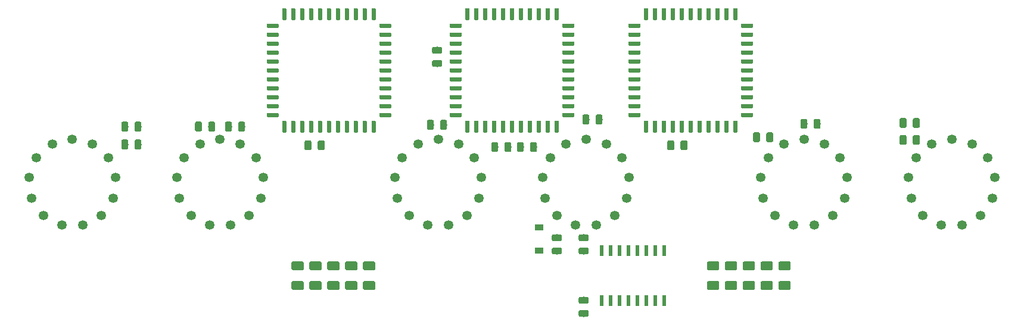
<source format=gbr>
G04 #@! TF.GenerationSoftware,KiCad,Pcbnew,(5.1.0-0)*
G04 #@! TF.CreationDate,2019-04-07T22:11:40-05:00*
G04 #@! TF.ProjectId,IN-14,494e2d31-342e-46b6-9963-61645f706362,rev?*
G04 #@! TF.SameCoordinates,Original*
G04 #@! TF.FileFunction,Paste,Bot*
G04 #@! TF.FilePolarity,Positive*
%FSLAX46Y46*%
G04 Gerber Fmt 4.6, Leading zero omitted, Abs format (unit mm)*
G04 Created by KiCad (PCBNEW (5.1.0-0)) date 2019-04-07 22:11:40*
%MOMM*%
%LPD*%
G04 APERTURE LIST*
%ADD10C,1.346200*%
%ADD11C,0.100000*%
%ADD12C,0.600000*%
%ADD13C,0.975000*%
%ADD14R,1.200000X0.900000*%
%ADD15R,0.600000X1.500000*%
%ADD16C,1.250000*%
G04 APERTURE END LIST*
D10*
X162117680Y-96835820D03*
X156367120Y-96835820D03*
X159242400Y-96127160D03*
X153098140Y-101570380D03*
X153456280Y-104509160D03*
X155137760Y-106947560D03*
X157761580Y-108324240D03*
X160723220Y-108324240D03*
X163347040Y-106947560D03*
X165028520Y-104509160D03*
X165386660Y-101570380D03*
X164335100Y-98799240D03*
X154149700Y-98799240D03*
D11*
G36*
X157457103Y-84765322D02*
G01*
X157471664Y-84767482D01*
X157485943Y-84771059D01*
X157499803Y-84776018D01*
X157513110Y-84782312D01*
X157525736Y-84789880D01*
X157537559Y-84798648D01*
X157548466Y-84808534D01*
X157558352Y-84819441D01*
X157567120Y-84831264D01*
X157574688Y-84843890D01*
X157580982Y-84857197D01*
X157585941Y-84871057D01*
X157589518Y-84885336D01*
X157591678Y-84899897D01*
X157592400Y-84914600D01*
X157592400Y-85214600D01*
X157591678Y-85229303D01*
X157589518Y-85243864D01*
X157585941Y-85258143D01*
X157580982Y-85272003D01*
X157574688Y-85285310D01*
X157567120Y-85297936D01*
X157558352Y-85309759D01*
X157548466Y-85320666D01*
X157537559Y-85330552D01*
X157525736Y-85339320D01*
X157513110Y-85346888D01*
X157499803Y-85353182D01*
X157485943Y-85358141D01*
X157471664Y-85361718D01*
X157457103Y-85363878D01*
X157442400Y-85364600D01*
X156042400Y-85364600D01*
X156027697Y-85363878D01*
X156013136Y-85361718D01*
X155998857Y-85358141D01*
X155984997Y-85353182D01*
X155971690Y-85346888D01*
X155959064Y-85339320D01*
X155947241Y-85330552D01*
X155936334Y-85320666D01*
X155926448Y-85309759D01*
X155917680Y-85297936D01*
X155910112Y-85285310D01*
X155903818Y-85272003D01*
X155898859Y-85258143D01*
X155895282Y-85243864D01*
X155893122Y-85229303D01*
X155892400Y-85214600D01*
X155892400Y-84914600D01*
X155893122Y-84899897D01*
X155895282Y-84885336D01*
X155898859Y-84871057D01*
X155903818Y-84857197D01*
X155910112Y-84843890D01*
X155917680Y-84831264D01*
X155926448Y-84819441D01*
X155936334Y-84808534D01*
X155947241Y-84798648D01*
X155959064Y-84789880D01*
X155971690Y-84782312D01*
X155984997Y-84776018D01*
X155998857Y-84771059D01*
X156013136Y-84767482D01*
X156027697Y-84765322D01*
X156042400Y-84764600D01*
X157442400Y-84764600D01*
X157457103Y-84765322D01*
X157457103Y-84765322D01*
G37*
D12*
X156742400Y-85064600D03*
D11*
G36*
X157457103Y-83495322D02*
G01*
X157471664Y-83497482D01*
X157485943Y-83501059D01*
X157499803Y-83506018D01*
X157513110Y-83512312D01*
X157525736Y-83519880D01*
X157537559Y-83528648D01*
X157548466Y-83538534D01*
X157558352Y-83549441D01*
X157567120Y-83561264D01*
X157574688Y-83573890D01*
X157580982Y-83587197D01*
X157585941Y-83601057D01*
X157589518Y-83615336D01*
X157591678Y-83629897D01*
X157592400Y-83644600D01*
X157592400Y-83944600D01*
X157591678Y-83959303D01*
X157589518Y-83973864D01*
X157585941Y-83988143D01*
X157580982Y-84002003D01*
X157574688Y-84015310D01*
X157567120Y-84027936D01*
X157558352Y-84039759D01*
X157548466Y-84050666D01*
X157537559Y-84060552D01*
X157525736Y-84069320D01*
X157513110Y-84076888D01*
X157499803Y-84083182D01*
X157485943Y-84088141D01*
X157471664Y-84091718D01*
X157457103Y-84093878D01*
X157442400Y-84094600D01*
X156042400Y-84094600D01*
X156027697Y-84093878D01*
X156013136Y-84091718D01*
X155998857Y-84088141D01*
X155984997Y-84083182D01*
X155971690Y-84076888D01*
X155959064Y-84069320D01*
X155947241Y-84060552D01*
X155936334Y-84050666D01*
X155926448Y-84039759D01*
X155917680Y-84027936D01*
X155910112Y-84015310D01*
X155903818Y-84002003D01*
X155898859Y-83988143D01*
X155895282Y-83973864D01*
X155893122Y-83959303D01*
X155892400Y-83944600D01*
X155892400Y-83644600D01*
X155893122Y-83629897D01*
X155895282Y-83615336D01*
X155898859Y-83601057D01*
X155903818Y-83587197D01*
X155910112Y-83573890D01*
X155917680Y-83561264D01*
X155926448Y-83549441D01*
X155936334Y-83538534D01*
X155947241Y-83528648D01*
X155959064Y-83519880D01*
X155971690Y-83512312D01*
X155984997Y-83506018D01*
X155998857Y-83501059D01*
X156013136Y-83497482D01*
X156027697Y-83495322D01*
X156042400Y-83494600D01*
X157442400Y-83494600D01*
X157457103Y-83495322D01*
X157457103Y-83495322D01*
G37*
D12*
X156742400Y-83794600D03*
D11*
G36*
X157457103Y-82225322D02*
G01*
X157471664Y-82227482D01*
X157485943Y-82231059D01*
X157499803Y-82236018D01*
X157513110Y-82242312D01*
X157525736Y-82249880D01*
X157537559Y-82258648D01*
X157548466Y-82268534D01*
X157558352Y-82279441D01*
X157567120Y-82291264D01*
X157574688Y-82303890D01*
X157580982Y-82317197D01*
X157585941Y-82331057D01*
X157589518Y-82345336D01*
X157591678Y-82359897D01*
X157592400Y-82374600D01*
X157592400Y-82674600D01*
X157591678Y-82689303D01*
X157589518Y-82703864D01*
X157585941Y-82718143D01*
X157580982Y-82732003D01*
X157574688Y-82745310D01*
X157567120Y-82757936D01*
X157558352Y-82769759D01*
X157548466Y-82780666D01*
X157537559Y-82790552D01*
X157525736Y-82799320D01*
X157513110Y-82806888D01*
X157499803Y-82813182D01*
X157485943Y-82818141D01*
X157471664Y-82821718D01*
X157457103Y-82823878D01*
X157442400Y-82824600D01*
X156042400Y-82824600D01*
X156027697Y-82823878D01*
X156013136Y-82821718D01*
X155998857Y-82818141D01*
X155984997Y-82813182D01*
X155971690Y-82806888D01*
X155959064Y-82799320D01*
X155947241Y-82790552D01*
X155936334Y-82780666D01*
X155926448Y-82769759D01*
X155917680Y-82757936D01*
X155910112Y-82745310D01*
X155903818Y-82732003D01*
X155898859Y-82718143D01*
X155895282Y-82703864D01*
X155893122Y-82689303D01*
X155892400Y-82674600D01*
X155892400Y-82374600D01*
X155893122Y-82359897D01*
X155895282Y-82345336D01*
X155898859Y-82331057D01*
X155903818Y-82317197D01*
X155910112Y-82303890D01*
X155917680Y-82291264D01*
X155926448Y-82279441D01*
X155936334Y-82268534D01*
X155947241Y-82258648D01*
X155959064Y-82249880D01*
X155971690Y-82242312D01*
X155984997Y-82236018D01*
X155998857Y-82231059D01*
X156013136Y-82227482D01*
X156027697Y-82225322D01*
X156042400Y-82224600D01*
X157442400Y-82224600D01*
X157457103Y-82225322D01*
X157457103Y-82225322D01*
G37*
D12*
X156742400Y-82524600D03*
D11*
G36*
X157457103Y-80955322D02*
G01*
X157471664Y-80957482D01*
X157485943Y-80961059D01*
X157499803Y-80966018D01*
X157513110Y-80972312D01*
X157525736Y-80979880D01*
X157537559Y-80988648D01*
X157548466Y-80998534D01*
X157558352Y-81009441D01*
X157567120Y-81021264D01*
X157574688Y-81033890D01*
X157580982Y-81047197D01*
X157585941Y-81061057D01*
X157589518Y-81075336D01*
X157591678Y-81089897D01*
X157592400Y-81104600D01*
X157592400Y-81404600D01*
X157591678Y-81419303D01*
X157589518Y-81433864D01*
X157585941Y-81448143D01*
X157580982Y-81462003D01*
X157574688Y-81475310D01*
X157567120Y-81487936D01*
X157558352Y-81499759D01*
X157548466Y-81510666D01*
X157537559Y-81520552D01*
X157525736Y-81529320D01*
X157513110Y-81536888D01*
X157499803Y-81543182D01*
X157485943Y-81548141D01*
X157471664Y-81551718D01*
X157457103Y-81553878D01*
X157442400Y-81554600D01*
X156042400Y-81554600D01*
X156027697Y-81553878D01*
X156013136Y-81551718D01*
X155998857Y-81548141D01*
X155984997Y-81543182D01*
X155971690Y-81536888D01*
X155959064Y-81529320D01*
X155947241Y-81520552D01*
X155936334Y-81510666D01*
X155926448Y-81499759D01*
X155917680Y-81487936D01*
X155910112Y-81475310D01*
X155903818Y-81462003D01*
X155898859Y-81448143D01*
X155895282Y-81433864D01*
X155893122Y-81419303D01*
X155892400Y-81404600D01*
X155892400Y-81104600D01*
X155893122Y-81089897D01*
X155895282Y-81075336D01*
X155898859Y-81061057D01*
X155903818Y-81047197D01*
X155910112Y-81033890D01*
X155917680Y-81021264D01*
X155926448Y-81009441D01*
X155936334Y-80998534D01*
X155947241Y-80988648D01*
X155959064Y-80979880D01*
X155971690Y-80972312D01*
X155984997Y-80966018D01*
X155998857Y-80961059D01*
X156013136Y-80957482D01*
X156027697Y-80955322D01*
X156042400Y-80954600D01*
X157442400Y-80954600D01*
X157457103Y-80955322D01*
X157457103Y-80955322D01*
G37*
D12*
X156742400Y-81254600D03*
D11*
G36*
X157457103Y-79685322D02*
G01*
X157471664Y-79687482D01*
X157485943Y-79691059D01*
X157499803Y-79696018D01*
X157513110Y-79702312D01*
X157525736Y-79709880D01*
X157537559Y-79718648D01*
X157548466Y-79728534D01*
X157558352Y-79739441D01*
X157567120Y-79751264D01*
X157574688Y-79763890D01*
X157580982Y-79777197D01*
X157585941Y-79791057D01*
X157589518Y-79805336D01*
X157591678Y-79819897D01*
X157592400Y-79834600D01*
X157592400Y-80134600D01*
X157591678Y-80149303D01*
X157589518Y-80163864D01*
X157585941Y-80178143D01*
X157580982Y-80192003D01*
X157574688Y-80205310D01*
X157567120Y-80217936D01*
X157558352Y-80229759D01*
X157548466Y-80240666D01*
X157537559Y-80250552D01*
X157525736Y-80259320D01*
X157513110Y-80266888D01*
X157499803Y-80273182D01*
X157485943Y-80278141D01*
X157471664Y-80281718D01*
X157457103Y-80283878D01*
X157442400Y-80284600D01*
X156042400Y-80284600D01*
X156027697Y-80283878D01*
X156013136Y-80281718D01*
X155998857Y-80278141D01*
X155984997Y-80273182D01*
X155971690Y-80266888D01*
X155959064Y-80259320D01*
X155947241Y-80250552D01*
X155936334Y-80240666D01*
X155926448Y-80229759D01*
X155917680Y-80217936D01*
X155910112Y-80205310D01*
X155903818Y-80192003D01*
X155898859Y-80178143D01*
X155895282Y-80163864D01*
X155893122Y-80149303D01*
X155892400Y-80134600D01*
X155892400Y-79834600D01*
X155893122Y-79819897D01*
X155895282Y-79805336D01*
X155898859Y-79791057D01*
X155903818Y-79777197D01*
X155910112Y-79763890D01*
X155917680Y-79751264D01*
X155926448Y-79739441D01*
X155936334Y-79728534D01*
X155947241Y-79718648D01*
X155959064Y-79709880D01*
X155971690Y-79702312D01*
X155984997Y-79696018D01*
X155998857Y-79691059D01*
X156013136Y-79687482D01*
X156027697Y-79685322D01*
X156042400Y-79684600D01*
X157442400Y-79684600D01*
X157457103Y-79685322D01*
X157457103Y-79685322D01*
G37*
D12*
X156742400Y-79984600D03*
D11*
G36*
X155257103Y-77485322D02*
G01*
X155271664Y-77487482D01*
X155285943Y-77491059D01*
X155299803Y-77496018D01*
X155313110Y-77502312D01*
X155325736Y-77509880D01*
X155337559Y-77518648D01*
X155348466Y-77528534D01*
X155358352Y-77539441D01*
X155367120Y-77551264D01*
X155374688Y-77563890D01*
X155380982Y-77577197D01*
X155385941Y-77591057D01*
X155389518Y-77605336D01*
X155391678Y-77619897D01*
X155392400Y-77634600D01*
X155392400Y-79034600D01*
X155391678Y-79049303D01*
X155389518Y-79063864D01*
X155385941Y-79078143D01*
X155380982Y-79092003D01*
X155374688Y-79105310D01*
X155367120Y-79117936D01*
X155358352Y-79129759D01*
X155348466Y-79140666D01*
X155337559Y-79150552D01*
X155325736Y-79159320D01*
X155313110Y-79166888D01*
X155299803Y-79173182D01*
X155285943Y-79178141D01*
X155271664Y-79181718D01*
X155257103Y-79183878D01*
X155242400Y-79184600D01*
X154942400Y-79184600D01*
X154927697Y-79183878D01*
X154913136Y-79181718D01*
X154898857Y-79178141D01*
X154884997Y-79173182D01*
X154871690Y-79166888D01*
X154859064Y-79159320D01*
X154847241Y-79150552D01*
X154836334Y-79140666D01*
X154826448Y-79129759D01*
X154817680Y-79117936D01*
X154810112Y-79105310D01*
X154803818Y-79092003D01*
X154798859Y-79078143D01*
X154795282Y-79063864D01*
X154793122Y-79049303D01*
X154792400Y-79034600D01*
X154792400Y-77634600D01*
X154793122Y-77619897D01*
X154795282Y-77605336D01*
X154798859Y-77591057D01*
X154803818Y-77577197D01*
X154810112Y-77563890D01*
X154817680Y-77551264D01*
X154826448Y-77539441D01*
X154836334Y-77528534D01*
X154847241Y-77518648D01*
X154859064Y-77509880D01*
X154871690Y-77502312D01*
X154884997Y-77496018D01*
X154898857Y-77491059D01*
X154913136Y-77487482D01*
X154927697Y-77485322D01*
X154942400Y-77484600D01*
X155242400Y-77484600D01*
X155257103Y-77485322D01*
X155257103Y-77485322D01*
G37*
D12*
X155092400Y-78334600D03*
D11*
G36*
X153987103Y-77485322D02*
G01*
X154001664Y-77487482D01*
X154015943Y-77491059D01*
X154029803Y-77496018D01*
X154043110Y-77502312D01*
X154055736Y-77509880D01*
X154067559Y-77518648D01*
X154078466Y-77528534D01*
X154088352Y-77539441D01*
X154097120Y-77551264D01*
X154104688Y-77563890D01*
X154110982Y-77577197D01*
X154115941Y-77591057D01*
X154119518Y-77605336D01*
X154121678Y-77619897D01*
X154122400Y-77634600D01*
X154122400Y-79034600D01*
X154121678Y-79049303D01*
X154119518Y-79063864D01*
X154115941Y-79078143D01*
X154110982Y-79092003D01*
X154104688Y-79105310D01*
X154097120Y-79117936D01*
X154088352Y-79129759D01*
X154078466Y-79140666D01*
X154067559Y-79150552D01*
X154055736Y-79159320D01*
X154043110Y-79166888D01*
X154029803Y-79173182D01*
X154015943Y-79178141D01*
X154001664Y-79181718D01*
X153987103Y-79183878D01*
X153972400Y-79184600D01*
X153672400Y-79184600D01*
X153657697Y-79183878D01*
X153643136Y-79181718D01*
X153628857Y-79178141D01*
X153614997Y-79173182D01*
X153601690Y-79166888D01*
X153589064Y-79159320D01*
X153577241Y-79150552D01*
X153566334Y-79140666D01*
X153556448Y-79129759D01*
X153547680Y-79117936D01*
X153540112Y-79105310D01*
X153533818Y-79092003D01*
X153528859Y-79078143D01*
X153525282Y-79063864D01*
X153523122Y-79049303D01*
X153522400Y-79034600D01*
X153522400Y-77634600D01*
X153523122Y-77619897D01*
X153525282Y-77605336D01*
X153528859Y-77591057D01*
X153533818Y-77577197D01*
X153540112Y-77563890D01*
X153547680Y-77551264D01*
X153556448Y-77539441D01*
X153566334Y-77528534D01*
X153577241Y-77518648D01*
X153589064Y-77509880D01*
X153601690Y-77502312D01*
X153614997Y-77496018D01*
X153628857Y-77491059D01*
X153643136Y-77487482D01*
X153657697Y-77485322D01*
X153672400Y-77484600D01*
X153972400Y-77484600D01*
X153987103Y-77485322D01*
X153987103Y-77485322D01*
G37*
D12*
X153822400Y-78334600D03*
D11*
G36*
X152717103Y-77485322D02*
G01*
X152731664Y-77487482D01*
X152745943Y-77491059D01*
X152759803Y-77496018D01*
X152773110Y-77502312D01*
X152785736Y-77509880D01*
X152797559Y-77518648D01*
X152808466Y-77528534D01*
X152818352Y-77539441D01*
X152827120Y-77551264D01*
X152834688Y-77563890D01*
X152840982Y-77577197D01*
X152845941Y-77591057D01*
X152849518Y-77605336D01*
X152851678Y-77619897D01*
X152852400Y-77634600D01*
X152852400Y-79034600D01*
X152851678Y-79049303D01*
X152849518Y-79063864D01*
X152845941Y-79078143D01*
X152840982Y-79092003D01*
X152834688Y-79105310D01*
X152827120Y-79117936D01*
X152818352Y-79129759D01*
X152808466Y-79140666D01*
X152797559Y-79150552D01*
X152785736Y-79159320D01*
X152773110Y-79166888D01*
X152759803Y-79173182D01*
X152745943Y-79178141D01*
X152731664Y-79181718D01*
X152717103Y-79183878D01*
X152702400Y-79184600D01*
X152402400Y-79184600D01*
X152387697Y-79183878D01*
X152373136Y-79181718D01*
X152358857Y-79178141D01*
X152344997Y-79173182D01*
X152331690Y-79166888D01*
X152319064Y-79159320D01*
X152307241Y-79150552D01*
X152296334Y-79140666D01*
X152286448Y-79129759D01*
X152277680Y-79117936D01*
X152270112Y-79105310D01*
X152263818Y-79092003D01*
X152258859Y-79078143D01*
X152255282Y-79063864D01*
X152253122Y-79049303D01*
X152252400Y-79034600D01*
X152252400Y-77634600D01*
X152253122Y-77619897D01*
X152255282Y-77605336D01*
X152258859Y-77591057D01*
X152263818Y-77577197D01*
X152270112Y-77563890D01*
X152277680Y-77551264D01*
X152286448Y-77539441D01*
X152296334Y-77528534D01*
X152307241Y-77518648D01*
X152319064Y-77509880D01*
X152331690Y-77502312D01*
X152344997Y-77496018D01*
X152358857Y-77491059D01*
X152373136Y-77487482D01*
X152387697Y-77485322D01*
X152402400Y-77484600D01*
X152702400Y-77484600D01*
X152717103Y-77485322D01*
X152717103Y-77485322D01*
G37*
D12*
X152552400Y-78334600D03*
D11*
G36*
X151447103Y-77485322D02*
G01*
X151461664Y-77487482D01*
X151475943Y-77491059D01*
X151489803Y-77496018D01*
X151503110Y-77502312D01*
X151515736Y-77509880D01*
X151527559Y-77518648D01*
X151538466Y-77528534D01*
X151548352Y-77539441D01*
X151557120Y-77551264D01*
X151564688Y-77563890D01*
X151570982Y-77577197D01*
X151575941Y-77591057D01*
X151579518Y-77605336D01*
X151581678Y-77619897D01*
X151582400Y-77634600D01*
X151582400Y-79034600D01*
X151581678Y-79049303D01*
X151579518Y-79063864D01*
X151575941Y-79078143D01*
X151570982Y-79092003D01*
X151564688Y-79105310D01*
X151557120Y-79117936D01*
X151548352Y-79129759D01*
X151538466Y-79140666D01*
X151527559Y-79150552D01*
X151515736Y-79159320D01*
X151503110Y-79166888D01*
X151489803Y-79173182D01*
X151475943Y-79178141D01*
X151461664Y-79181718D01*
X151447103Y-79183878D01*
X151432400Y-79184600D01*
X151132400Y-79184600D01*
X151117697Y-79183878D01*
X151103136Y-79181718D01*
X151088857Y-79178141D01*
X151074997Y-79173182D01*
X151061690Y-79166888D01*
X151049064Y-79159320D01*
X151037241Y-79150552D01*
X151026334Y-79140666D01*
X151016448Y-79129759D01*
X151007680Y-79117936D01*
X151000112Y-79105310D01*
X150993818Y-79092003D01*
X150988859Y-79078143D01*
X150985282Y-79063864D01*
X150983122Y-79049303D01*
X150982400Y-79034600D01*
X150982400Y-77634600D01*
X150983122Y-77619897D01*
X150985282Y-77605336D01*
X150988859Y-77591057D01*
X150993818Y-77577197D01*
X151000112Y-77563890D01*
X151007680Y-77551264D01*
X151016448Y-77539441D01*
X151026334Y-77528534D01*
X151037241Y-77518648D01*
X151049064Y-77509880D01*
X151061690Y-77502312D01*
X151074997Y-77496018D01*
X151088857Y-77491059D01*
X151103136Y-77487482D01*
X151117697Y-77485322D01*
X151132400Y-77484600D01*
X151432400Y-77484600D01*
X151447103Y-77485322D01*
X151447103Y-77485322D01*
G37*
D12*
X151282400Y-78334600D03*
D11*
G36*
X150177103Y-77485322D02*
G01*
X150191664Y-77487482D01*
X150205943Y-77491059D01*
X150219803Y-77496018D01*
X150233110Y-77502312D01*
X150245736Y-77509880D01*
X150257559Y-77518648D01*
X150268466Y-77528534D01*
X150278352Y-77539441D01*
X150287120Y-77551264D01*
X150294688Y-77563890D01*
X150300982Y-77577197D01*
X150305941Y-77591057D01*
X150309518Y-77605336D01*
X150311678Y-77619897D01*
X150312400Y-77634600D01*
X150312400Y-79034600D01*
X150311678Y-79049303D01*
X150309518Y-79063864D01*
X150305941Y-79078143D01*
X150300982Y-79092003D01*
X150294688Y-79105310D01*
X150287120Y-79117936D01*
X150278352Y-79129759D01*
X150268466Y-79140666D01*
X150257559Y-79150552D01*
X150245736Y-79159320D01*
X150233110Y-79166888D01*
X150219803Y-79173182D01*
X150205943Y-79178141D01*
X150191664Y-79181718D01*
X150177103Y-79183878D01*
X150162400Y-79184600D01*
X149862400Y-79184600D01*
X149847697Y-79183878D01*
X149833136Y-79181718D01*
X149818857Y-79178141D01*
X149804997Y-79173182D01*
X149791690Y-79166888D01*
X149779064Y-79159320D01*
X149767241Y-79150552D01*
X149756334Y-79140666D01*
X149746448Y-79129759D01*
X149737680Y-79117936D01*
X149730112Y-79105310D01*
X149723818Y-79092003D01*
X149718859Y-79078143D01*
X149715282Y-79063864D01*
X149713122Y-79049303D01*
X149712400Y-79034600D01*
X149712400Y-77634600D01*
X149713122Y-77619897D01*
X149715282Y-77605336D01*
X149718859Y-77591057D01*
X149723818Y-77577197D01*
X149730112Y-77563890D01*
X149737680Y-77551264D01*
X149746448Y-77539441D01*
X149756334Y-77528534D01*
X149767241Y-77518648D01*
X149779064Y-77509880D01*
X149791690Y-77502312D01*
X149804997Y-77496018D01*
X149818857Y-77491059D01*
X149833136Y-77487482D01*
X149847697Y-77485322D01*
X149862400Y-77484600D01*
X150162400Y-77484600D01*
X150177103Y-77485322D01*
X150177103Y-77485322D01*
G37*
D12*
X150012400Y-78334600D03*
D11*
G36*
X148907103Y-77485322D02*
G01*
X148921664Y-77487482D01*
X148935943Y-77491059D01*
X148949803Y-77496018D01*
X148963110Y-77502312D01*
X148975736Y-77509880D01*
X148987559Y-77518648D01*
X148998466Y-77528534D01*
X149008352Y-77539441D01*
X149017120Y-77551264D01*
X149024688Y-77563890D01*
X149030982Y-77577197D01*
X149035941Y-77591057D01*
X149039518Y-77605336D01*
X149041678Y-77619897D01*
X149042400Y-77634600D01*
X149042400Y-79034600D01*
X149041678Y-79049303D01*
X149039518Y-79063864D01*
X149035941Y-79078143D01*
X149030982Y-79092003D01*
X149024688Y-79105310D01*
X149017120Y-79117936D01*
X149008352Y-79129759D01*
X148998466Y-79140666D01*
X148987559Y-79150552D01*
X148975736Y-79159320D01*
X148963110Y-79166888D01*
X148949803Y-79173182D01*
X148935943Y-79178141D01*
X148921664Y-79181718D01*
X148907103Y-79183878D01*
X148892400Y-79184600D01*
X148592400Y-79184600D01*
X148577697Y-79183878D01*
X148563136Y-79181718D01*
X148548857Y-79178141D01*
X148534997Y-79173182D01*
X148521690Y-79166888D01*
X148509064Y-79159320D01*
X148497241Y-79150552D01*
X148486334Y-79140666D01*
X148476448Y-79129759D01*
X148467680Y-79117936D01*
X148460112Y-79105310D01*
X148453818Y-79092003D01*
X148448859Y-79078143D01*
X148445282Y-79063864D01*
X148443122Y-79049303D01*
X148442400Y-79034600D01*
X148442400Y-77634600D01*
X148443122Y-77619897D01*
X148445282Y-77605336D01*
X148448859Y-77591057D01*
X148453818Y-77577197D01*
X148460112Y-77563890D01*
X148467680Y-77551264D01*
X148476448Y-77539441D01*
X148486334Y-77528534D01*
X148497241Y-77518648D01*
X148509064Y-77509880D01*
X148521690Y-77502312D01*
X148534997Y-77496018D01*
X148548857Y-77491059D01*
X148563136Y-77487482D01*
X148577697Y-77485322D01*
X148592400Y-77484600D01*
X148892400Y-77484600D01*
X148907103Y-77485322D01*
X148907103Y-77485322D01*
G37*
D12*
X148742400Y-78334600D03*
D11*
G36*
X147637103Y-77485322D02*
G01*
X147651664Y-77487482D01*
X147665943Y-77491059D01*
X147679803Y-77496018D01*
X147693110Y-77502312D01*
X147705736Y-77509880D01*
X147717559Y-77518648D01*
X147728466Y-77528534D01*
X147738352Y-77539441D01*
X147747120Y-77551264D01*
X147754688Y-77563890D01*
X147760982Y-77577197D01*
X147765941Y-77591057D01*
X147769518Y-77605336D01*
X147771678Y-77619897D01*
X147772400Y-77634600D01*
X147772400Y-79034600D01*
X147771678Y-79049303D01*
X147769518Y-79063864D01*
X147765941Y-79078143D01*
X147760982Y-79092003D01*
X147754688Y-79105310D01*
X147747120Y-79117936D01*
X147738352Y-79129759D01*
X147728466Y-79140666D01*
X147717559Y-79150552D01*
X147705736Y-79159320D01*
X147693110Y-79166888D01*
X147679803Y-79173182D01*
X147665943Y-79178141D01*
X147651664Y-79181718D01*
X147637103Y-79183878D01*
X147622400Y-79184600D01*
X147322400Y-79184600D01*
X147307697Y-79183878D01*
X147293136Y-79181718D01*
X147278857Y-79178141D01*
X147264997Y-79173182D01*
X147251690Y-79166888D01*
X147239064Y-79159320D01*
X147227241Y-79150552D01*
X147216334Y-79140666D01*
X147206448Y-79129759D01*
X147197680Y-79117936D01*
X147190112Y-79105310D01*
X147183818Y-79092003D01*
X147178859Y-79078143D01*
X147175282Y-79063864D01*
X147173122Y-79049303D01*
X147172400Y-79034600D01*
X147172400Y-77634600D01*
X147173122Y-77619897D01*
X147175282Y-77605336D01*
X147178859Y-77591057D01*
X147183818Y-77577197D01*
X147190112Y-77563890D01*
X147197680Y-77551264D01*
X147206448Y-77539441D01*
X147216334Y-77528534D01*
X147227241Y-77518648D01*
X147239064Y-77509880D01*
X147251690Y-77502312D01*
X147264997Y-77496018D01*
X147278857Y-77491059D01*
X147293136Y-77487482D01*
X147307697Y-77485322D01*
X147322400Y-77484600D01*
X147622400Y-77484600D01*
X147637103Y-77485322D01*
X147637103Y-77485322D01*
G37*
D12*
X147472400Y-78334600D03*
D11*
G36*
X146367103Y-77485322D02*
G01*
X146381664Y-77487482D01*
X146395943Y-77491059D01*
X146409803Y-77496018D01*
X146423110Y-77502312D01*
X146435736Y-77509880D01*
X146447559Y-77518648D01*
X146458466Y-77528534D01*
X146468352Y-77539441D01*
X146477120Y-77551264D01*
X146484688Y-77563890D01*
X146490982Y-77577197D01*
X146495941Y-77591057D01*
X146499518Y-77605336D01*
X146501678Y-77619897D01*
X146502400Y-77634600D01*
X146502400Y-79034600D01*
X146501678Y-79049303D01*
X146499518Y-79063864D01*
X146495941Y-79078143D01*
X146490982Y-79092003D01*
X146484688Y-79105310D01*
X146477120Y-79117936D01*
X146468352Y-79129759D01*
X146458466Y-79140666D01*
X146447559Y-79150552D01*
X146435736Y-79159320D01*
X146423110Y-79166888D01*
X146409803Y-79173182D01*
X146395943Y-79178141D01*
X146381664Y-79181718D01*
X146367103Y-79183878D01*
X146352400Y-79184600D01*
X146052400Y-79184600D01*
X146037697Y-79183878D01*
X146023136Y-79181718D01*
X146008857Y-79178141D01*
X145994997Y-79173182D01*
X145981690Y-79166888D01*
X145969064Y-79159320D01*
X145957241Y-79150552D01*
X145946334Y-79140666D01*
X145936448Y-79129759D01*
X145927680Y-79117936D01*
X145920112Y-79105310D01*
X145913818Y-79092003D01*
X145908859Y-79078143D01*
X145905282Y-79063864D01*
X145903122Y-79049303D01*
X145902400Y-79034600D01*
X145902400Y-77634600D01*
X145903122Y-77619897D01*
X145905282Y-77605336D01*
X145908859Y-77591057D01*
X145913818Y-77577197D01*
X145920112Y-77563890D01*
X145927680Y-77551264D01*
X145936448Y-77539441D01*
X145946334Y-77528534D01*
X145957241Y-77518648D01*
X145969064Y-77509880D01*
X145981690Y-77502312D01*
X145994997Y-77496018D01*
X146008857Y-77491059D01*
X146023136Y-77487482D01*
X146037697Y-77485322D01*
X146052400Y-77484600D01*
X146352400Y-77484600D01*
X146367103Y-77485322D01*
X146367103Y-77485322D01*
G37*
D12*
X146202400Y-78334600D03*
D11*
G36*
X145097103Y-77485322D02*
G01*
X145111664Y-77487482D01*
X145125943Y-77491059D01*
X145139803Y-77496018D01*
X145153110Y-77502312D01*
X145165736Y-77509880D01*
X145177559Y-77518648D01*
X145188466Y-77528534D01*
X145198352Y-77539441D01*
X145207120Y-77551264D01*
X145214688Y-77563890D01*
X145220982Y-77577197D01*
X145225941Y-77591057D01*
X145229518Y-77605336D01*
X145231678Y-77619897D01*
X145232400Y-77634600D01*
X145232400Y-79034600D01*
X145231678Y-79049303D01*
X145229518Y-79063864D01*
X145225941Y-79078143D01*
X145220982Y-79092003D01*
X145214688Y-79105310D01*
X145207120Y-79117936D01*
X145198352Y-79129759D01*
X145188466Y-79140666D01*
X145177559Y-79150552D01*
X145165736Y-79159320D01*
X145153110Y-79166888D01*
X145139803Y-79173182D01*
X145125943Y-79178141D01*
X145111664Y-79181718D01*
X145097103Y-79183878D01*
X145082400Y-79184600D01*
X144782400Y-79184600D01*
X144767697Y-79183878D01*
X144753136Y-79181718D01*
X144738857Y-79178141D01*
X144724997Y-79173182D01*
X144711690Y-79166888D01*
X144699064Y-79159320D01*
X144687241Y-79150552D01*
X144676334Y-79140666D01*
X144666448Y-79129759D01*
X144657680Y-79117936D01*
X144650112Y-79105310D01*
X144643818Y-79092003D01*
X144638859Y-79078143D01*
X144635282Y-79063864D01*
X144633122Y-79049303D01*
X144632400Y-79034600D01*
X144632400Y-77634600D01*
X144633122Y-77619897D01*
X144635282Y-77605336D01*
X144638859Y-77591057D01*
X144643818Y-77577197D01*
X144650112Y-77563890D01*
X144657680Y-77551264D01*
X144666448Y-77539441D01*
X144676334Y-77528534D01*
X144687241Y-77518648D01*
X144699064Y-77509880D01*
X144711690Y-77502312D01*
X144724997Y-77496018D01*
X144738857Y-77491059D01*
X144753136Y-77487482D01*
X144767697Y-77485322D01*
X144782400Y-77484600D01*
X145082400Y-77484600D01*
X145097103Y-77485322D01*
X145097103Y-77485322D01*
G37*
D12*
X144932400Y-78334600D03*
D11*
G36*
X143827103Y-77485322D02*
G01*
X143841664Y-77487482D01*
X143855943Y-77491059D01*
X143869803Y-77496018D01*
X143883110Y-77502312D01*
X143895736Y-77509880D01*
X143907559Y-77518648D01*
X143918466Y-77528534D01*
X143928352Y-77539441D01*
X143937120Y-77551264D01*
X143944688Y-77563890D01*
X143950982Y-77577197D01*
X143955941Y-77591057D01*
X143959518Y-77605336D01*
X143961678Y-77619897D01*
X143962400Y-77634600D01*
X143962400Y-79034600D01*
X143961678Y-79049303D01*
X143959518Y-79063864D01*
X143955941Y-79078143D01*
X143950982Y-79092003D01*
X143944688Y-79105310D01*
X143937120Y-79117936D01*
X143928352Y-79129759D01*
X143918466Y-79140666D01*
X143907559Y-79150552D01*
X143895736Y-79159320D01*
X143883110Y-79166888D01*
X143869803Y-79173182D01*
X143855943Y-79178141D01*
X143841664Y-79181718D01*
X143827103Y-79183878D01*
X143812400Y-79184600D01*
X143512400Y-79184600D01*
X143497697Y-79183878D01*
X143483136Y-79181718D01*
X143468857Y-79178141D01*
X143454997Y-79173182D01*
X143441690Y-79166888D01*
X143429064Y-79159320D01*
X143417241Y-79150552D01*
X143406334Y-79140666D01*
X143396448Y-79129759D01*
X143387680Y-79117936D01*
X143380112Y-79105310D01*
X143373818Y-79092003D01*
X143368859Y-79078143D01*
X143365282Y-79063864D01*
X143363122Y-79049303D01*
X143362400Y-79034600D01*
X143362400Y-77634600D01*
X143363122Y-77619897D01*
X143365282Y-77605336D01*
X143368859Y-77591057D01*
X143373818Y-77577197D01*
X143380112Y-77563890D01*
X143387680Y-77551264D01*
X143396448Y-77539441D01*
X143406334Y-77528534D01*
X143417241Y-77518648D01*
X143429064Y-77509880D01*
X143441690Y-77502312D01*
X143454997Y-77496018D01*
X143468857Y-77491059D01*
X143483136Y-77487482D01*
X143497697Y-77485322D01*
X143512400Y-77484600D01*
X143812400Y-77484600D01*
X143827103Y-77485322D01*
X143827103Y-77485322D01*
G37*
D12*
X143662400Y-78334600D03*
D11*
G36*
X142557103Y-77485322D02*
G01*
X142571664Y-77487482D01*
X142585943Y-77491059D01*
X142599803Y-77496018D01*
X142613110Y-77502312D01*
X142625736Y-77509880D01*
X142637559Y-77518648D01*
X142648466Y-77528534D01*
X142658352Y-77539441D01*
X142667120Y-77551264D01*
X142674688Y-77563890D01*
X142680982Y-77577197D01*
X142685941Y-77591057D01*
X142689518Y-77605336D01*
X142691678Y-77619897D01*
X142692400Y-77634600D01*
X142692400Y-79034600D01*
X142691678Y-79049303D01*
X142689518Y-79063864D01*
X142685941Y-79078143D01*
X142680982Y-79092003D01*
X142674688Y-79105310D01*
X142667120Y-79117936D01*
X142658352Y-79129759D01*
X142648466Y-79140666D01*
X142637559Y-79150552D01*
X142625736Y-79159320D01*
X142613110Y-79166888D01*
X142599803Y-79173182D01*
X142585943Y-79178141D01*
X142571664Y-79181718D01*
X142557103Y-79183878D01*
X142542400Y-79184600D01*
X142242400Y-79184600D01*
X142227697Y-79183878D01*
X142213136Y-79181718D01*
X142198857Y-79178141D01*
X142184997Y-79173182D01*
X142171690Y-79166888D01*
X142159064Y-79159320D01*
X142147241Y-79150552D01*
X142136334Y-79140666D01*
X142126448Y-79129759D01*
X142117680Y-79117936D01*
X142110112Y-79105310D01*
X142103818Y-79092003D01*
X142098859Y-79078143D01*
X142095282Y-79063864D01*
X142093122Y-79049303D01*
X142092400Y-79034600D01*
X142092400Y-77634600D01*
X142093122Y-77619897D01*
X142095282Y-77605336D01*
X142098859Y-77591057D01*
X142103818Y-77577197D01*
X142110112Y-77563890D01*
X142117680Y-77551264D01*
X142126448Y-77539441D01*
X142136334Y-77528534D01*
X142147241Y-77518648D01*
X142159064Y-77509880D01*
X142171690Y-77502312D01*
X142184997Y-77496018D01*
X142198857Y-77491059D01*
X142213136Y-77487482D01*
X142227697Y-77485322D01*
X142242400Y-77484600D01*
X142542400Y-77484600D01*
X142557103Y-77485322D01*
X142557103Y-77485322D01*
G37*
D12*
X142392400Y-78334600D03*
D11*
G36*
X141457103Y-79685322D02*
G01*
X141471664Y-79687482D01*
X141485943Y-79691059D01*
X141499803Y-79696018D01*
X141513110Y-79702312D01*
X141525736Y-79709880D01*
X141537559Y-79718648D01*
X141548466Y-79728534D01*
X141558352Y-79739441D01*
X141567120Y-79751264D01*
X141574688Y-79763890D01*
X141580982Y-79777197D01*
X141585941Y-79791057D01*
X141589518Y-79805336D01*
X141591678Y-79819897D01*
X141592400Y-79834600D01*
X141592400Y-80134600D01*
X141591678Y-80149303D01*
X141589518Y-80163864D01*
X141585941Y-80178143D01*
X141580982Y-80192003D01*
X141574688Y-80205310D01*
X141567120Y-80217936D01*
X141558352Y-80229759D01*
X141548466Y-80240666D01*
X141537559Y-80250552D01*
X141525736Y-80259320D01*
X141513110Y-80266888D01*
X141499803Y-80273182D01*
X141485943Y-80278141D01*
X141471664Y-80281718D01*
X141457103Y-80283878D01*
X141442400Y-80284600D01*
X140042400Y-80284600D01*
X140027697Y-80283878D01*
X140013136Y-80281718D01*
X139998857Y-80278141D01*
X139984997Y-80273182D01*
X139971690Y-80266888D01*
X139959064Y-80259320D01*
X139947241Y-80250552D01*
X139936334Y-80240666D01*
X139926448Y-80229759D01*
X139917680Y-80217936D01*
X139910112Y-80205310D01*
X139903818Y-80192003D01*
X139898859Y-80178143D01*
X139895282Y-80163864D01*
X139893122Y-80149303D01*
X139892400Y-80134600D01*
X139892400Y-79834600D01*
X139893122Y-79819897D01*
X139895282Y-79805336D01*
X139898859Y-79791057D01*
X139903818Y-79777197D01*
X139910112Y-79763890D01*
X139917680Y-79751264D01*
X139926448Y-79739441D01*
X139936334Y-79728534D01*
X139947241Y-79718648D01*
X139959064Y-79709880D01*
X139971690Y-79702312D01*
X139984997Y-79696018D01*
X139998857Y-79691059D01*
X140013136Y-79687482D01*
X140027697Y-79685322D01*
X140042400Y-79684600D01*
X141442400Y-79684600D01*
X141457103Y-79685322D01*
X141457103Y-79685322D01*
G37*
D12*
X140742400Y-79984600D03*
D11*
G36*
X141457103Y-80955322D02*
G01*
X141471664Y-80957482D01*
X141485943Y-80961059D01*
X141499803Y-80966018D01*
X141513110Y-80972312D01*
X141525736Y-80979880D01*
X141537559Y-80988648D01*
X141548466Y-80998534D01*
X141558352Y-81009441D01*
X141567120Y-81021264D01*
X141574688Y-81033890D01*
X141580982Y-81047197D01*
X141585941Y-81061057D01*
X141589518Y-81075336D01*
X141591678Y-81089897D01*
X141592400Y-81104600D01*
X141592400Y-81404600D01*
X141591678Y-81419303D01*
X141589518Y-81433864D01*
X141585941Y-81448143D01*
X141580982Y-81462003D01*
X141574688Y-81475310D01*
X141567120Y-81487936D01*
X141558352Y-81499759D01*
X141548466Y-81510666D01*
X141537559Y-81520552D01*
X141525736Y-81529320D01*
X141513110Y-81536888D01*
X141499803Y-81543182D01*
X141485943Y-81548141D01*
X141471664Y-81551718D01*
X141457103Y-81553878D01*
X141442400Y-81554600D01*
X140042400Y-81554600D01*
X140027697Y-81553878D01*
X140013136Y-81551718D01*
X139998857Y-81548141D01*
X139984997Y-81543182D01*
X139971690Y-81536888D01*
X139959064Y-81529320D01*
X139947241Y-81520552D01*
X139936334Y-81510666D01*
X139926448Y-81499759D01*
X139917680Y-81487936D01*
X139910112Y-81475310D01*
X139903818Y-81462003D01*
X139898859Y-81448143D01*
X139895282Y-81433864D01*
X139893122Y-81419303D01*
X139892400Y-81404600D01*
X139892400Y-81104600D01*
X139893122Y-81089897D01*
X139895282Y-81075336D01*
X139898859Y-81061057D01*
X139903818Y-81047197D01*
X139910112Y-81033890D01*
X139917680Y-81021264D01*
X139926448Y-81009441D01*
X139936334Y-80998534D01*
X139947241Y-80988648D01*
X139959064Y-80979880D01*
X139971690Y-80972312D01*
X139984997Y-80966018D01*
X139998857Y-80961059D01*
X140013136Y-80957482D01*
X140027697Y-80955322D01*
X140042400Y-80954600D01*
X141442400Y-80954600D01*
X141457103Y-80955322D01*
X141457103Y-80955322D01*
G37*
D12*
X140742400Y-81254600D03*
D11*
G36*
X141457103Y-82225322D02*
G01*
X141471664Y-82227482D01*
X141485943Y-82231059D01*
X141499803Y-82236018D01*
X141513110Y-82242312D01*
X141525736Y-82249880D01*
X141537559Y-82258648D01*
X141548466Y-82268534D01*
X141558352Y-82279441D01*
X141567120Y-82291264D01*
X141574688Y-82303890D01*
X141580982Y-82317197D01*
X141585941Y-82331057D01*
X141589518Y-82345336D01*
X141591678Y-82359897D01*
X141592400Y-82374600D01*
X141592400Y-82674600D01*
X141591678Y-82689303D01*
X141589518Y-82703864D01*
X141585941Y-82718143D01*
X141580982Y-82732003D01*
X141574688Y-82745310D01*
X141567120Y-82757936D01*
X141558352Y-82769759D01*
X141548466Y-82780666D01*
X141537559Y-82790552D01*
X141525736Y-82799320D01*
X141513110Y-82806888D01*
X141499803Y-82813182D01*
X141485943Y-82818141D01*
X141471664Y-82821718D01*
X141457103Y-82823878D01*
X141442400Y-82824600D01*
X140042400Y-82824600D01*
X140027697Y-82823878D01*
X140013136Y-82821718D01*
X139998857Y-82818141D01*
X139984997Y-82813182D01*
X139971690Y-82806888D01*
X139959064Y-82799320D01*
X139947241Y-82790552D01*
X139936334Y-82780666D01*
X139926448Y-82769759D01*
X139917680Y-82757936D01*
X139910112Y-82745310D01*
X139903818Y-82732003D01*
X139898859Y-82718143D01*
X139895282Y-82703864D01*
X139893122Y-82689303D01*
X139892400Y-82674600D01*
X139892400Y-82374600D01*
X139893122Y-82359897D01*
X139895282Y-82345336D01*
X139898859Y-82331057D01*
X139903818Y-82317197D01*
X139910112Y-82303890D01*
X139917680Y-82291264D01*
X139926448Y-82279441D01*
X139936334Y-82268534D01*
X139947241Y-82258648D01*
X139959064Y-82249880D01*
X139971690Y-82242312D01*
X139984997Y-82236018D01*
X139998857Y-82231059D01*
X140013136Y-82227482D01*
X140027697Y-82225322D01*
X140042400Y-82224600D01*
X141442400Y-82224600D01*
X141457103Y-82225322D01*
X141457103Y-82225322D01*
G37*
D12*
X140742400Y-82524600D03*
D11*
G36*
X141457103Y-83495322D02*
G01*
X141471664Y-83497482D01*
X141485943Y-83501059D01*
X141499803Y-83506018D01*
X141513110Y-83512312D01*
X141525736Y-83519880D01*
X141537559Y-83528648D01*
X141548466Y-83538534D01*
X141558352Y-83549441D01*
X141567120Y-83561264D01*
X141574688Y-83573890D01*
X141580982Y-83587197D01*
X141585941Y-83601057D01*
X141589518Y-83615336D01*
X141591678Y-83629897D01*
X141592400Y-83644600D01*
X141592400Y-83944600D01*
X141591678Y-83959303D01*
X141589518Y-83973864D01*
X141585941Y-83988143D01*
X141580982Y-84002003D01*
X141574688Y-84015310D01*
X141567120Y-84027936D01*
X141558352Y-84039759D01*
X141548466Y-84050666D01*
X141537559Y-84060552D01*
X141525736Y-84069320D01*
X141513110Y-84076888D01*
X141499803Y-84083182D01*
X141485943Y-84088141D01*
X141471664Y-84091718D01*
X141457103Y-84093878D01*
X141442400Y-84094600D01*
X140042400Y-84094600D01*
X140027697Y-84093878D01*
X140013136Y-84091718D01*
X139998857Y-84088141D01*
X139984997Y-84083182D01*
X139971690Y-84076888D01*
X139959064Y-84069320D01*
X139947241Y-84060552D01*
X139936334Y-84050666D01*
X139926448Y-84039759D01*
X139917680Y-84027936D01*
X139910112Y-84015310D01*
X139903818Y-84002003D01*
X139898859Y-83988143D01*
X139895282Y-83973864D01*
X139893122Y-83959303D01*
X139892400Y-83944600D01*
X139892400Y-83644600D01*
X139893122Y-83629897D01*
X139895282Y-83615336D01*
X139898859Y-83601057D01*
X139903818Y-83587197D01*
X139910112Y-83573890D01*
X139917680Y-83561264D01*
X139926448Y-83549441D01*
X139936334Y-83538534D01*
X139947241Y-83528648D01*
X139959064Y-83519880D01*
X139971690Y-83512312D01*
X139984997Y-83506018D01*
X139998857Y-83501059D01*
X140013136Y-83497482D01*
X140027697Y-83495322D01*
X140042400Y-83494600D01*
X141442400Y-83494600D01*
X141457103Y-83495322D01*
X141457103Y-83495322D01*
G37*
D12*
X140742400Y-83794600D03*
D11*
G36*
X141457103Y-84765322D02*
G01*
X141471664Y-84767482D01*
X141485943Y-84771059D01*
X141499803Y-84776018D01*
X141513110Y-84782312D01*
X141525736Y-84789880D01*
X141537559Y-84798648D01*
X141548466Y-84808534D01*
X141558352Y-84819441D01*
X141567120Y-84831264D01*
X141574688Y-84843890D01*
X141580982Y-84857197D01*
X141585941Y-84871057D01*
X141589518Y-84885336D01*
X141591678Y-84899897D01*
X141592400Y-84914600D01*
X141592400Y-85214600D01*
X141591678Y-85229303D01*
X141589518Y-85243864D01*
X141585941Y-85258143D01*
X141580982Y-85272003D01*
X141574688Y-85285310D01*
X141567120Y-85297936D01*
X141558352Y-85309759D01*
X141548466Y-85320666D01*
X141537559Y-85330552D01*
X141525736Y-85339320D01*
X141513110Y-85346888D01*
X141499803Y-85353182D01*
X141485943Y-85358141D01*
X141471664Y-85361718D01*
X141457103Y-85363878D01*
X141442400Y-85364600D01*
X140042400Y-85364600D01*
X140027697Y-85363878D01*
X140013136Y-85361718D01*
X139998857Y-85358141D01*
X139984997Y-85353182D01*
X139971690Y-85346888D01*
X139959064Y-85339320D01*
X139947241Y-85330552D01*
X139936334Y-85320666D01*
X139926448Y-85309759D01*
X139917680Y-85297936D01*
X139910112Y-85285310D01*
X139903818Y-85272003D01*
X139898859Y-85258143D01*
X139895282Y-85243864D01*
X139893122Y-85229303D01*
X139892400Y-85214600D01*
X139892400Y-84914600D01*
X139893122Y-84899897D01*
X139895282Y-84885336D01*
X139898859Y-84871057D01*
X139903818Y-84857197D01*
X139910112Y-84843890D01*
X139917680Y-84831264D01*
X139926448Y-84819441D01*
X139936334Y-84808534D01*
X139947241Y-84798648D01*
X139959064Y-84789880D01*
X139971690Y-84782312D01*
X139984997Y-84776018D01*
X139998857Y-84771059D01*
X140013136Y-84767482D01*
X140027697Y-84765322D01*
X140042400Y-84764600D01*
X141442400Y-84764600D01*
X141457103Y-84765322D01*
X141457103Y-84765322D01*
G37*
D12*
X140742400Y-85064600D03*
D11*
G36*
X141457103Y-86035322D02*
G01*
X141471664Y-86037482D01*
X141485943Y-86041059D01*
X141499803Y-86046018D01*
X141513110Y-86052312D01*
X141525736Y-86059880D01*
X141537559Y-86068648D01*
X141548466Y-86078534D01*
X141558352Y-86089441D01*
X141567120Y-86101264D01*
X141574688Y-86113890D01*
X141580982Y-86127197D01*
X141585941Y-86141057D01*
X141589518Y-86155336D01*
X141591678Y-86169897D01*
X141592400Y-86184600D01*
X141592400Y-86484600D01*
X141591678Y-86499303D01*
X141589518Y-86513864D01*
X141585941Y-86528143D01*
X141580982Y-86542003D01*
X141574688Y-86555310D01*
X141567120Y-86567936D01*
X141558352Y-86579759D01*
X141548466Y-86590666D01*
X141537559Y-86600552D01*
X141525736Y-86609320D01*
X141513110Y-86616888D01*
X141499803Y-86623182D01*
X141485943Y-86628141D01*
X141471664Y-86631718D01*
X141457103Y-86633878D01*
X141442400Y-86634600D01*
X140042400Y-86634600D01*
X140027697Y-86633878D01*
X140013136Y-86631718D01*
X139998857Y-86628141D01*
X139984997Y-86623182D01*
X139971690Y-86616888D01*
X139959064Y-86609320D01*
X139947241Y-86600552D01*
X139936334Y-86590666D01*
X139926448Y-86579759D01*
X139917680Y-86567936D01*
X139910112Y-86555310D01*
X139903818Y-86542003D01*
X139898859Y-86528143D01*
X139895282Y-86513864D01*
X139893122Y-86499303D01*
X139892400Y-86484600D01*
X139892400Y-86184600D01*
X139893122Y-86169897D01*
X139895282Y-86155336D01*
X139898859Y-86141057D01*
X139903818Y-86127197D01*
X139910112Y-86113890D01*
X139917680Y-86101264D01*
X139926448Y-86089441D01*
X139936334Y-86078534D01*
X139947241Y-86068648D01*
X139959064Y-86059880D01*
X139971690Y-86052312D01*
X139984997Y-86046018D01*
X139998857Y-86041059D01*
X140013136Y-86037482D01*
X140027697Y-86035322D01*
X140042400Y-86034600D01*
X141442400Y-86034600D01*
X141457103Y-86035322D01*
X141457103Y-86035322D01*
G37*
D12*
X140742400Y-86334600D03*
D11*
G36*
X141457103Y-87305322D02*
G01*
X141471664Y-87307482D01*
X141485943Y-87311059D01*
X141499803Y-87316018D01*
X141513110Y-87322312D01*
X141525736Y-87329880D01*
X141537559Y-87338648D01*
X141548466Y-87348534D01*
X141558352Y-87359441D01*
X141567120Y-87371264D01*
X141574688Y-87383890D01*
X141580982Y-87397197D01*
X141585941Y-87411057D01*
X141589518Y-87425336D01*
X141591678Y-87439897D01*
X141592400Y-87454600D01*
X141592400Y-87754600D01*
X141591678Y-87769303D01*
X141589518Y-87783864D01*
X141585941Y-87798143D01*
X141580982Y-87812003D01*
X141574688Y-87825310D01*
X141567120Y-87837936D01*
X141558352Y-87849759D01*
X141548466Y-87860666D01*
X141537559Y-87870552D01*
X141525736Y-87879320D01*
X141513110Y-87886888D01*
X141499803Y-87893182D01*
X141485943Y-87898141D01*
X141471664Y-87901718D01*
X141457103Y-87903878D01*
X141442400Y-87904600D01*
X140042400Y-87904600D01*
X140027697Y-87903878D01*
X140013136Y-87901718D01*
X139998857Y-87898141D01*
X139984997Y-87893182D01*
X139971690Y-87886888D01*
X139959064Y-87879320D01*
X139947241Y-87870552D01*
X139936334Y-87860666D01*
X139926448Y-87849759D01*
X139917680Y-87837936D01*
X139910112Y-87825310D01*
X139903818Y-87812003D01*
X139898859Y-87798143D01*
X139895282Y-87783864D01*
X139893122Y-87769303D01*
X139892400Y-87754600D01*
X139892400Y-87454600D01*
X139893122Y-87439897D01*
X139895282Y-87425336D01*
X139898859Y-87411057D01*
X139903818Y-87397197D01*
X139910112Y-87383890D01*
X139917680Y-87371264D01*
X139926448Y-87359441D01*
X139936334Y-87348534D01*
X139947241Y-87338648D01*
X139959064Y-87329880D01*
X139971690Y-87322312D01*
X139984997Y-87316018D01*
X139998857Y-87311059D01*
X140013136Y-87307482D01*
X140027697Y-87305322D01*
X140042400Y-87304600D01*
X141442400Y-87304600D01*
X141457103Y-87305322D01*
X141457103Y-87305322D01*
G37*
D12*
X140742400Y-87604600D03*
D11*
G36*
X141457103Y-88575322D02*
G01*
X141471664Y-88577482D01*
X141485943Y-88581059D01*
X141499803Y-88586018D01*
X141513110Y-88592312D01*
X141525736Y-88599880D01*
X141537559Y-88608648D01*
X141548466Y-88618534D01*
X141558352Y-88629441D01*
X141567120Y-88641264D01*
X141574688Y-88653890D01*
X141580982Y-88667197D01*
X141585941Y-88681057D01*
X141589518Y-88695336D01*
X141591678Y-88709897D01*
X141592400Y-88724600D01*
X141592400Y-89024600D01*
X141591678Y-89039303D01*
X141589518Y-89053864D01*
X141585941Y-89068143D01*
X141580982Y-89082003D01*
X141574688Y-89095310D01*
X141567120Y-89107936D01*
X141558352Y-89119759D01*
X141548466Y-89130666D01*
X141537559Y-89140552D01*
X141525736Y-89149320D01*
X141513110Y-89156888D01*
X141499803Y-89163182D01*
X141485943Y-89168141D01*
X141471664Y-89171718D01*
X141457103Y-89173878D01*
X141442400Y-89174600D01*
X140042400Y-89174600D01*
X140027697Y-89173878D01*
X140013136Y-89171718D01*
X139998857Y-89168141D01*
X139984997Y-89163182D01*
X139971690Y-89156888D01*
X139959064Y-89149320D01*
X139947241Y-89140552D01*
X139936334Y-89130666D01*
X139926448Y-89119759D01*
X139917680Y-89107936D01*
X139910112Y-89095310D01*
X139903818Y-89082003D01*
X139898859Y-89068143D01*
X139895282Y-89053864D01*
X139893122Y-89039303D01*
X139892400Y-89024600D01*
X139892400Y-88724600D01*
X139893122Y-88709897D01*
X139895282Y-88695336D01*
X139898859Y-88681057D01*
X139903818Y-88667197D01*
X139910112Y-88653890D01*
X139917680Y-88641264D01*
X139926448Y-88629441D01*
X139936334Y-88618534D01*
X139947241Y-88608648D01*
X139959064Y-88599880D01*
X139971690Y-88592312D01*
X139984997Y-88586018D01*
X139998857Y-88581059D01*
X140013136Y-88577482D01*
X140027697Y-88575322D01*
X140042400Y-88574600D01*
X141442400Y-88574600D01*
X141457103Y-88575322D01*
X141457103Y-88575322D01*
G37*
D12*
X140742400Y-88874600D03*
D11*
G36*
X141457103Y-89845322D02*
G01*
X141471664Y-89847482D01*
X141485943Y-89851059D01*
X141499803Y-89856018D01*
X141513110Y-89862312D01*
X141525736Y-89869880D01*
X141537559Y-89878648D01*
X141548466Y-89888534D01*
X141558352Y-89899441D01*
X141567120Y-89911264D01*
X141574688Y-89923890D01*
X141580982Y-89937197D01*
X141585941Y-89951057D01*
X141589518Y-89965336D01*
X141591678Y-89979897D01*
X141592400Y-89994600D01*
X141592400Y-90294600D01*
X141591678Y-90309303D01*
X141589518Y-90323864D01*
X141585941Y-90338143D01*
X141580982Y-90352003D01*
X141574688Y-90365310D01*
X141567120Y-90377936D01*
X141558352Y-90389759D01*
X141548466Y-90400666D01*
X141537559Y-90410552D01*
X141525736Y-90419320D01*
X141513110Y-90426888D01*
X141499803Y-90433182D01*
X141485943Y-90438141D01*
X141471664Y-90441718D01*
X141457103Y-90443878D01*
X141442400Y-90444600D01*
X140042400Y-90444600D01*
X140027697Y-90443878D01*
X140013136Y-90441718D01*
X139998857Y-90438141D01*
X139984997Y-90433182D01*
X139971690Y-90426888D01*
X139959064Y-90419320D01*
X139947241Y-90410552D01*
X139936334Y-90400666D01*
X139926448Y-90389759D01*
X139917680Y-90377936D01*
X139910112Y-90365310D01*
X139903818Y-90352003D01*
X139898859Y-90338143D01*
X139895282Y-90323864D01*
X139893122Y-90309303D01*
X139892400Y-90294600D01*
X139892400Y-89994600D01*
X139893122Y-89979897D01*
X139895282Y-89965336D01*
X139898859Y-89951057D01*
X139903818Y-89937197D01*
X139910112Y-89923890D01*
X139917680Y-89911264D01*
X139926448Y-89899441D01*
X139936334Y-89888534D01*
X139947241Y-89878648D01*
X139959064Y-89869880D01*
X139971690Y-89862312D01*
X139984997Y-89856018D01*
X139998857Y-89851059D01*
X140013136Y-89847482D01*
X140027697Y-89845322D01*
X140042400Y-89844600D01*
X141442400Y-89844600D01*
X141457103Y-89845322D01*
X141457103Y-89845322D01*
G37*
D12*
X140742400Y-90144600D03*
D11*
G36*
X141457103Y-91115322D02*
G01*
X141471664Y-91117482D01*
X141485943Y-91121059D01*
X141499803Y-91126018D01*
X141513110Y-91132312D01*
X141525736Y-91139880D01*
X141537559Y-91148648D01*
X141548466Y-91158534D01*
X141558352Y-91169441D01*
X141567120Y-91181264D01*
X141574688Y-91193890D01*
X141580982Y-91207197D01*
X141585941Y-91221057D01*
X141589518Y-91235336D01*
X141591678Y-91249897D01*
X141592400Y-91264600D01*
X141592400Y-91564600D01*
X141591678Y-91579303D01*
X141589518Y-91593864D01*
X141585941Y-91608143D01*
X141580982Y-91622003D01*
X141574688Y-91635310D01*
X141567120Y-91647936D01*
X141558352Y-91659759D01*
X141548466Y-91670666D01*
X141537559Y-91680552D01*
X141525736Y-91689320D01*
X141513110Y-91696888D01*
X141499803Y-91703182D01*
X141485943Y-91708141D01*
X141471664Y-91711718D01*
X141457103Y-91713878D01*
X141442400Y-91714600D01*
X140042400Y-91714600D01*
X140027697Y-91713878D01*
X140013136Y-91711718D01*
X139998857Y-91708141D01*
X139984997Y-91703182D01*
X139971690Y-91696888D01*
X139959064Y-91689320D01*
X139947241Y-91680552D01*
X139936334Y-91670666D01*
X139926448Y-91659759D01*
X139917680Y-91647936D01*
X139910112Y-91635310D01*
X139903818Y-91622003D01*
X139898859Y-91608143D01*
X139895282Y-91593864D01*
X139893122Y-91579303D01*
X139892400Y-91564600D01*
X139892400Y-91264600D01*
X139893122Y-91249897D01*
X139895282Y-91235336D01*
X139898859Y-91221057D01*
X139903818Y-91207197D01*
X139910112Y-91193890D01*
X139917680Y-91181264D01*
X139926448Y-91169441D01*
X139936334Y-91158534D01*
X139947241Y-91148648D01*
X139959064Y-91139880D01*
X139971690Y-91132312D01*
X139984997Y-91126018D01*
X139998857Y-91121059D01*
X140013136Y-91117482D01*
X140027697Y-91115322D01*
X140042400Y-91114600D01*
X141442400Y-91114600D01*
X141457103Y-91115322D01*
X141457103Y-91115322D01*
G37*
D12*
X140742400Y-91414600D03*
D11*
G36*
X141457103Y-92385322D02*
G01*
X141471664Y-92387482D01*
X141485943Y-92391059D01*
X141499803Y-92396018D01*
X141513110Y-92402312D01*
X141525736Y-92409880D01*
X141537559Y-92418648D01*
X141548466Y-92428534D01*
X141558352Y-92439441D01*
X141567120Y-92451264D01*
X141574688Y-92463890D01*
X141580982Y-92477197D01*
X141585941Y-92491057D01*
X141589518Y-92505336D01*
X141591678Y-92519897D01*
X141592400Y-92534600D01*
X141592400Y-92834600D01*
X141591678Y-92849303D01*
X141589518Y-92863864D01*
X141585941Y-92878143D01*
X141580982Y-92892003D01*
X141574688Y-92905310D01*
X141567120Y-92917936D01*
X141558352Y-92929759D01*
X141548466Y-92940666D01*
X141537559Y-92950552D01*
X141525736Y-92959320D01*
X141513110Y-92966888D01*
X141499803Y-92973182D01*
X141485943Y-92978141D01*
X141471664Y-92981718D01*
X141457103Y-92983878D01*
X141442400Y-92984600D01*
X140042400Y-92984600D01*
X140027697Y-92983878D01*
X140013136Y-92981718D01*
X139998857Y-92978141D01*
X139984997Y-92973182D01*
X139971690Y-92966888D01*
X139959064Y-92959320D01*
X139947241Y-92950552D01*
X139936334Y-92940666D01*
X139926448Y-92929759D01*
X139917680Y-92917936D01*
X139910112Y-92905310D01*
X139903818Y-92892003D01*
X139898859Y-92878143D01*
X139895282Y-92863864D01*
X139893122Y-92849303D01*
X139892400Y-92834600D01*
X139892400Y-92534600D01*
X139893122Y-92519897D01*
X139895282Y-92505336D01*
X139898859Y-92491057D01*
X139903818Y-92477197D01*
X139910112Y-92463890D01*
X139917680Y-92451264D01*
X139926448Y-92439441D01*
X139936334Y-92428534D01*
X139947241Y-92418648D01*
X139959064Y-92409880D01*
X139971690Y-92402312D01*
X139984997Y-92396018D01*
X139998857Y-92391059D01*
X140013136Y-92387482D01*
X140027697Y-92385322D01*
X140042400Y-92384600D01*
X141442400Y-92384600D01*
X141457103Y-92385322D01*
X141457103Y-92385322D01*
G37*
D12*
X140742400Y-92684600D03*
D11*
G36*
X142557103Y-93485322D02*
G01*
X142571664Y-93487482D01*
X142585943Y-93491059D01*
X142599803Y-93496018D01*
X142613110Y-93502312D01*
X142625736Y-93509880D01*
X142637559Y-93518648D01*
X142648466Y-93528534D01*
X142658352Y-93539441D01*
X142667120Y-93551264D01*
X142674688Y-93563890D01*
X142680982Y-93577197D01*
X142685941Y-93591057D01*
X142689518Y-93605336D01*
X142691678Y-93619897D01*
X142692400Y-93634600D01*
X142692400Y-95034600D01*
X142691678Y-95049303D01*
X142689518Y-95063864D01*
X142685941Y-95078143D01*
X142680982Y-95092003D01*
X142674688Y-95105310D01*
X142667120Y-95117936D01*
X142658352Y-95129759D01*
X142648466Y-95140666D01*
X142637559Y-95150552D01*
X142625736Y-95159320D01*
X142613110Y-95166888D01*
X142599803Y-95173182D01*
X142585943Y-95178141D01*
X142571664Y-95181718D01*
X142557103Y-95183878D01*
X142542400Y-95184600D01*
X142242400Y-95184600D01*
X142227697Y-95183878D01*
X142213136Y-95181718D01*
X142198857Y-95178141D01*
X142184997Y-95173182D01*
X142171690Y-95166888D01*
X142159064Y-95159320D01*
X142147241Y-95150552D01*
X142136334Y-95140666D01*
X142126448Y-95129759D01*
X142117680Y-95117936D01*
X142110112Y-95105310D01*
X142103818Y-95092003D01*
X142098859Y-95078143D01*
X142095282Y-95063864D01*
X142093122Y-95049303D01*
X142092400Y-95034600D01*
X142092400Y-93634600D01*
X142093122Y-93619897D01*
X142095282Y-93605336D01*
X142098859Y-93591057D01*
X142103818Y-93577197D01*
X142110112Y-93563890D01*
X142117680Y-93551264D01*
X142126448Y-93539441D01*
X142136334Y-93528534D01*
X142147241Y-93518648D01*
X142159064Y-93509880D01*
X142171690Y-93502312D01*
X142184997Y-93496018D01*
X142198857Y-93491059D01*
X142213136Y-93487482D01*
X142227697Y-93485322D01*
X142242400Y-93484600D01*
X142542400Y-93484600D01*
X142557103Y-93485322D01*
X142557103Y-93485322D01*
G37*
D12*
X142392400Y-94334600D03*
D11*
G36*
X143827103Y-93485322D02*
G01*
X143841664Y-93487482D01*
X143855943Y-93491059D01*
X143869803Y-93496018D01*
X143883110Y-93502312D01*
X143895736Y-93509880D01*
X143907559Y-93518648D01*
X143918466Y-93528534D01*
X143928352Y-93539441D01*
X143937120Y-93551264D01*
X143944688Y-93563890D01*
X143950982Y-93577197D01*
X143955941Y-93591057D01*
X143959518Y-93605336D01*
X143961678Y-93619897D01*
X143962400Y-93634600D01*
X143962400Y-95034600D01*
X143961678Y-95049303D01*
X143959518Y-95063864D01*
X143955941Y-95078143D01*
X143950982Y-95092003D01*
X143944688Y-95105310D01*
X143937120Y-95117936D01*
X143928352Y-95129759D01*
X143918466Y-95140666D01*
X143907559Y-95150552D01*
X143895736Y-95159320D01*
X143883110Y-95166888D01*
X143869803Y-95173182D01*
X143855943Y-95178141D01*
X143841664Y-95181718D01*
X143827103Y-95183878D01*
X143812400Y-95184600D01*
X143512400Y-95184600D01*
X143497697Y-95183878D01*
X143483136Y-95181718D01*
X143468857Y-95178141D01*
X143454997Y-95173182D01*
X143441690Y-95166888D01*
X143429064Y-95159320D01*
X143417241Y-95150552D01*
X143406334Y-95140666D01*
X143396448Y-95129759D01*
X143387680Y-95117936D01*
X143380112Y-95105310D01*
X143373818Y-95092003D01*
X143368859Y-95078143D01*
X143365282Y-95063864D01*
X143363122Y-95049303D01*
X143362400Y-95034600D01*
X143362400Y-93634600D01*
X143363122Y-93619897D01*
X143365282Y-93605336D01*
X143368859Y-93591057D01*
X143373818Y-93577197D01*
X143380112Y-93563890D01*
X143387680Y-93551264D01*
X143396448Y-93539441D01*
X143406334Y-93528534D01*
X143417241Y-93518648D01*
X143429064Y-93509880D01*
X143441690Y-93502312D01*
X143454997Y-93496018D01*
X143468857Y-93491059D01*
X143483136Y-93487482D01*
X143497697Y-93485322D01*
X143512400Y-93484600D01*
X143812400Y-93484600D01*
X143827103Y-93485322D01*
X143827103Y-93485322D01*
G37*
D12*
X143662400Y-94334600D03*
D11*
G36*
X145097103Y-93485322D02*
G01*
X145111664Y-93487482D01*
X145125943Y-93491059D01*
X145139803Y-93496018D01*
X145153110Y-93502312D01*
X145165736Y-93509880D01*
X145177559Y-93518648D01*
X145188466Y-93528534D01*
X145198352Y-93539441D01*
X145207120Y-93551264D01*
X145214688Y-93563890D01*
X145220982Y-93577197D01*
X145225941Y-93591057D01*
X145229518Y-93605336D01*
X145231678Y-93619897D01*
X145232400Y-93634600D01*
X145232400Y-95034600D01*
X145231678Y-95049303D01*
X145229518Y-95063864D01*
X145225941Y-95078143D01*
X145220982Y-95092003D01*
X145214688Y-95105310D01*
X145207120Y-95117936D01*
X145198352Y-95129759D01*
X145188466Y-95140666D01*
X145177559Y-95150552D01*
X145165736Y-95159320D01*
X145153110Y-95166888D01*
X145139803Y-95173182D01*
X145125943Y-95178141D01*
X145111664Y-95181718D01*
X145097103Y-95183878D01*
X145082400Y-95184600D01*
X144782400Y-95184600D01*
X144767697Y-95183878D01*
X144753136Y-95181718D01*
X144738857Y-95178141D01*
X144724997Y-95173182D01*
X144711690Y-95166888D01*
X144699064Y-95159320D01*
X144687241Y-95150552D01*
X144676334Y-95140666D01*
X144666448Y-95129759D01*
X144657680Y-95117936D01*
X144650112Y-95105310D01*
X144643818Y-95092003D01*
X144638859Y-95078143D01*
X144635282Y-95063864D01*
X144633122Y-95049303D01*
X144632400Y-95034600D01*
X144632400Y-93634600D01*
X144633122Y-93619897D01*
X144635282Y-93605336D01*
X144638859Y-93591057D01*
X144643818Y-93577197D01*
X144650112Y-93563890D01*
X144657680Y-93551264D01*
X144666448Y-93539441D01*
X144676334Y-93528534D01*
X144687241Y-93518648D01*
X144699064Y-93509880D01*
X144711690Y-93502312D01*
X144724997Y-93496018D01*
X144738857Y-93491059D01*
X144753136Y-93487482D01*
X144767697Y-93485322D01*
X144782400Y-93484600D01*
X145082400Y-93484600D01*
X145097103Y-93485322D01*
X145097103Y-93485322D01*
G37*
D12*
X144932400Y-94334600D03*
D11*
G36*
X146367103Y-93485322D02*
G01*
X146381664Y-93487482D01*
X146395943Y-93491059D01*
X146409803Y-93496018D01*
X146423110Y-93502312D01*
X146435736Y-93509880D01*
X146447559Y-93518648D01*
X146458466Y-93528534D01*
X146468352Y-93539441D01*
X146477120Y-93551264D01*
X146484688Y-93563890D01*
X146490982Y-93577197D01*
X146495941Y-93591057D01*
X146499518Y-93605336D01*
X146501678Y-93619897D01*
X146502400Y-93634600D01*
X146502400Y-95034600D01*
X146501678Y-95049303D01*
X146499518Y-95063864D01*
X146495941Y-95078143D01*
X146490982Y-95092003D01*
X146484688Y-95105310D01*
X146477120Y-95117936D01*
X146468352Y-95129759D01*
X146458466Y-95140666D01*
X146447559Y-95150552D01*
X146435736Y-95159320D01*
X146423110Y-95166888D01*
X146409803Y-95173182D01*
X146395943Y-95178141D01*
X146381664Y-95181718D01*
X146367103Y-95183878D01*
X146352400Y-95184600D01*
X146052400Y-95184600D01*
X146037697Y-95183878D01*
X146023136Y-95181718D01*
X146008857Y-95178141D01*
X145994997Y-95173182D01*
X145981690Y-95166888D01*
X145969064Y-95159320D01*
X145957241Y-95150552D01*
X145946334Y-95140666D01*
X145936448Y-95129759D01*
X145927680Y-95117936D01*
X145920112Y-95105310D01*
X145913818Y-95092003D01*
X145908859Y-95078143D01*
X145905282Y-95063864D01*
X145903122Y-95049303D01*
X145902400Y-95034600D01*
X145902400Y-93634600D01*
X145903122Y-93619897D01*
X145905282Y-93605336D01*
X145908859Y-93591057D01*
X145913818Y-93577197D01*
X145920112Y-93563890D01*
X145927680Y-93551264D01*
X145936448Y-93539441D01*
X145946334Y-93528534D01*
X145957241Y-93518648D01*
X145969064Y-93509880D01*
X145981690Y-93502312D01*
X145994997Y-93496018D01*
X146008857Y-93491059D01*
X146023136Y-93487482D01*
X146037697Y-93485322D01*
X146052400Y-93484600D01*
X146352400Y-93484600D01*
X146367103Y-93485322D01*
X146367103Y-93485322D01*
G37*
D12*
X146202400Y-94334600D03*
D11*
G36*
X147637103Y-93485322D02*
G01*
X147651664Y-93487482D01*
X147665943Y-93491059D01*
X147679803Y-93496018D01*
X147693110Y-93502312D01*
X147705736Y-93509880D01*
X147717559Y-93518648D01*
X147728466Y-93528534D01*
X147738352Y-93539441D01*
X147747120Y-93551264D01*
X147754688Y-93563890D01*
X147760982Y-93577197D01*
X147765941Y-93591057D01*
X147769518Y-93605336D01*
X147771678Y-93619897D01*
X147772400Y-93634600D01*
X147772400Y-95034600D01*
X147771678Y-95049303D01*
X147769518Y-95063864D01*
X147765941Y-95078143D01*
X147760982Y-95092003D01*
X147754688Y-95105310D01*
X147747120Y-95117936D01*
X147738352Y-95129759D01*
X147728466Y-95140666D01*
X147717559Y-95150552D01*
X147705736Y-95159320D01*
X147693110Y-95166888D01*
X147679803Y-95173182D01*
X147665943Y-95178141D01*
X147651664Y-95181718D01*
X147637103Y-95183878D01*
X147622400Y-95184600D01*
X147322400Y-95184600D01*
X147307697Y-95183878D01*
X147293136Y-95181718D01*
X147278857Y-95178141D01*
X147264997Y-95173182D01*
X147251690Y-95166888D01*
X147239064Y-95159320D01*
X147227241Y-95150552D01*
X147216334Y-95140666D01*
X147206448Y-95129759D01*
X147197680Y-95117936D01*
X147190112Y-95105310D01*
X147183818Y-95092003D01*
X147178859Y-95078143D01*
X147175282Y-95063864D01*
X147173122Y-95049303D01*
X147172400Y-95034600D01*
X147172400Y-93634600D01*
X147173122Y-93619897D01*
X147175282Y-93605336D01*
X147178859Y-93591057D01*
X147183818Y-93577197D01*
X147190112Y-93563890D01*
X147197680Y-93551264D01*
X147206448Y-93539441D01*
X147216334Y-93528534D01*
X147227241Y-93518648D01*
X147239064Y-93509880D01*
X147251690Y-93502312D01*
X147264997Y-93496018D01*
X147278857Y-93491059D01*
X147293136Y-93487482D01*
X147307697Y-93485322D01*
X147322400Y-93484600D01*
X147622400Y-93484600D01*
X147637103Y-93485322D01*
X147637103Y-93485322D01*
G37*
D12*
X147472400Y-94334600D03*
D11*
G36*
X148907103Y-93485322D02*
G01*
X148921664Y-93487482D01*
X148935943Y-93491059D01*
X148949803Y-93496018D01*
X148963110Y-93502312D01*
X148975736Y-93509880D01*
X148987559Y-93518648D01*
X148998466Y-93528534D01*
X149008352Y-93539441D01*
X149017120Y-93551264D01*
X149024688Y-93563890D01*
X149030982Y-93577197D01*
X149035941Y-93591057D01*
X149039518Y-93605336D01*
X149041678Y-93619897D01*
X149042400Y-93634600D01*
X149042400Y-95034600D01*
X149041678Y-95049303D01*
X149039518Y-95063864D01*
X149035941Y-95078143D01*
X149030982Y-95092003D01*
X149024688Y-95105310D01*
X149017120Y-95117936D01*
X149008352Y-95129759D01*
X148998466Y-95140666D01*
X148987559Y-95150552D01*
X148975736Y-95159320D01*
X148963110Y-95166888D01*
X148949803Y-95173182D01*
X148935943Y-95178141D01*
X148921664Y-95181718D01*
X148907103Y-95183878D01*
X148892400Y-95184600D01*
X148592400Y-95184600D01*
X148577697Y-95183878D01*
X148563136Y-95181718D01*
X148548857Y-95178141D01*
X148534997Y-95173182D01*
X148521690Y-95166888D01*
X148509064Y-95159320D01*
X148497241Y-95150552D01*
X148486334Y-95140666D01*
X148476448Y-95129759D01*
X148467680Y-95117936D01*
X148460112Y-95105310D01*
X148453818Y-95092003D01*
X148448859Y-95078143D01*
X148445282Y-95063864D01*
X148443122Y-95049303D01*
X148442400Y-95034600D01*
X148442400Y-93634600D01*
X148443122Y-93619897D01*
X148445282Y-93605336D01*
X148448859Y-93591057D01*
X148453818Y-93577197D01*
X148460112Y-93563890D01*
X148467680Y-93551264D01*
X148476448Y-93539441D01*
X148486334Y-93528534D01*
X148497241Y-93518648D01*
X148509064Y-93509880D01*
X148521690Y-93502312D01*
X148534997Y-93496018D01*
X148548857Y-93491059D01*
X148563136Y-93487482D01*
X148577697Y-93485322D01*
X148592400Y-93484600D01*
X148892400Y-93484600D01*
X148907103Y-93485322D01*
X148907103Y-93485322D01*
G37*
D12*
X148742400Y-94334600D03*
D11*
G36*
X150177103Y-93485322D02*
G01*
X150191664Y-93487482D01*
X150205943Y-93491059D01*
X150219803Y-93496018D01*
X150233110Y-93502312D01*
X150245736Y-93509880D01*
X150257559Y-93518648D01*
X150268466Y-93528534D01*
X150278352Y-93539441D01*
X150287120Y-93551264D01*
X150294688Y-93563890D01*
X150300982Y-93577197D01*
X150305941Y-93591057D01*
X150309518Y-93605336D01*
X150311678Y-93619897D01*
X150312400Y-93634600D01*
X150312400Y-95034600D01*
X150311678Y-95049303D01*
X150309518Y-95063864D01*
X150305941Y-95078143D01*
X150300982Y-95092003D01*
X150294688Y-95105310D01*
X150287120Y-95117936D01*
X150278352Y-95129759D01*
X150268466Y-95140666D01*
X150257559Y-95150552D01*
X150245736Y-95159320D01*
X150233110Y-95166888D01*
X150219803Y-95173182D01*
X150205943Y-95178141D01*
X150191664Y-95181718D01*
X150177103Y-95183878D01*
X150162400Y-95184600D01*
X149862400Y-95184600D01*
X149847697Y-95183878D01*
X149833136Y-95181718D01*
X149818857Y-95178141D01*
X149804997Y-95173182D01*
X149791690Y-95166888D01*
X149779064Y-95159320D01*
X149767241Y-95150552D01*
X149756334Y-95140666D01*
X149746448Y-95129759D01*
X149737680Y-95117936D01*
X149730112Y-95105310D01*
X149723818Y-95092003D01*
X149718859Y-95078143D01*
X149715282Y-95063864D01*
X149713122Y-95049303D01*
X149712400Y-95034600D01*
X149712400Y-93634600D01*
X149713122Y-93619897D01*
X149715282Y-93605336D01*
X149718859Y-93591057D01*
X149723818Y-93577197D01*
X149730112Y-93563890D01*
X149737680Y-93551264D01*
X149746448Y-93539441D01*
X149756334Y-93528534D01*
X149767241Y-93518648D01*
X149779064Y-93509880D01*
X149791690Y-93502312D01*
X149804997Y-93496018D01*
X149818857Y-93491059D01*
X149833136Y-93487482D01*
X149847697Y-93485322D01*
X149862400Y-93484600D01*
X150162400Y-93484600D01*
X150177103Y-93485322D01*
X150177103Y-93485322D01*
G37*
D12*
X150012400Y-94334600D03*
D11*
G36*
X151447103Y-93485322D02*
G01*
X151461664Y-93487482D01*
X151475943Y-93491059D01*
X151489803Y-93496018D01*
X151503110Y-93502312D01*
X151515736Y-93509880D01*
X151527559Y-93518648D01*
X151538466Y-93528534D01*
X151548352Y-93539441D01*
X151557120Y-93551264D01*
X151564688Y-93563890D01*
X151570982Y-93577197D01*
X151575941Y-93591057D01*
X151579518Y-93605336D01*
X151581678Y-93619897D01*
X151582400Y-93634600D01*
X151582400Y-95034600D01*
X151581678Y-95049303D01*
X151579518Y-95063864D01*
X151575941Y-95078143D01*
X151570982Y-95092003D01*
X151564688Y-95105310D01*
X151557120Y-95117936D01*
X151548352Y-95129759D01*
X151538466Y-95140666D01*
X151527559Y-95150552D01*
X151515736Y-95159320D01*
X151503110Y-95166888D01*
X151489803Y-95173182D01*
X151475943Y-95178141D01*
X151461664Y-95181718D01*
X151447103Y-95183878D01*
X151432400Y-95184600D01*
X151132400Y-95184600D01*
X151117697Y-95183878D01*
X151103136Y-95181718D01*
X151088857Y-95178141D01*
X151074997Y-95173182D01*
X151061690Y-95166888D01*
X151049064Y-95159320D01*
X151037241Y-95150552D01*
X151026334Y-95140666D01*
X151016448Y-95129759D01*
X151007680Y-95117936D01*
X151000112Y-95105310D01*
X150993818Y-95092003D01*
X150988859Y-95078143D01*
X150985282Y-95063864D01*
X150983122Y-95049303D01*
X150982400Y-95034600D01*
X150982400Y-93634600D01*
X150983122Y-93619897D01*
X150985282Y-93605336D01*
X150988859Y-93591057D01*
X150993818Y-93577197D01*
X151000112Y-93563890D01*
X151007680Y-93551264D01*
X151016448Y-93539441D01*
X151026334Y-93528534D01*
X151037241Y-93518648D01*
X151049064Y-93509880D01*
X151061690Y-93502312D01*
X151074997Y-93496018D01*
X151088857Y-93491059D01*
X151103136Y-93487482D01*
X151117697Y-93485322D01*
X151132400Y-93484600D01*
X151432400Y-93484600D01*
X151447103Y-93485322D01*
X151447103Y-93485322D01*
G37*
D12*
X151282400Y-94334600D03*
D11*
G36*
X152717103Y-93485322D02*
G01*
X152731664Y-93487482D01*
X152745943Y-93491059D01*
X152759803Y-93496018D01*
X152773110Y-93502312D01*
X152785736Y-93509880D01*
X152797559Y-93518648D01*
X152808466Y-93528534D01*
X152818352Y-93539441D01*
X152827120Y-93551264D01*
X152834688Y-93563890D01*
X152840982Y-93577197D01*
X152845941Y-93591057D01*
X152849518Y-93605336D01*
X152851678Y-93619897D01*
X152852400Y-93634600D01*
X152852400Y-95034600D01*
X152851678Y-95049303D01*
X152849518Y-95063864D01*
X152845941Y-95078143D01*
X152840982Y-95092003D01*
X152834688Y-95105310D01*
X152827120Y-95117936D01*
X152818352Y-95129759D01*
X152808466Y-95140666D01*
X152797559Y-95150552D01*
X152785736Y-95159320D01*
X152773110Y-95166888D01*
X152759803Y-95173182D01*
X152745943Y-95178141D01*
X152731664Y-95181718D01*
X152717103Y-95183878D01*
X152702400Y-95184600D01*
X152402400Y-95184600D01*
X152387697Y-95183878D01*
X152373136Y-95181718D01*
X152358857Y-95178141D01*
X152344997Y-95173182D01*
X152331690Y-95166888D01*
X152319064Y-95159320D01*
X152307241Y-95150552D01*
X152296334Y-95140666D01*
X152286448Y-95129759D01*
X152277680Y-95117936D01*
X152270112Y-95105310D01*
X152263818Y-95092003D01*
X152258859Y-95078143D01*
X152255282Y-95063864D01*
X152253122Y-95049303D01*
X152252400Y-95034600D01*
X152252400Y-93634600D01*
X152253122Y-93619897D01*
X152255282Y-93605336D01*
X152258859Y-93591057D01*
X152263818Y-93577197D01*
X152270112Y-93563890D01*
X152277680Y-93551264D01*
X152286448Y-93539441D01*
X152296334Y-93528534D01*
X152307241Y-93518648D01*
X152319064Y-93509880D01*
X152331690Y-93502312D01*
X152344997Y-93496018D01*
X152358857Y-93491059D01*
X152373136Y-93487482D01*
X152387697Y-93485322D01*
X152402400Y-93484600D01*
X152702400Y-93484600D01*
X152717103Y-93485322D01*
X152717103Y-93485322D01*
G37*
D12*
X152552400Y-94334600D03*
D11*
G36*
X153987103Y-93485322D02*
G01*
X154001664Y-93487482D01*
X154015943Y-93491059D01*
X154029803Y-93496018D01*
X154043110Y-93502312D01*
X154055736Y-93509880D01*
X154067559Y-93518648D01*
X154078466Y-93528534D01*
X154088352Y-93539441D01*
X154097120Y-93551264D01*
X154104688Y-93563890D01*
X154110982Y-93577197D01*
X154115941Y-93591057D01*
X154119518Y-93605336D01*
X154121678Y-93619897D01*
X154122400Y-93634600D01*
X154122400Y-95034600D01*
X154121678Y-95049303D01*
X154119518Y-95063864D01*
X154115941Y-95078143D01*
X154110982Y-95092003D01*
X154104688Y-95105310D01*
X154097120Y-95117936D01*
X154088352Y-95129759D01*
X154078466Y-95140666D01*
X154067559Y-95150552D01*
X154055736Y-95159320D01*
X154043110Y-95166888D01*
X154029803Y-95173182D01*
X154015943Y-95178141D01*
X154001664Y-95181718D01*
X153987103Y-95183878D01*
X153972400Y-95184600D01*
X153672400Y-95184600D01*
X153657697Y-95183878D01*
X153643136Y-95181718D01*
X153628857Y-95178141D01*
X153614997Y-95173182D01*
X153601690Y-95166888D01*
X153589064Y-95159320D01*
X153577241Y-95150552D01*
X153566334Y-95140666D01*
X153556448Y-95129759D01*
X153547680Y-95117936D01*
X153540112Y-95105310D01*
X153533818Y-95092003D01*
X153528859Y-95078143D01*
X153525282Y-95063864D01*
X153523122Y-95049303D01*
X153522400Y-95034600D01*
X153522400Y-93634600D01*
X153523122Y-93619897D01*
X153525282Y-93605336D01*
X153528859Y-93591057D01*
X153533818Y-93577197D01*
X153540112Y-93563890D01*
X153547680Y-93551264D01*
X153556448Y-93539441D01*
X153566334Y-93528534D01*
X153577241Y-93518648D01*
X153589064Y-93509880D01*
X153601690Y-93502312D01*
X153614997Y-93496018D01*
X153628857Y-93491059D01*
X153643136Y-93487482D01*
X153657697Y-93485322D01*
X153672400Y-93484600D01*
X153972400Y-93484600D01*
X153987103Y-93485322D01*
X153987103Y-93485322D01*
G37*
D12*
X153822400Y-94334600D03*
D11*
G36*
X155257103Y-93485322D02*
G01*
X155271664Y-93487482D01*
X155285943Y-93491059D01*
X155299803Y-93496018D01*
X155313110Y-93502312D01*
X155325736Y-93509880D01*
X155337559Y-93518648D01*
X155348466Y-93528534D01*
X155358352Y-93539441D01*
X155367120Y-93551264D01*
X155374688Y-93563890D01*
X155380982Y-93577197D01*
X155385941Y-93591057D01*
X155389518Y-93605336D01*
X155391678Y-93619897D01*
X155392400Y-93634600D01*
X155392400Y-95034600D01*
X155391678Y-95049303D01*
X155389518Y-95063864D01*
X155385941Y-95078143D01*
X155380982Y-95092003D01*
X155374688Y-95105310D01*
X155367120Y-95117936D01*
X155358352Y-95129759D01*
X155348466Y-95140666D01*
X155337559Y-95150552D01*
X155325736Y-95159320D01*
X155313110Y-95166888D01*
X155299803Y-95173182D01*
X155285943Y-95178141D01*
X155271664Y-95181718D01*
X155257103Y-95183878D01*
X155242400Y-95184600D01*
X154942400Y-95184600D01*
X154927697Y-95183878D01*
X154913136Y-95181718D01*
X154898857Y-95178141D01*
X154884997Y-95173182D01*
X154871690Y-95166888D01*
X154859064Y-95159320D01*
X154847241Y-95150552D01*
X154836334Y-95140666D01*
X154826448Y-95129759D01*
X154817680Y-95117936D01*
X154810112Y-95105310D01*
X154803818Y-95092003D01*
X154798859Y-95078143D01*
X154795282Y-95063864D01*
X154793122Y-95049303D01*
X154792400Y-95034600D01*
X154792400Y-93634600D01*
X154793122Y-93619897D01*
X154795282Y-93605336D01*
X154798859Y-93591057D01*
X154803818Y-93577197D01*
X154810112Y-93563890D01*
X154817680Y-93551264D01*
X154826448Y-93539441D01*
X154836334Y-93528534D01*
X154847241Y-93518648D01*
X154859064Y-93509880D01*
X154871690Y-93502312D01*
X154884997Y-93496018D01*
X154898857Y-93491059D01*
X154913136Y-93487482D01*
X154927697Y-93485322D01*
X154942400Y-93484600D01*
X155242400Y-93484600D01*
X155257103Y-93485322D01*
X155257103Y-93485322D01*
G37*
D12*
X155092400Y-94334600D03*
D11*
G36*
X157457103Y-92385322D02*
G01*
X157471664Y-92387482D01*
X157485943Y-92391059D01*
X157499803Y-92396018D01*
X157513110Y-92402312D01*
X157525736Y-92409880D01*
X157537559Y-92418648D01*
X157548466Y-92428534D01*
X157558352Y-92439441D01*
X157567120Y-92451264D01*
X157574688Y-92463890D01*
X157580982Y-92477197D01*
X157585941Y-92491057D01*
X157589518Y-92505336D01*
X157591678Y-92519897D01*
X157592400Y-92534600D01*
X157592400Y-92834600D01*
X157591678Y-92849303D01*
X157589518Y-92863864D01*
X157585941Y-92878143D01*
X157580982Y-92892003D01*
X157574688Y-92905310D01*
X157567120Y-92917936D01*
X157558352Y-92929759D01*
X157548466Y-92940666D01*
X157537559Y-92950552D01*
X157525736Y-92959320D01*
X157513110Y-92966888D01*
X157499803Y-92973182D01*
X157485943Y-92978141D01*
X157471664Y-92981718D01*
X157457103Y-92983878D01*
X157442400Y-92984600D01*
X156042400Y-92984600D01*
X156027697Y-92983878D01*
X156013136Y-92981718D01*
X155998857Y-92978141D01*
X155984997Y-92973182D01*
X155971690Y-92966888D01*
X155959064Y-92959320D01*
X155947241Y-92950552D01*
X155936334Y-92940666D01*
X155926448Y-92929759D01*
X155917680Y-92917936D01*
X155910112Y-92905310D01*
X155903818Y-92892003D01*
X155898859Y-92878143D01*
X155895282Y-92863864D01*
X155893122Y-92849303D01*
X155892400Y-92834600D01*
X155892400Y-92534600D01*
X155893122Y-92519897D01*
X155895282Y-92505336D01*
X155898859Y-92491057D01*
X155903818Y-92477197D01*
X155910112Y-92463890D01*
X155917680Y-92451264D01*
X155926448Y-92439441D01*
X155936334Y-92428534D01*
X155947241Y-92418648D01*
X155959064Y-92409880D01*
X155971690Y-92402312D01*
X155984997Y-92396018D01*
X155998857Y-92391059D01*
X156013136Y-92387482D01*
X156027697Y-92385322D01*
X156042400Y-92384600D01*
X157442400Y-92384600D01*
X157457103Y-92385322D01*
X157457103Y-92385322D01*
G37*
D12*
X156742400Y-92684600D03*
D11*
G36*
X157457103Y-91115322D02*
G01*
X157471664Y-91117482D01*
X157485943Y-91121059D01*
X157499803Y-91126018D01*
X157513110Y-91132312D01*
X157525736Y-91139880D01*
X157537559Y-91148648D01*
X157548466Y-91158534D01*
X157558352Y-91169441D01*
X157567120Y-91181264D01*
X157574688Y-91193890D01*
X157580982Y-91207197D01*
X157585941Y-91221057D01*
X157589518Y-91235336D01*
X157591678Y-91249897D01*
X157592400Y-91264600D01*
X157592400Y-91564600D01*
X157591678Y-91579303D01*
X157589518Y-91593864D01*
X157585941Y-91608143D01*
X157580982Y-91622003D01*
X157574688Y-91635310D01*
X157567120Y-91647936D01*
X157558352Y-91659759D01*
X157548466Y-91670666D01*
X157537559Y-91680552D01*
X157525736Y-91689320D01*
X157513110Y-91696888D01*
X157499803Y-91703182D01*
X157485943Y-91708141D01*
X157471664Y-91711718D01*
X157457103Y-91713878D01*
X157442400Y-91714600D01*
X156042400Y-91714600D01*
X156027697Y-91713878D01*
X156013136Y-91711718D01*
X155998857Y-91708141D01*
X155984997Y-91703182D01*
X155971690Y-91696888D01*
X155959064Y-91689320D01*
X155947241Y-91680552D01*
X155936334Y-91670666D01*
X155926448Y-91659759D01*
X155917680Y-91647936D01*
X155910112Y-91635310D01*
X155903818Y-91622003D01*
X155898859Y-91608143D01*
X155895282Y-91593864D01*
X155893122Y-91579303D01*
X155892400Y-91564600D01*
X155892400Y-91264600D01*
X155893122Y-91249897D01*
X155895282Y-91235336D01*
X155898859Y-91221057D01*
X155903818Y-91207197D01*
X155910112Y-91193890D01*
X155917680Y-91181264D01*
X155926448Y-91169441D01*
X155936334Y-91158534D01*
X155947241Y-91148648D01*
X155959064Y-91139880D01*
X155971690Y-91132312D01*
X155984997Y-91126018D01*
X155998857Y-91121059D01*
X156013136Y-91117482D01*
X156027697Y-91115322D01*
X156042400Y-91114600D01*
X157442400Y-91114600D01*
X157457103Y-91115322D01*
X157457103Y-91115322D01*
G37*
D12*
X156742400Y-91414600D03*
D11*
G36*
X157457103Y-89845322D02*
G01*
X157471664Y-89847482D01*
X157485943Y-89851059D01*
X157499803Y-89856018D01*
X157513110Y-89862312D01*
X157525736Y-89869880D01*
X157537559Y-89878648D01*
X157548466Y-89888534D01*
X157558352Y-89899441D01*
X157567120Y-89911264D01*
X157574688Y-89923890D01*
X157580982Y-89937197D01*
X157585941Y-89951057D01*
X157589518Y-89965336D01*
X157591678Y-89979897D01*
X157592400Y-89994600D01*
X157592400Y-90294600D01*
X157591678Y-90309303D01*
X157589518Y-90323864D01*
X157585941Y-90338143D01*
X157580982Y-90352003D01*
X157574688Y-90365310D01*
X157567120Y-90377936D01*
X157558352Y-90389759D01*
X157548466Y-90400666D01*
X157537559Y-90410552D01*
X157525736Y-90419320D01*
X157513110Y-90426888D01*
X157499803Y-90433182D01*
X157485943Y-90438141D01*
X157471664Y-90441718D01*
X157457103Y-90443878D01*
X157442400Y-90444600D01*
X156042400Y-90444600D01*
X156027697Y-90443878D01*
X156013136Y-90441718D01*
X155998857Y-90438141D01*
X155984997Y-90433182D01*
X155971690Y-90426888D01*
X155959064Y-90419320D01*
X155947241Y-90410552D01*
X155936334Y-90400666D01*
X155926448Y-90389759D01*
X155917680Y-90377936D01*
X155910112Y-90365310D01*
X155903818Y-90352003D01*
X155898859Y-90338143D01*
X155895282Y-90323864D01*
X155893122Y-90309303D01*
X155892400Y-90294600D01*
X155892400Y-89994600D01*
X155893122Y-89979897D01*
X155895282Y-89965336D01*
X155898859Y-89951057D01*
X155903818Y-89937197D01*
X155910112Y-89923890D01*
X155917680Y-89911264D01*
X155926448Y-89899441D01*
X155936334Y-89888534D01*
X155947241Y-89878648D01*
X155959064Y-89869880D01*
X155971690Y-89862312D01*
X155984997Y-89856018D01*
X155998857Y-89851059D01*
X156013136Y-89847482D01*
X156027697Y-89845322D01*
X156042400Y-89844600D01*
X157442400Y-89844600D01*
X157457103Y-89845322D01*
X157457103Y-89845322D01*
G37*
D12*
X156742400Y-90144600D03*
D11*
G36*
X157457103Y-88575322D02*
G01*
X157471664Y-88577482D01*
X157485943Y-88581059D01*
X157499803Y-88586018D01*
X157513110Y-88592312D01*
X157525736Y-88599880D01*
X157537559Y-88608648D01*
X157548466Y-88618534D01*
X157558352Y-88629441D01*
X157567120Y-88641264D01*
X157574688Y-88653890D01*
X157580982Y-88667197D01*
X157585941Y-88681057D01*
X157589518Y-88695336D01*
X157591678Y-88709897D01*
X157592400Y-88724600D01*
X157592400Y-89024600D01*
X157591678Y-89039303D01*
X157589518Y-89053864D01*
X157585941Y-89068143D01*
X157580982Y-89082003D01*
X157574688Y-89095310D01*
X157567120Y-89107936D01*
X157558352Y-89119759D01*
X157548466Y-89130666D01*
X157537559Y-89140552D01*
X157525736Y-89149320D01*
X157513110Y-89156888D01*
X157499803Y-89163182D01*
X157485943Y-89168141D01*
X157471664Y-89171718D01*
X157457103Y-89173878D01*
X157442400Y-89174600D01*
X156042400Y-89174600D01*
X156027697Y-89173878D01*
X156013136Y-89171718D01*
X155998857Y-89168141D01*
X155984997Y-89163182D01*
X155971690Y-89156888D01*
X155959064Y-89149320D01*
X155947241Y-89140552D01*
X155936334Y-89130666D01*
X155926448Y-89119759D01*
X155917680Y-89107936D01*
X155910112Y-89095310D01*
X155903818Y-89082003D01*
X155898859Y-89068143D01*
X155895282Y-89053864D01*
X155893122Y-89039303D01*
X155892400Y-89024600D01*
X155892400Y-88724600D01*
X155893122Y-88709897D01*
X155895282Y-88695336D01*
X155898859Y-88681057D01*
X155903818Y-88667197D01*
X155910112Y-88653890D01*
X155917680Y-88641264D01*
X155926448Y-88629441D01*
X155936334Y-88618534D01*
X155947241Y-88608648D01*
X155959064Y-88599880D01*
X155971690Y-88592312D01*
X155984997Y-88586018D01*
X155998857Y-88581059D01*
X156013136Y-88577482D01*
X156027697Y-88575322D01*
X156042400Y-88574600D01*
X157442400Y-88574600D01*
X157457103Y-88575322D01*
X157457103Y-88575322D01*
G37*
D12*
X156742400Y-88874600D03*
D11*
G36*
X157457103Y-87305322D02*
G01*
X157471664Y-87307482D01*
X157485943Y-87311059D01*
X157499803Y-87316018D01*
X157513110Y-87322312D01*
X157525736Y-87329880D01*
X157537559Y-87338648D01*
X157548466Y-87348534D01*
X157558352Y-87359441D01*
X157567120Y-87371264D01*
X157574688Y-87383890D01*
X157580982Y-87397197D01*
X157585941Y-87411057D01*
X157589518Y-87425336D01*
X157591678Y-87439897D01*
X157592400Y-87454600D01*
X157592400Y-87754600D01*
X157591678Y-87769303D01*
X157589518Y-87783864D01*
X157585941Y-87798143D01*
X157580982Y-87812003D01*
X157574688Y-87825310D01*
X157567120Y-87837936D01*
X157558352Y-87849759D01*
X157548466Y-87860666D01*
X157537559Y-87870552D01*
X157525736Y-87879320D01*
X157513110Y-87886888D01*
X157499803Y-87893182D01*
X157485943Y-87898141D01*
X157471664Y-87901718D01*
X157457103Y-87903878D01*
X157442400Y-87904600D01*
X156042400Y-87904600D01*
X156027697Y-87903878D01*
X156013136Y-87901718D01*
X155998857Y-87898141D01*
X155984997Y-87893182D01*
X155971690Y-87886888D01*
X155959064Y-87879320D01*
X155947241Y-87870552D01*
X155936334Y-87860666D01*
X155926448Y-87849759D01*
X155917680Y-87837936D01*
X155910112Y-87825310D01*
X155903818Y-87812003D01*
X155898859Y-87798143D01*
X155895282Y-87783864D01*
X155893122Y-87769303D01*
X155892400Y-87754600D01*
X155892400Y-87454600D01*
X155893122Y-87439897D01*
X155895282Y-87425336D01*
X155898859Y-87411057D01*
X155903818Y-87397197D01*
X155910112Y-87383890D01*
X155917680Y-87371264D01*
X155926448Y-87359441D01*
X155936334Y-87348534D01*
X155947241Y-87338648D01*
X155959064Y-87329880D01*
X155971690Y-87322312D01*
X155984997Y-87316018D01*
X155998857Y-87311059D01*
X156013136Y-87307482D01*
X156027697Y-87305322D01*
X156042400Y-87304600D01*
X157442400Y-87304600D01*
X157457103Y-87305322D01*
X157457103Y-87305322D01*
G37*
D12*
X156742400Y-87604600D03*
D11*
G36*
X157457103Y-86035322D02*
G01*
X157471664Y-86037482D01*
X157485943Y-86041059D01*
X157499803Y-86046018D01*
X157513110Y-86052312D01*
X157525736Y-86059880D01*
X157537559Y-86068648D01*
X157548466Y-86078534D01*
X157558352Y-86089441D01*
X157567120Y-86101264D01*
X157574688Y-86113890D01*
X157580982Y-86127197D01*
X157585941Y-86141057D01*
X157589518Y-86155336D01*
X157591678Y-86169897D01*
X157592400Y-86184600D01*
X157592400Y-86484600D01*
X157591678Y-86499303D01*
X157589518Y-86513864D01*
X157585941Y-86528143D01*
X157580982Y-86542003D01*
X157574688Y-86555310D01*
X157567120Y-86567936D01*
X157558352Y-86579759D01*
X157548466Y-86590666D01*
X157537559Y-86600552D01*
X157525736Y-86609320D01*
X157513110Y-86616888D01*
X157499803Y-86623182D01*
X157485943Y-86628141D01*
X157471664Y-86631718D01*
X157457103Y-86633878D01*
X157442400Y-86634600D01*
X156042400Y-86634600D01*
X156027697Y-86633878D01*
X156013136Y-86631718D01*
X155998857Y-86628141D01*
X155984997Y-86623182D01*
X155971690Y-86616888D01*
X155959064Y-86609320D01*
X155947241Y-86600552D01*
X155936334Y-86590666D01*
X155926448Y-86579759D01*
X155917680Y-86567936D01*
X155910112Y-86555310D01*
X155903818Y-86542003D01*
X155898859Y-86528143D01*
X155895282Y-86513864D01*
X155893122Y-86499303D01*
X155892400Y-86484600D01*
X155892400Y-86184600D01*
X155893122Y-86169897D01*
X155895282Y-86155336D01*
X155898859Y-86141057D01*
X155903818Y-86127197D01*
X155910112Y-86113890D01*
X155917680Y-86101264D01*
X155926448Y-86089441D01*
X155936334Y-86078534D01*
X155947241Y-86068648D01*
X155959064Y-86059880D01*
X155971690Y-86052312D01*
X155984997Y-86046018D01*
X155998857Y-86041059D01*
X156013136Y-86037482D01*
X156027697Y-86035322D01*
X156042400Y-86034600D01*
X157442400Y-86034600D01*
X157457103Y-86035322D01*
X157457103Y-86035322D01*
G37*
D12*
X156742400Y-86334600D03*
D11*
G36*
X173037103Y-77485322D02*
G01*
X173051664Y-77487482D01*
X173065943Y-77491059D01*
X173079803Y-77496018D01*
X173093110Y-77502312D01*
X173105736Y-77509880D01*
X173117559Y-77518648D01*
X173128466Y-77528534D01*
X173138352Y-77539441D01*
X173147120Y-77551264D01*
X173154688Y-77563890D01*
X173160982Y-77577197D01*
X173165941Y-77591057D01*
X173169518Y-77605336D01*
X173171678Y-77619897D01*
X173172400Y-77634600D01*
X173172400Y-79034600D01*
X173171678Y-79049303D01*
X173169518Y-79063864D01*
X173165941Y-79078143D01*
X173160982Y-79092003D01*
X173154688Y-79105310D01*
X173147120Y-79117936D01*
X173138352Y-79129759D01*
X173128466Y-79140666D01*
X173117559Y-79150552D01*
X173105736Y-79159320D01*
X173093110Y-79166888D01*
X173079803Y-79173182D01*
X173065943Y-79178141D01*
X173051664Y-79181718D01*
X173037103Y-79183878D01*
X173022400Y-79184600D01*
X172722400Y-79184600D01*
X172707697Y-79183878D01*
X172693136Y-79181718D01*
X172678857Y-79178141D01*
X172664997Y-79173182D01*
X172651690Y-79166888D01*
X172639064Y-79159320D01*
X172627241Y-79150552D01*
X172616334Y-79140666D01*
X172606448Y-79129759D01*
X172597680Y-79117936D01*
X172590112Y-79105310D01*
X172583818Y-79092003D01*
X172578859Y-79078143D01*
X172575282Y-79063864D01*
X172573122Y-79049303D01*
X172572400Y-79034600D01*
X172572400Y-77634600D01*
X172573122Y-77619897D01*
X172575282Y-77605336D01*
X172578859Y-77591057D01*
X172583818Y-77577197D01*
X172590112Y-77563890D01*
X172597680Y-77551264D01*
X172606448Y-77539441D01*
X172616334Y-77528534D01*
X172627241Y-77518648D01*
X172639064Y-77509880D01*
X172651690Y-77502312D01*
X172664997Y-77496018D01*
X172678857Y-77491059D01*
X172693136Y-77487482D01*
X172707697Y-77485322D01*
X172722400Y-77484600D01*
X173022400Y-77484600D01*
X173037103Y-77485322D01*
X173037103Y-77485322D01*
G37*
D12*
X172872400Y-78334600D03*
D11*
G36*
X171767103Y-77485322D02*
G01*
X171781664Y-77487482D01*
X171795943Y-77491059D01*
X171809803Y-77496018D01*
X171823110Y-77502312D01*
X171835736Y-77509880D01*
X171847559Y-77518648D01*
X171858466Y-77528534D01*
X171868352Y-77539441D01*
X171877120Y-77551264D01*
X171884688Y-77563890D01*
X171890982Y-77577197D01*
X171895941Y-77591057D01*
X171899518Y-77605336D01*
X171901678Y-77619897D01*
X171902400Y-77634600D01*
X171902400Y-79034600D01*
X171901678Y-79049303D01*
X171899518Y-79063864D01*
X171895941Y-79078143D01*
X171890982Y-79092003D01*
X171884688Y-79105310D01*
X171877120Y-79117936D01*
X171868352Y-79129759D01*
X171858466Y-79140666D01*
X171847559Y-79150552D01*
X171835736Y-79159320D01*
X171823110Y-79166888D01*
X171809803Y-79173182D01*
X171795943Y-79178141D01*
X171781664Y-79181718D01*
X171767103Y-79183878D01*
X171752400Y-79184600D01*
X171452400Y-79184600D01*
X171437697Y-79183878D01*
X171423136Y-79181718D01*
X171408857Y-79178141D01*
X171394997Y-79173182D01*
X171381690Y-79166888D01*
X171369064Y-79159320D01*
X171357241Y-79150552D01*
X171346334Y-79140666D01*
X171336448Y-79129759D01*
X171327680Y-79117936D01*
X171320112Y-79105310D01*
X171313818Y-79092003D01*
X171308859Y-79078143D01*
X171305282Y-79063864D01*
X171303122Y-79049303D01*
X171302400Y-79034600D01*
X171302400Y-77634600D01*
X171303122Y-77619897D01*
X171305282Y-77605336D01*
X171308859Y-77591057D01*
X171313818Y-77577197D01*
X171320112Y-77563890D01*
X171327680Y-77551264D01*
X171336448Y-77539441D01*
X171346334Y-77528534D01*
X171357241Y-77518648D01*
X171369064Y-77509880D01*
X171381690Y-77502312D01*
X171394997Y-77496018D01*
X171408857Y-77491059D01*
X171423136Y-77487482D01*
X171437697Y-77485322D01*
X171452400Y-77484600D01*
X171752400Y-77484600D01*
X171767103Y-77485322D01*
X171767103Y-77485322D01*
G37*
D12*
X171602400Y-78334600D03*
D11*
G36*
X170497103Y-77485322D02*
G01*
X170511664Y-77487482D01*
X170525943Y-77491059D01*
X170539803Y-77496018D01*
X170553110Y-77502312D01*
X170565736Y-77509880D01*
X170577559Y-77518648D01*
X170588466Y-77528534D01*
X170598352Y-77539441D01*
X170607120Y-77551264D01*
X170614688Y-77563890D01*
X170620982Y-77577197D01*
X170625941Y-77591057D01*
X170629518Y-77605336D01*
X170631678Y-77619897D01*
X170632400Y-77634600D01*
X170632400Y-79034600D01*
X170631678Y-79049303D01*
X170629518Y-79063864D01*
X170625941Y-79078143D01*
X170620982Y-79092003D01*
X170614688Y-79105310D01*
X170607120Y-79117936D01*
X170598352Y-79129759D01*
X170588466Y-79140666D01*
X170577559Y-79150552D01*
X170565736Y-79159320D01*
X170553110Y-79166888D01*
X170539803Y-79173182D01*
X170525943Y-79178141D01*
X170511664Y-79181718D01*
X170497103Y-79183878D01*
X170482400Y-79184600D01*
X170182400Y-79184600D01*
X170167697Y-79183878D01*
X170153136Y-79181718D01*
X170138857Y-79178141D01*
X170124997Y-79173182D01*
X170111690Y-79166888D01*
X170099064Y-79159320D01*
X170087241Y-79150552D01*
X170076334Y-79140666D01*
X170066448Y-79129759D01*
X170057680Y-79117936D01*
X170050112Y-79105310D01*
X170043818Y-79092003D01*
X170038859Y-79078143D01*
X170035282Y-79063864D01*
X170033122Y-79049303D01*
X170032400Y-79034600D01*
X170032400Y-77634600D01*
X170033122Y-77619897D01*
X170035282Y-77605336D01*
X170038859Y-77591057D01*
X170043818Y-77577197D01*
X170050112Y-77563890D01*
X170057680Y-77551264D01*
X170066448Y-77539441D01*
X170076334Y-77528534D01*
X170087241Y-77518648D01*
X170099064Y-77509880D01*
X170111690Y-77502312D01*
X170124997Y-77496018D01*
X170138857Y-77491059D01*
X170153136Y-77487482D01*
X170167697Y-77485322D01*
X170182400Y-77484600D01*
X170482400Y-77484600D01*
X170497103Y-77485322D01*
X170497103Y-77485322D01*
G37*
D12*
X170332400Y-78334600D03*
D11*
G36*
X169227103Y-77485322D02*
G01*
X169241664Y-77487482D01*
X169255943Y-77491059D01*
X169269803Y-77496018D01*
X169283110Y-77502312D01*
X169295736Y-77509880D01*
X169307559Y-77518648D01*
X169318466Y-77528534D01*
X169328352Y-77539441D01*
X169337120Y-77551264D01*
X169344688Y-77563890D01*
X169350982Y-77577197D01*
X169355941Y-77591057D01*
X169359518Y-77605336D01*
X169361678Y-77619897D01*
X169362400Y-77634600D01*
X169362400Y-79034600D01*
X169361678Y-79049303D01*
X169359518Y-79063864D01*
X169355941Y-79078143D01*
X169350982Y-79092003D01*
X169344688Y-79105310D01*
X169337120Y-79117936D01*
X169328352Y-79129759D01*
X169318466Y-79140666D01*
X169307559Y-79150552D01*
X169295736Y-79159320D01*
X169283110Y-79166888D01*
X169269803Y-79173182D01*
X169255943Y-79178141D01*
X169241664Y-79181718D01*
X169227103Y-79183878D01*
X169212400Y-79184600D01*
X168912400Y-79184600D01*
X168897697Y-79183878D01*
X168883136Y-79181718D01*
X168868857Y-79178141D01*
X168854997Y-79173182D01*
X168841690Y-79166888D01*
X168829064Y-79159320D01*
X168817241Y-79150552D01*
X168806334Y-79140666D01*
X168796448Y-79129759D01*
X168787680Y-79117936D01*
X168780112Y-79105310D01*
X168773818Y-79092003D01*
X168768859Y-79078143D01*
X168765282Y-79063864D01*
X168763122Y-79049303D01*
X168762400Y-79034600D01*
X168762400Y-77634600D01*
X168763122Y-77619897D01*
X168765282Y-77605336D01*
X168768859Y-77591057D01*
X168773818Y-77577197D01*
X168780112Y-77563890D01*
X168787680Y-77551264D01*
X168796448Y-77539441D01*
X168806334Y-77528534D01*
X168817241Y-77518648D01*
X168829064Y-77509880D01*
X168841690Y-77502312D01*
X168854997Y-77496018D01*
X168868857Y-77491059D01*
X168883136Y-77487482D01*
X168897697Y-77485322D01*
X168912400Y-77484600D01*
X169212400Y-77484600D01*
X169227103Y-77485322D01*
X169227103Y-77485322D01*
G37*
D12*
X169062400Y-78334600D03*
D11*
G36*
X167957103Y-77485322D02*
G01*
X167971664Y-77487482D01*
X167985943Y-77491059D01*
X167999803Y-77496018D01*
X168013110Y-77502312D01*
X168025736Y-77509880D01*
X168037559Y-77518648D01*
X168048466Y-77528534D01*
X168058352Y-77539441D01*
X168067120Y-77551264D01*
X168074688Y-77563890D01*
X168080982Y-77577197D01*
X168085941Y-77591057D01*
X168089518Y-77605336D01*
X168091678Y-77619897D01*
X168092400Y-77634600D01*
X168092400Y-79034600D01*
X168091678Y-79049303D01*
X168089518Y-79063864D01*
X168085941Y-79078143D01*
X168080982Y-79092003D01*
X168074688Y-79105310D01*
X168067120Y-79117936D01*
X168058352Y-79129759D01*
X168048466Y-79140666D01*
X168037559Y-79150552D01*
X168025736Y-79159320D01*
X168013110Y-79166888D01*
X167999803Y-79173182D01*
X167985943Y-79178141D01*
X167971664Y-79181718D01*
X167957103Y-79183878D01*
X167942400Y-79184600D01*
X167642400Y-79184600D01*
X167627697Y-79183878D01*
X167613136Y-79181718D01*
X167598857Y-79178141D01*
X167584997Y-79173182D01*
X167571690Y-79166888D01*
X167559064Y-79159320D01*
X167547241Y-79150552D01*
X167536334Y-79140666D01*
X167526448Y-79129759D01*
X167517680Y-79117936D01*
X167510112Y-79105310D01*
X167503818Y-79092003D01*
X167498859Y-79078143D01*
X167495282Y-79063864D01*
X167493122Y-79049303D01*
X167492400Y-79034600D01*
X167492400Y-77634600D01*
X167493122Y-77619897D01*
X167495282Y-77605336D01*
X167498859Y-77591057D01*
X167503818Y-77577197D01*
X167510112Y-77563890D01*
X167517680Y-77551264D01*
X167526448Y-77539441D01*
X167536334Y-77528534D01*
X167547241Y-77518648D01*
X167559064Y-77509880D01*
X167571690Y-77502312D01*
X167584997Y-77496018D01*
X167598857Y-77491059D01*
X167613136Y-77487482D01*
X167627697Y-77485322D01*
X167642400Y-77484600D01*
X167942400Y-77484600D01*
X167957103Y-77485322D01*
X167957103Y-77485322D01*
G37*
D12*
X167792400Y-78334600D03*
D11*
G36*
X166857103Y-79685322D02*
G01*
X166871664Y-79687482D01*
X166885943Y-79691059D01*
X166899803Y-79696018D01*
X166913110Y-79702312D01*
X166925736Y-79709880D01*
X166937559Y-79718648D01*
X166948466Y-79728534D01*
X166958352Y-79739441D01*
X166967120Y-79751264D01*
X166974688Y-79763890D01*
X166980982Y-79777197D01*
X166985941Y-79791057D01*
X166989518Y-79805336D01*
X166991678Y-79819897D01*
X166992400Y-79834600D01*
X166992400Y-80134600D01*
X166991678Y-80149303D01*
X166989518Y-80163864D01*
X166985941Y-80178143D01*
X166980982Y-80192003D01*
X166974688Y-80205310D01*
X166967120Y-80217936D01*
X166958352Y-80229759D01*
X166948466Y-80240666D01*
X166937559Y-80250552D01*
X166925736Y-80259320D01*
X166913110Y-80266888D01*
X166899803Y-80273182D01*
X166885943Y-80278141D01*
X166871664Y-80281718D01*
X166857103Y-80283878D01*
X166842400Y-80284600D01*
X165442400Y-80284600D01*
X165427697Y-80283878D01*
X165413136Y-80281718D01*
X165398857Y-80278141D01*
X165384997Y-80273182D01*
X165371690Y-80266888D01*
X165359064Y-80259320D01*
X165347241Y-80250552D01*
X165336334Y-80240666D01*
X165326448Y-80229759D01*
X165317680Y-80217936D01*
X165310112Y-80205310D01*
X165303818Y-80192003D01*
X165298859Y-80178143D01*
X165295282Y-80163864D01*
X165293122Y-80149303D01*
X165292400Y-80134600D01*
X165292400Y-79834600D01*
X165293122Y-79819897D01*
X165295282Y-79805336D01*
X165298859Y-79791057D01*
X165303818Y-79777197D01*
X165310112Y-79763890D01*
X165317680Y-79751264D01*
X165326448Y-79739441D01*
X165336334Y-79728534D01*
X165347241Y-79718648D01*
X165359064Y-79709880D01*
X165371690Y-79702312D01*
X165384997Y-79696018D01*
X165398857Y-79691059D01*
X165413136Y-79687482D01*
X165427697Y-79685322D01*
X165442400Y-79684600D01*
X166842400Y-79684600D01*
X166857103Y-79685322D01*
X166857103Y-79685322D01*
G37*
D12*
X166142400Y-79984600D03*
D11*
G36*
X166857103Y-80955322D02*
G01*
X166871664Y-80957482D01*
X166885943Y-80961059D01*
X166899803Y-80966018D01*
X166913110Y-80972312D01*
X166925736Y-80979880D01*
X166937559Y-80988648D01*
X166948466Y-80998534D01*
X166958352Y-81009441D01*
X166967120Y-81021264D01*
X166974688Y-81033890D01*
X166980982Y-81047197D01*
X166985941Y-81061057D01*
X166989518Y-81075336D01*
X166991678Y-81089897D01*
X166992400Y-81104600D01*
X166992400Y-81404600D01*
X166991678Y-81419303D01*
X166989518Y-81433864D01*
X166985941Y-81448143D01*
X166980982Y-81462003D01*
X166974688Y-81475310D01*
X166967120Y-81487936D01*
X166958352Y-81499759D01*
X166948466Y-81510666D01*
X166937559Y-81520552D01*
X166925736Y-81529320D01*
X166913110Y-81536888D01*
X166899803Y-81543182D01*
X166885943Y-81548141D01*
X166871664Y-81551718D01*
X166857103Y-81553878D01*
X166842400Y-81554600D01*
X165442400Y-81554600D01*
X165427697Y-81553878D01*
X165413136Y-81551718D01*
X165398857Y-81548141D01*
X165384997Y-81543182D01*
X165371690Y-81536888D01*
X165359064Y-81529320D01*
X165347241Y-81520552D01*
X165336334Y-81510666D01*
X165326448Y-81499759D01*
X165317680Y-81487936D01*
X165310112Y-81475310D01*
X165303818Y-81462003D01*
X165298859Y-81448143D01*
X165295282Y-81433864D01*
X165293122Y-81419303D01*
X165292400Y-81404600D01*
X165292400Y-81104600D01*
X165293122Y-81089897D01*
X165295282Y-81075336D01*
X165298859Y-81061057D01*
X165303818Y-81047197D01*
X165310112Y-81033890D01*
X165317680Y-81021264D01*
X165326448Y-81009441D01*
X165336334Y-80998534D01*
X165347241Y-80988648D01*
X165359064Y-80979880D01*
X165371690Y-80972312D01*
X165384997Y-80966018D01*
X165398857Y-80961059D01*
X165413136Y-80957482D01*
X165427697Y-80955322D01*
X165442400Y-80954600D01*
X166842400Y-80954600D01*
X166857103Y-80955322D01*
X166857103Y-80955322D01*
G37*
D12*
X166142400Y-81254600D03*
D11*
G36*
X166857103Y-82225322D02*
G01*
X166871664Y-82227482D01*
X166885943Y-82231059D01*
X166899803Y-82236018D01*
X166913110Y-82242312D01*
X166925736Y-82249880D01*
X166937559Y-82258648D01*
X166948466Y-82268534D01*
X166958352Y-82279441D01*
X166967120Y-82291264D01*
X166974688Y-82303890D01*
X166980982Y-82317197D01*
X166985941Y-82331057D01*
X166989518Y-82345336D01*
X166991678Y-82359897D01*
X166992400Y-82374600D01*
X166992400Y-82674600D01*
X166991678Y-82689303D01*
X166989518Y-82703864D01*
X166985941Y-82718143D01*
X166980982Y-82732003D01*
X166974688Y-82745310D01*
X166967120Y-82757936D01*
X166958352Y-82769759D01*
X166948466Y-82780666D01*
X166937559Y-82790552D01*
X166925736Y-82799320D01*
X166913110Y-82806888D01*
X166899803Y-82813182D01*
X166885943Y-82818141D01*
X166871664Y-82821718D01*
X166857103Y-82823878D01*
X166842400Y-82824600D01*
X165442400Y-82824600D01*
X165427697Y-82823878D01*
X165413136Y-82821718D01*
X165398857Y-82818141D01*
X165384997Y-82813182D01*
X165371690Y-82806888D01*
X165359064Y-82799320D01*
X165347241Y-82790552D01*
X165336334Y-82780666D01*
X165326448Y-82769759D01*
X165317680Y-82757936D01*
X165310112Y-82745310D01*
X165303818Y-82732003D01*
X165298859Y-82718143D01*
X165295282Y-82703864D01*
X165293122Y-82689303D01*
X165292400Y-82674600D01*
X165292400Y-82374600D01*
X165293122Y-82359897D01*
X165295282Y-82345336D01*
X165298859Y-82331057D01*
X165303818Y-82317197D01*
X165310112Y-82303890D01*
X165317680Y-82291264D01*
X165326448Y-82279441D01*
X165336334Y-82268534D01*
X165347241Y-82258648D01*
X165359064Y-82249880D01*
X165371690Y-82242312D01*
X165384997Y-82236018D01*
X165398857Y-82231059D01*
X165413136Y-82227482D01*
X165427697Y-82225322D01*
X165442400Y-82224600D01*
X166842400Y-82224600D01*
X166857103Y-82225322D01*
X166857103Y-82225322D01*
G37*
D12*
X166142400Y-82524600D03*
D11*
G36*
X166857103Y-83495322D02*
G01*
X166871664Y-83497482D01*
X166885943Y-83501059D01*
X166899803Y-83506018D01*
X166913110Y-83512312D01*
X166925736Y-83519880D01*
X166937559Y-83528648D01*
X166948466Y-83538534D01*
X166958352Y-83549441D01*
X166967120Y-83561264D01*
X166974688Y-83573890D01*
X166980982Y-83587197D01*
X166985941Y-83601057D01*
X166989518Y-83615336D01*
X166991678Y-83629897D01*
X166992400Y-83644600D01*
X166992400Y-83944600D01*
X166991678Y-83959303D01*
X166989518Y-83973864D01*
X166985941Y-83988143D01*
X166980982Y-84002003D01*
X166974688Y-84015310D01*
X166967120Y-84027936D01*
X166958352Y-84039759D01*
X166948466Y-84050666D01*
X166937559Y-84060552D01*
X166925736Y-84069320D01*
X166913110Y-84076888D01*
X166899803Y-84083182D01*
X166885943Y-84088141D01*
X166871664Y-84091718D01*
X166857103Y-84093878D01*
X166842400Y-84094600D01*
X165442400Y-84094600D01*
X165427697Y-84093878D01*
X165413136Y-84091718D01*
X165398857Y-84088141D01*
X165384997Y-84083182D01*
X165371690Y-84076888D01*
X165359064Y-84069320D01*
X165347241Y-84060552D01*
X165336334Y-84050666D01*
X165326448Y-84039759D01*
X165317680Y-84027936D01*
X165310112Y-84015310D01*
X165303818Y-84002003D01*
X165298859Y-83988143D01*
X165295282Y-83973864D01*
X165293122Y-83959303D01*
X165292400Y-83944600D01*
X165292400Y-83644600D01*
X165293122Y-83629897D01*
X165295282Y-83615336D01*
X165298859Y-83601057D01*
X165303818Y-83587197D01*
X165310112Y-83573890D01*
X165317680Y-83561264D01*
X165326448Y-83549441D01*
X165336334Y-83538534D01*
X165347241Y-83528648D01*
X165359064Y-83519880D01*
X165371690Y-83512312D01*
X165384997Y-83506018D01*
X165398857Y-83501059D01*
X165413136Y-83497482D01*
X165427697Y-83495322D01*
X165442400Y-83494600D01*
X166842400Y-83494600D01*
X166857103Y-83495322D01*
X166857103Y-83495322D01*
G37*
D12*
X166142400Y-83794600D03*
D11*
G36*
X166857103Y-84765322D02*
G01*
X166871664Y-84767482D01*
X166885943Y-84771059D01*
X166899803Y-84776018D01*
X166913110Y-84782312D01*
X166925736Y-84789880D01*
X166937559Y-84798648D01*
X166948466Y-84808534D01*
X166958352Y-84819441D01*
X166967120Y-84831264D01*
X166974688Y-84843890D01*
X166980982Y-84857197D01*
X166985941Y-84871057D01*
X166989518Y-84885336D01*
X166991678Y-84899897D01*
X166992400Y-84914600D01*
X166992400Y-85214600D01*
X166991678Y-85229303D01*
X166989518Y-85243864D01*
X166985941Y-85258143D01*
X166980982Y-85272003D01*
X166974688Y-85285310D01*
X166967120Y-85297936D01*
X166958352Y-85309759D01*
X166948466Y-85320666D01*
X166937559Y-85330552D01*
X166925736Y-85339320D01*
X166913110Y-85346888D01*
X166899803Y-85353182D01*
X166885943Y-85358141D01*
X166871664Y-85361718D01*
X166857103Y-85363878D01*
X166842400Y-85364600D01*
X165442400Y-85364600D01*
X165427697Y-85363878D01*
X165413136Y-85361718D01*
X165398857Y-85358141D01*
X165384997Y-85353182D01*
X165371690Y-85346888D01*
X165359064Y-85339320D01*
X165347241Y-85330552D01*
X165336334Y-85320666D01*
X165326448Y-85309759D01*
X165317680Y-85297936D01*
X165310112Y-85285310D01*
X165303818Y-85272003D01*
X165298859Y-85258143D01*
X165295282Y-85243864D01*
X165293122Y-85229303D01*
X165292400Y-85214600D01*
X165292400Y-84914600D01*
X165293122Y-84899897D01*
X165295282Y-84885336D01*
X165298859Y-84871057D01*
X165303818Y-84857197D01*
X165310112Y-84843890D01*
X165317680Y-84831264D01*
X165326448Y-84819441D01*
X165336334Y-84808534D01*
X165347241Y-84798648D01*
X165359064Y-84789880D01*
X165371690Y-84782312D01*
X165384997Y-84776018D01*
X165398857Y-84771059D01*
X165413136Y-84767482D01*
X165427697Y-84765322D01*
X165442400Y-84764600D01*
X166842400Y-84764600D01*
X166857103Y-84765322D01*
X166857103Y-84765322D01*
G37*
D12*
X166142400Y-85064600D03*
D11*
G36*
X166857103Y-86035322D02*
G01*
X166871664Y-86037482D01*
X166885943Y-86041059D01*
X166899803Y-86046018D01*
X166913110Y-86052312D01*
X166925736Y-86059880D01*
X166937559Y-86068648D01*
X166948466Y-86078534D01*
X166958352Y-86089441D01*
X166967120Y-86101264D01*
X166974688Y-86113890D01*
X166980982Y-86127197D01*
X166985941Y-86141057D01*
X166989518Y-86155336D01*
X166991678Y-86169897D01*
X166992400Y-86184600D01*
X166992400Y-86484600D01*
X166991678Y-86499303D01*
X166989518Y-86513864D01*
X166985941Y-86528143D01*
X166980982Y-86542003D01*
X166974688Y-86555310D01*
X166967120Y-86567936D01*
X166958352Y-86579759D01*
X166948466Y-86590666D01*
X166937559Y-86600552D01*
X166925736Y-86609320D01*
X166913110Y-86616888D01*
X166899803Y-86623182D01*
X166885943Y-86628141D01*
X166871664Y-86631718D01*
X166857103Y-86633878D01*
X166842400Y-86634600D01*
X165442400Y-86634600D01*
X165427697Y-86633878D01*
X165413136Y-86631718D01*
X165398857Y-86628141D01*
X165384997Y-86623182D01*
X165371690Y-86616888D01*
X165359064Y-86609320D01*
X165347241Y-86600552D01*
X165336334Y-86590666D01*
X165326448Y-86579759D01*
X165317680Y-86567936D01*
X165310112Y-86555310D01*
X165303818Y-86542003D01*
X165298859Y-86528143D01*
X165295282Y-86513864D01*
X165293122Y-86499303D01*
X165292400Y-86484600D01*
X165292400Y-86184600D01*
X165293122Y-86169897D01*
X165295282Y-86155336D01*
X165298859Y-86141057D01*
X165303818Y-86127197D01*
X165310112Y-86113890D01*
X165317680Y-86101264D01*
X165326448Y-86089441D01*
X165336334Y-86078534D01*
X165347241Y-86068648D01*
X165359064Y-86059880D01*
X165371690Y-86052312D01*
X165384997Y-86046018D01*
X165398857Y-86041059D01*
X165413136Y-86037482D01*
X165427697Y-86035322D01*
X165442400Y-86034600D01*
X166842400Y-86034600D01*
X166857103Y-86035322D01*
X166857103Y-86035322D01*
G37*
D12*
X166142400Y-86334600D03*
D11*
G36*
X166857103Y-87305322D02*
G01*
X166871664Y-87307482D01*
X166885943Y-87311059D01*
X166899803Y-87316018D01*
X166913110Y-87322312D01*
X166925736Y-87329880D01*
X166937559Y-87338648D01*
X166948466Y-87348534D01*
X166958352Y-87359441D01*
X166967120Y-87371264D01*
X166974688Y-87383890D01*
X166980982Y-87397197D01*
X166985941Y-87411057D01*
X166989518Y-87425336D01*
X166991678Y-87439897D01*
X166992400Y-87454600D01*
X166992400Y-87754600D01*
X166991678Y-87769303D01*
X166989518Y-87783864D01*
X166985941Y-87798143D01*
X166980982Y-87812003D01*
X166974688Y-87825310D01*
X166967120Y-87837936D01*
X166958352Y-87849759D01*
X166948466Y-87860666D01*
X166937559Y-87870552D01*
X166925736Y-87879320D01*
X166913110Y-87886888D01*
X166899803Y-87893182D01*
X166885943Y-87898141D01*
X166871664Y-87901718D01*
X166857103Y-87903878D01*
X166842400Y-87904600D01*
X165442400Y-87904600D01*
X165427697Y-87903878D01*
X165413136Y-87901718D01*
X165398857Y-87898141D01*
X165384997Y-87893182D01*
X165371690Y-87886888D01*
X165359064Y-87879320D01*
X165347241Y-87870552D01*
X165336334Y-87860666D01*
X165326448Y-87849759D01*
X165317680Y-87837936D01*
X165310112Y-87825310D01*
X165303818Y-87812003D01*
X165298859Y-87798143D01*
X165295282Y-87783864D01*
X165293122Y-87769303D01*
X165292400Y-87754600D01*
X165292400Y-87454600D01*
X165293122Y-87439897D01*
X165295282Y-87425336D01*
X165298859Y-87411057D01*
X165303818Y-87397197D01*
X165310112Y-87383890D01*
X165317680Y-87371264D01*
X165326448Y-87359441D01*
X165336334Y-87348534D01*
X165347241Y-87338648D01*
X165359064Y-87329880D01*
X165371690Y-87322312D01*
X165384997Y-87316018D01*
X165398857Y-87311059D01*
X165413136Y-87307482D01*
X165427697Y-87305322D01*
X165442400Y-87304600D01*
X166842400Y-87304600D01*
X166857103Y-87305322D01*
X166857103Y-87305322D01*
G37*
D12*
X166142400Y-87604600D03*
D11*
G36*
X166857103Y-88575322D02*
G01*
X166871664Y-88577482D01*
X166885943Y-88581059D01*
X166899803Y-88586018D01*
X166913110Y-88592312D01*
X166925736Y-88599880D01*
X166937559Y-88608648D01*
X166948466Y-88618534D01*
X166958352Y-88629441D01*
X166967120Y-88641264D01*
X166974688Y-88653890D01*
X166980982Y-88667197D01*
X166985941Y-88681057D01*
X166989518Y-88695336D01*
X166991678Y-88709897D01*
X166992400Y-88724600D01*
X166992400Y-89024600D01*
X166991678Y-89039303D01*
X166989518Y-89053864D01*
X166985941Y-89068143D01*
X166980982Y-89082003D01*
X166974688Y-89095310D01*
X166967120Y-89107936D01*
X166958352Y-89119759D01*
X166948466Y-89130666D01*
X166937559Y-89140552D01*
X166925736Y-89149320D01*
X166913110Y-89156888D01*
X166899803Y-89163182D01*
X166885943Y-89168141D01*
X166871664Y-89171718D01*
X166857103Y-89173878D01*
X166842400Y-89174600D01*
X165442400Y-89174600D01*
X165427697Y-89173878D01*
X165413136Y-89171718D01*
X165398857Y-89168141D01*
X165384997Y-89163182D01*
X165371690Y-89156888D01*
X165359064Y-89149320D01*
X165347241Y-89140552D01*
X165336334Y-89130666D01*
X165326448Y-89119759D01*
X165317680Y-89107936D01*
X165310112Y-89095310D01*
X165303818Y-89082003D01*
X165298859Y-89068143D01*
X165295282Y-89053864D01*
X165293122Y-89039303D01*
X165292400Y-89024600D01*
X165292400Y-88724600D01*
X165293122Y-88709897D01*
X165295282Y-88695336D01*
X165298859Y-88681057D01*
X165303818Y-88667197D01*
X165310112Y-88653890D01*
X165317680Y-88641264D01*
X165326448Y-88629441D01*
X165336334Y-88618534D01*
X165347241Y-88608648D01*
X165359064Y-88599880D01*
X165371690Y-88592312D01*
X165384997Y-88586018D01*
X165398857Y-88581059D01*
X165413136Y-88577482D01*
X165427697Y-88575322D01*
X165442400Y-88574600D01*
X166842400Y-88574600D01*
X166857103Y-88575322D01*
X166857103Y-88575322D01*
G37*
D12*
X166142400Y-88874600D03*
D11*
G36*
X166857103Y-89845322D02*
G01*
X166871664Y-89847482D01*
X166885943Y-89851059D01*
X166899803Y-89856018D01*
X166913110Y-89862312D01*
X166925736Y-89869880D01*
X166937559Y-89878648D01*
X166948466Y-89888534D01*
X166958352Y-89899441D01*
X166967120Y-89911264D01*
X166974688Y-89923890D01*
X166980982Y-89937197D01*
X166985941Y-89951057D01*
X166989518Y-89965336D01*
X166991678Y-89979897D01*
X166992400Y-89994600D01*
X166992400Y-90294600D01*
X166991678Y-90309303D01*
X166989518Y-90323864D01*
X166985941Y-90338143D01*
X166980982Y-90352003D01*
X166974688Y-90365310D01*
X166967120Y-90377936D01*
X166958352Y-90389759D01*
X166948466Y-90400666D01*
X166937559Y-90410552D01*
X166925736Y-90419320D01*
X166913110Y-90426888D01*
X166899803Y-90433182D01*
X166885943Y-90438141D01*
X166871664Y-90441718D01*
X166857103Y-90443878D01*
X166842400Y-90444600D01*
X165442400Y-90444600D01*
X165427697Y-90443878D01*
X165413136Y-90441718D01*
X165398857Y-90438141D01*
X165384997Y-90433182D01*
X165371690Y-90426888D01*
X165359064Y-90419320D01*
X165347241Y-90410552D01*
X165336334Y-90400666D01*
X165326448Y-90389759D01*
X165317680Y-90377936D01*
X165310112Y-90365310D01*
X165303818Y-90352003D01*
X165298859Y-90338143D01*
X165295282Y-90323864D01*
X165293122Y-90309303D01*
X165292400Y-90294600D01*
X165292400Y-89994600D01*
X165293122Y-89979897D01*
X165295282Y-89965336D01*
X165298859Y-89951057D01*
X165303818Y-89937197D01*
X165310112Y-89923890D01*
X165317680Y-89911264D01*
X165326448Y-89899441D01*
X165336334Y-89888534D01*
X165347241Y-89878648D01*
X165359064Y-89869880D01*
X165371690Y-89862312D01*
X165384997Y-89856018D01*
X165398857Y-89851059D01*
X165413136Y-89847482D01*
X165427697Y-89845322D01*
X165442400Y-89844600D01*
X166842400Y-89844600D01*
X166857103Y-89845322D01*
X166857103Y-89845322D01*
G37*
D12*
X166142400Y-90144600D03*
D11*
G36*
X166857103Y-91115322D02*
G01*
X166871664Y-91117482D01*
X166885943Y-91121059D01*
X166899803Y-91126018D01*
X166913110Y-91132312D01*
X166925736Y-91139880D01*
X166937559Y-91148648D01*
X166948466Y-91158534D01*
X166958352Y-91169441D01*
X166967120Y-91181264D01*
X166974688Y-91193890D01*
X166980982Y-91207197D01*
X166985941Y-91221057D01*
X166989518Y-91235336D01*
X166991678Y-91249897D01*
X166992400Y-91264600D01*
X166992400Y-91564600D01*
X166991678Y-91579303D01*
X166989518Y-91593864D01*
X166985941Y-91608143D01*
X166980982Y-91622003D01*
X166974688Y-91635310D01*
X166967120Y-91647936D01*
X166958352Y-91659759D01*
X166948466Y-91670666D01*
X166937559Y-91680552D01*
X166925736Y-91689320D01*
X166913110Y-91696888D01*
X166899803Y-91703182D01*
X166885943Y-91708141D01*
X166871664Y-91711718D01*
X166857103Y-91713878D01*
X166842400Y-91714600D01*
X165442400Y-91714600D01*
X165427697Y-91713878D01*
X165413136Y-91711718D01*
X165398857Y-91708141D01*
X165384997Y-91703182D01*
X165371690Y-91696888D01*
X165359064Y-91689320D01*
X165347241Y-91680552D01*
X165336334Y-91670666D01*
X165326448Y-91659759D01*
X165317680Y-91647936D01*
X165310112Y-91635310D01*
X165303818Y-91622003D01*
X165298859Y-91608143D01*
X165295282Y-91593864D01*
X165293122Y-91579303D01*
X165292400Y-91564600D01*
X165292400Y-91264600D01*
X165293122Y-91249897D01*
X165295282Y-91235336D01*
X165298859Y-91221057D01*
X165303818Y-91207197D01*
X165310112Y-91193890D01*
X165317680Y-91181264D01*
X165326448Y-91169441D01*
X165336334Y-91158534D01*
X165347241Y-91148648D01*
X165359064Y-91139880D01*
X165371690Y-91132312D01*
X165384997Y-91126018D01*
X165398857Y-91121059D01*
X165413136Y-91117482D01*
X165427697Y-91115322D01*
X165442400Y-91114600D01*
X166842400Y-91114600D01*
X166857103Y-91115322D01*
X166857103Y-91115322D01*
G37*
D12*
X166142400Y-91414600D03*
D11*
G36*
X166857103Y-92385322D02*
G01*
X166871664Y-92387482D01*
X166885943Y-92391059D01*
X166899803Y-92396018D01*
X166913110Y-92402312D01*
X166925736Y-92409880D01*
X166937559Y-92418648D01*
X166948466Y-92428534D01*
X166958352Y-92439441D01*
X166967120Y-92451264D01*
X166974688Y-92463890D01*
X166980982Y-92477197D01*
X166985941Y-92491057D01*
X166989518Y-92505336D01*
X166991678Y-92519897D01*
X166992400Y-92534600D01*
X166992400Y-92834600D01*
X166991678Y-92849303D01*
X166989518Y-92863864D01*
X166985941Y-92878143D01*
X166980982Y-92892003D01*
X166974688Y-92905310D01*
X166967120Y-92917936D01*
X166958352Y-92929759D01*
X166948466Y-92940666D01*
X166937559Y-92950552D01*
X166925736Y-92959320D01*
X166913110Y-92966888D01*
X166899803Y-92973182D01*
X166885943Y-92978141D01*
X166871664Y-92981718D01*
X166857103Y-92983878D01*
X166842400Y-92984600D01*
X165442400Y-92984600D01*
X165427697Y-92983878D01*
X165413136Y-92981718D01*
X165398857Y-92978141D01*
X165384997Y-92973182D01*
X165371690Y-92966888D01*
X165359064Y-92959320D01*
X165347241Y-92950552D01*
X165336334Y-92940666D01*
X165326448Y-92929759D01*
X165317680Y-92917936D01*
X165310112Y-92905310D01*
X165303818Y-92892003D01*
X165298859Y-92878143D01*
X165295282Y-92863864D01*
X165293122Y-92849303D01*
X165292400Y-92834600D01*
X165292400Y-92534600D01*
X165293122Y-92519897D01*
X165295282Y-92505336D01*
X165298859Y-92491057D01*
X165303818Y-92477197D01*
X165310112Y-92463890D01*
X165317680Y-92451264D01*
X165326448Y-92439441D01*
X165336334Y-92428534D01*
X165347241Y-92418648D01*
X165359064Y-92409880D01*
X165371690Y-92402312D01*
X165384997Y-92396018D01*
X165398857Y-92391059D01*
X165413136Y-92387482D01*
X165427697Y-92385322D01*
X165442400Y-92384600D01*
X166842400Y-92384600D01*
X166857103Y-92385322D01*
X166857103Y-92385322D01*
G37*
D12*
X166142400Y-92684600D03*
D11*
G36*
X167957103Y-93485322D02*
G01*
X167971664Y-93487482D01*
X167985943Y-93491059D01*
X167999803Y-93496018D01*
X168013110Y-93502312D01*
X168025736Y-93509880D01*
X168037559Y-93518648D01*
X168048466Y-93528534D01*
X168058352Y-93539441D01*
X168067120Y-93551264D01*
X168074688Y-93563890D01*
X168080982Y-93577197D01*
X168085941Y-93591057D01*
X168089518Y-93605336D01*
X168091678Y-93619897D01*
X168092400Y-93634600D01*
X168092400Y-95034600D01*
X168091678Y-95049303D01*
X168089518Y-95063864D01*
X168085941Y-95078143D01*
X168080982Y-95092003D01*
X168074688Y-95105310D01*
X168067120Y-95117936D01*
X168058352Y-95129759D01*
X168048466Y-95140666D01*
X168037559Y-95150552D01*
X168025736Y-95159320D01*
X168013110Y-95166888D01*
X167999803Y-95173182D01*
X167985943Y-95178141D01*
X167971664Y-95181718D01*
X167957103Y-95183878D01*
X167942400Y-95184600D01*
X167642400Y-95184600D01*
X167627697Y-95183878D01*
X167613136Y-95181718D01*
X167598857Y-95178141D01*
X167584997Y-95173182D01*
X167571690Y-95166888D01*
X167559064Y-95159320D01*
X167547241Y-95150552D01*
X167536334Y-95140666D01*
X167526448Y-95129759D01*
X167517680Y-95117936D01*
X167510112Y-95105310D01*
X167503818Y-95092003D01*
X167498859Y-95078143D01*
X167495282Y-95063864D01*
X167493122Y-95049303D01*
X167492400Y-95034600D01*
X167492400Y-93634600D01*
X167493122Y-93619897D01*
X167495282Y-93605336D01*
X167498859Y-93591057D01*
X167503818Y-93577197D01*
X167510112Y-93563890D01*
X167517680Y-93551264D01*
X167526448Y-93539441D01*
X167536334Y-93528534D01*
X167547241Y-93518648D01*
X167559064Y-93509880D01*
X167571690Y-93502312D01*
X167584997Y-93496018D01*
X167598857Y-93491059D01*
X167613136Y-93487482D01*
X167627697Y-93485322D01*
X167642400Y-93484600D01*
X167942400Y-93484600D01*
X167957103Y-93485322D01*
X167957103Y-93485322D01*
G37*
D12*
X167792400Y-94334600D03*
D11*
G36*
X169227103Y-93485322D02*
G01*
X169241664Y-93487482D01*
X169255943Y-93491059D01*
X169269803Y-93496018D01*
X169283110Y-93502312D01*
X169295736Y-93509880D01*
X169307559Y-93518648D01*
X169318466Y-93528534D01*
X169328352Y-93539441D01*
X169337120Y-93551264D01*
X169344688Y-93563890D01*
X169350982Y-93577197D01*
X169355941Y-93591057D01*
X169359518Y-93605336D01*
X169361678Y-93619897D01*
X169362400Y-93634600D01*
X169362400Y-95034600D01*
X169361678Y-95049303D01*
X169359518Y-95063864D01*
X169355941Y-95078143D01*
X169350982Y-95092003D01*
X169344688Y-95105310D01*
X169337120Y-95117936D01*
X169328352Y-95129759D01*
X169318466Y-95140666D01*
X169307559Y-95150552D01*
X169295736Y-95159320D01*
X169283110Y-95166888D01*
X169269803Y-95173182D01*
X169255943Y-95178141D01*
X169241664Y-95181718D01*
X169227103Y-95183878D01*
X169212400Y-95184600D01*
X168912400Y-95184600D01*
X168897697Y-95183878D01*
X168883136Y-95181718D01*
X168868857Y-95178141D01*
X168854997Y-95173182D01*
X168841690Y-95166888D01*
X168829064Y-95159320D01*
X168817241Y-95150552D01*
X168806334Y-95140666D01*
X168796448Y-95129759D01*
X168787680Y-95117936D01*
X168780112Y-95105310D01*
X168773818Y-95092003D01*
X168768859Y-95078143D01*
X168765282Y-95063864D01*
X168763122Y-95049303D01*
X168762400Y-95034600D01*
X168762400Y-93634600D01*
X168763122Y-93619897D01*
X168765282Y-93605336D01*
X168768859Y-93591057D01*
X168773818Y-93577197D01*
X168780112Y-93563890D01*
X168787680Y-93551264D01*
X168796448Y-93539441D01*
X168806334Y-93528534D01*
X168817241Y-93518648D01*
X168829064Y-93509880D01*
X168841690Y-93502312D01*
X168854997Y-93496018D01*
X168868857Y-93491059D01*
X168883136Y-93487482D01*
X168897697Y-93485322D01*
X168912400Y-93484600D01*
X169212400Y-93484600D01*
X169227103Y-93485322D01*
X169227103Y-93485322D01*
G37*
D12*
X169062400Y-94334600D03*
D11*
G36*
X170497103Y-93485322D02*
G01*
X170511664Y-93487482D01*
X170525943Y-93491059D01*
X170539803Y-93496018D01*
X170553110Y-93502312D01*
X170565736Y-93509880D01*
X170577559Y-93518648D01*
X170588466Y-93528534D01*
X170598352Y-93539441D01*
X170607120Y-93551264D01*
X170614688Y-93563890D01*
X170620982Y-93577197D01*
X170625941Y-93591057D01*
X170629518Y-93605336D01*
X170631678Y-93619897D01*
X170632400Y-93634600D01*
X170632400Y-95034600D01*
X170631678Y-95049303D01*
X170629518Y-95063864D01*
X170625941Y-95078143D01*
X170620982Y-95092003D01*
X170614688Y-95105310D01*
X170607120Y-95117936D01*
X170598352Y-95129759D01*
X170588466Y-95140666D01*
X170577559Y-95150552D01*
X170565736Y-95159320D01*
X170553110Y-95166888D01*
X170539803Y-95173182D01*
X170525943Y-95178141D01*
X170511664Y-95181718D01*
X170497103Y-95183878D01*
X170482400Y-95184600D01*
X170182400Y-95184600D01*
X170167697Y-95183878D01*
X170153136Y-95181718D01*
X170138857Y-95178141D01*
X170124997Y-95173182D01*
X170111690Y-95166888D01*
X170099064Y-95159320D01*
X170087241Y-95150552D01*
X170076334Y-95140666D01*
X170066448Y-95129759D01*
X170057680Y-95117936D01*
X170050112Y-95105310D01*
X170043818Y-95092003D01*
X170038859Y-95078143D01*
X170035282Y-95063864D01*
X170033122Y-95049303D01*
X170032400Y-95034600D01*
X170032400Y-93634600D01*
X170033122Y-93619897D01*
X170035282Y-93605336D01*
X170038859Y-93591057D01*
X170043818Y-93577197D01*
X170050112Y-93563890D01*
X170057680Y-93551264D01*
X170066448Y-93539441D01*
X170076334Y-93528534D01*
X170087241Y-93518648D01*
X170099064Y-93509880D01*
X170111690Y-93502312D01*
X170124997Y-93496018D01*
X170138857Y-93491059D01*
X170153136Y-93487482D01*
X170167697Y-93485322D01*
X170182400Y-93484600D01*
X170482400Y-93484600D01*
X170497103Y-93485322D01*
X170497103Y-93485322D01*
G37*
D12*
X170332400Y-94334600D03*
D11*
G36*
X171767103Y-93485322D02*
G01*
X171781664Y-93487482D01*
X171795943Y-93491059D01*
X171809803Y-93496018D01*
X171823110Y-93502312D01*
X171835736Y-93509880D01*
X171847559Y-93518648D01*
X171858466Y-93528534D01*
X171868352Y-93539441D01*
X171877120Y-93551264D01*
X171884688Y-93563890D01*
X171890982Y-93577197D01*
X171895941Y-93591057D01*
X171899518Y-93605336D01*
X171901678Y-93619897D01*
X171902400Y-93634600D01*
X171902400Y-95034600D01*
X171901678Y-95049303D01*
X171899518Y-95063864D01*
X171895941Y-95078143D01*
X171890982Y-95092003D01*
X171884688Y-95105310D01*
X171877120Y-95117936D01*
X171868352Y-95129759D01*
X171858466Y-95140666D01*
X171847559Y-95150552D01*
X171835736Y-95159320D01*
X171823110Y-95166888D01*
X171809803Y-95173182D01*
X171795943Y-95178141D01*
X171781664Y-95181718D01*
X171767103Y-95183878D01*
X171752400Y-95184600D01*
X171452400Y-95184600D01*
X171437697Y-95183878D01*
X171423136Y-95181718D01*
X171408857Y-95178141D01*
X171394997Y-95173182D01*
X171381690Y-95166888D01*
X171369064Y-95159320D01*
X171357241Y-95150552D01*
X171346334Y-95140666D01*
X171336448Y-95129759D01*
X171327680Y-95117936D01*
X171320112Y-95105310D01*
X171313818Y-95092003D01*
X171308859Y-95078143D01*
X171305282Y-95063864D01*
X171303122Y-95049303D01*
X171302400Y-95034600D01*
X171302400Y-93634600D01*
X171303122Y-93619897D01*
X171305282Y-93605336D01*
X171308859Y-93591057D01*
X171313818Y-93577197D01*
X171320112Y-93563890D01*
X171327680Y-93551264D01*
X171336448Y-93539441D01*
X171346334Y-93528534D01*
X171357241Y-93518648D01*
X171369064Y-93509880D01*
X171381690Y-93502312D01*
X171394997Y-93496018D01*
X171408857Y-93491059D01*
X171423136Y-93487482D01*
X171437697Y-93485322D01*
X171452400Y-93484600D01*
X171752400Y-93484600D01*
X171767103Y-93485322D01*
X171767103Y-93485322D01*
G37*
D12*
X171602400Y-94334600D03*
D11*
G36*
X173037103Y-93485322D02*
G01*
X173051664Y-93487482D01*
X173065943Y-93491059D01*
X173079803Y-93496018D01*
X173093110Y-93502312D01*
X173105736Y-93509880D01*
X173117559Y-93518648D01*
X173128466Y-93528534D01*
X173138352Y-93539441D01*
X173147120Y-93551264D01*
X173154688Y-93563890D01*
X173160982Y-93577197D01*
X173165941Y-93591057D01*
X173169518Y-93605336D01*
X173171678Y-93619897D01*
X173172400Y-93634600D01*
X173172400Y-95034600D01*
X173171678Y-95049303D01*
X173169518Y-95063864D01*
X173165941Y-95078143D01*
X173160982Y-95092003D01*
X173154688Y-95105310D01*
X173147120Y-95117936D01*
X173138352Y-95129759D01*
X173128466Y-95140666D01*
X173117559Y-95150552D01*
X173105736Y-95159320D01*
X173093110Y-95166888D01*
X173079803Y-95173182D01*
X173065943Y-95178141D01*
X173051664Y-95181718D01*
X173037103Y-95183878D01*
X173022400Y-95184600D01*
X172722400Y-95184600D01*
X172707697Y-95183878D01*
X172693136Y-95181718D01*
X172678857Y-95178141D01*
X172664997Y-95173182D01*
X172651690Y-95166888D01*
X172639064Y-95159320D01*
X172627241Y-95150552D01*
X172616334Y-95140666D01*
X172606448Y-95129759D01*
X172597680Y-95117936D01*
X172590112Y-95105310D01*
X172583818Y-95092003D01*
X172578859Y-95078143D01*
X172575282Y-95063864D01*
X172573122Y-95049303D01*
X172572400Y-95034600D01*
X172572400Y-93634600D01*
X172573122Y-93619897D01*
X172575282Y-93605336D01*
X172578859Y-93591057D01*
X172583818Y-93577197D01*
X172590112Y-93563890D01*
X172597680Y-93551264D01*
X172606448Y-93539441D01*
X172616334Y-93528534D01*
X172627241Y-93518648D01*
X172639064Y-93509880D01*
X172651690Y-93502312D01*
X172664997Y-93496018D01*
X172678857Y-93491059D01*
X172693136Y-93487482D01*
X172707697Y-93485322D01*
X172722400Y-93484600D01*
X173022400Y-93484600D01*
X173037103Y-93485322D01*
X173037103Y-93485322D01*
G37*
D12*
X172872400Y-94334600D03*
D11*
G36*
X174307103Y-93485322D02*
G01*
X174321664Y-93487482D01*
X174335943Y-93491059D01*
X174349803Y-93496018D01*
X174363110Y-93502312D01*
X174375736Y-93509880D01*
X174387559Y-93518648D01*
X174398466Y-93528534D01*
X174408352Y-93539441D01*
X174417120Y-93551264D01*
X174424688Y-93563890D01*
X174430982Y-93577197D01*
X174435941Y-93591057D01*
X174439518Y-93605336D01*
X174441678Y-93619897D01*
X174442400Y-93634600D01*
X174442400Y-95034600D01*
X174441678Y-95049303D01*
X174439518Y-95063864D01*
X174435941Y-95078143D01*
X174430982Y-95092003D01*
X174424688Y-95105310D01*
X174417120Y-95117936D01*
X174408352Y-95129759D01*
X174398466Y-95140666D01*
X174387559Y-95150552D01*
X174375736Y-95159320D01*
X174363110Y-95166888D01*
X174349803Y-95173182D01*
X174335943Y-95178141D01*
X174321664Y-95181718D01*
X174307103Y-95183878D01*
X174292400Y-95184600D01*
X173992400Y-95184600D01*
X173977697Y-95183878D01*
X173963136Y-95181718D01*
X173948857Y-95178141D01*
X173934997Y-95173182D01*
X173921690Y-95166888D01*
X173909064Y-95159320D01*
X173897241Y-95150552D01*
X173886334Y-95140666D01*
X173876448Y-95129759D01*
X173867680Y-95117936D01*
X173860112Y-95105310D01*
X173853818Y-95092003D01*
X173848859Y-95078143D01*
X173845282Y-95063864D01*
X173843122Y-95049303D01*
X173842400Y-95034600D01*
X173842400Y-93634600D01*
X173843122Y-93619897D01*
X173845282Y-93605336D01*
X173848859Y-93591057D01*
X173853818Y-93577197D01*
X173860112Y-93563890D01*
X173867680Y-93551264D01*
X173876448Y-93539441D01*
X173886334Y-93528534D01*
X173897241Y-93518648D01*
X173909064Y-93509880D01*
X173921690Y-93502312D01*
X173934997Y-93496018D01*
X173948857Y-93491059D01*
X173963136Y-93487482D01*
X173977697Y-93485322D01*
X173992400Y-93484600D01*
X174292400Y-93484600D01*
X174307103Y-93485322D01*
X174307103Y-93485322D01*
G37*
D12*
X174142400Y-94334600D03*
D11*
G36*
X175577103Y-93485322D02*
G01*
X175591664Y-93487482D01*
X175605943Y-93491059D01*
X175619803Y-93496018D01*
X175633110Y-93502312D01*
X175645736Y-93509880D01*
X175657559Y-93518648D01*
X175668466Y-93528534D01*
X175678352Y-93539441D01*
X175687120Y-93551264D01*
X175694688Y-93563890D01*
X175700982Y-93577197D01*
X175705941Y-93591057D01*
X175709518Y-93605336D01*
X175711678Y-93619897D01*
X175712400Y-93634600D01*
X175712400Y-95034600D01*
X175711678Y-95049303D01*
X175709518Y-95063864D01*
X175705941Y-95078143D01*
X175700982Y-95092003D01*
X175694688Y-95105310D01*
X175687120Y-95117936D01*
X175678352Y-95129759D01*
X175668466Y-95140666D01*
X175657559Y-95150552D01*
X175645736Y-95159320D01*
X175633110Y-95166888D01*
X175619803Y-95173182D01*
X175605943Y-95178141D01*
X175591664Y-95181718D01*
X175577103Y-95183878D01*
X175562400Y-95184600D01*
X175262400Y-95184600D01*
X175247697Y-95183878D01*
X175233136Y-95181718D01*
X175218857Y-95178141D01*
X175204997Y-95173182D01*
X175191690Y-95166888D01*
X175179064Y-95159320D01*
X175167241Y-95150552D01*
X175156334Y-95140666D01*
X175146448Y-95129759D01*
X175137680Y-95117936D01*
X175130112Y-95105310D01*
X175123818Y-95092003D01*
X175118859Y-95078143D01*
X175115282Y-95063864D01*
X175113122Y-95049303D01*
X175112400Y-95034600D01*
X175112400Y-93634600D01*
X175113122Y-93619897D01*
X175115282Y-93605336D01*
X175118859Y-93591057D01*
X175123818Y-93577197D01*
X175130112Y-93563890D01*
X175137680Y-93551264D01*
X175146448Y-93539441D01*
X175156334Y-93528534D01*
X175167241Y-93518648D01*
X175179064Y-93509880D01*
X175191690Y-93502312D01*
X175204997Y-93496018D01*
X175218857Y-93491059D01*
X175233136Y-93487482D01*
X175247697Y-93485322D01*
X175262400Y-93484600D01*
X175562400Y-93484600D01*
X175577103Y-93485322D01*
X175577103Y-93485322D01*
G37*
D12*
X175412400Y-94334600D03*
D11*
G36*
X176847103Y-93485322D02*
G01*
X176861664Y-93487482D01*
X176875943Y-93491059D01*
X176889803Y-93496018D01*
X176903110Y-93502312D01*
X176915736Y-93509880D01*
X176927559Y-93518648D01*
X176938466Y-93528534D01*
X176948352Y-93539441D01*
X176957120Y-93551264D01*
X176964688Y-93563890D01*
X176970982Y-93577197D01*
X176975941Y-93591057D01*
X176979518Y-93605336D01*
X176981678Y-93619897D01*
X176982400Y-93634600D01*
X176982400Y-95034600D01*
X176981678Y-95049303D01*
X176979518Y-95063864D01*
X176975941Y-95078143D01*
X176970982Y-95092003D01*
X176964688Y-95105310D01*
X176957120Y-95117936D01*
X176948352Y-95129759D01*
X176938466Y-95140666D01*
X176927559Y-95150552D01*
X176915736Y-95159320D01*
X176903110Y-95166888D01*
X176889803Y-95173182D01*
X176875943Y-95178141D01*
X176861664Y-95181718D01*
X176847103Y-95183878D01*
X176832400Y-95184600D01*
X176532400Y-95184600D01*
X176517697Y-95183878D01*
X176503136Y-95181718D01*
X176488857Y-95178141D01*
X176474997Y-95173182D01*
X176461690Y-95166888D01*
X176449064Y-95159320D01*
X176437241Y-95150552D01*
X176426334Y-95140666D01*
X176416448Y-95129759D01*
X176407680Y-95117936D01*
X176400112Y-95105310D01*
X176393818Y-95092003D01*
X176388859Y-95078143D01*
X176385282Y-95063864D01*
X176383122Y-95049303D01*
X176382400Y-95034600D01*
X176382400Y-93634600D01*
X176383122Y-93619897D01*
X176385282Y-93605336D01*
X176388859Y-93591057D01*
X176393818Y-93577197D01*
X176400112Y-93563890D01*
X176407680Y-93551264D01*
X176416448Y-93539441D01*
X176426334Y-93528534D01*
X176437241Y-93518648D01*
X176449064Y-93509880D01*
X176461690Y-93502312D01*
X176474997Y-93496018D01*
X176488857Y-93491059D01*
X176503136Y-93487482D01*
X176517697Y-93485322D01*
X176532400Y-93484600D01*
X176832400Y-93484600D01*
X176847103Y-93485322D01*
X176847103Y-93485322D01*
G37*
D12*
X176682400Y-94334600D03*
D11*
G36*
X178117103Y-93485322D02*
G01*
X178131664Y-93487482D01*
X178145943Y-93491059D01*
X178159803Y-93496018D01*
X178173110Y-93502312D01*
X178185736Y-93509880D01*
X178197559Y-93518648D01*
X178208466Y-93528534D01*
X178218352Y-93539441D01*
X178227120Y-93551264D01*
X178234688Y-93563890D01*
X178240982Y-93577197D01*
X178245941Y-93591057D01*
X178249518Y-93605336D01*
X178251678Y-93619897D01*
X178252400Y-93634600D01*
X178252400Y-95034600D01*
X178251678Y-95049303D01*
X178249518Y-95063864D01*
X178245941Y-95078143D01*
X178240982Y-95092003D01*
X178234688Y-95105310D01*
X178227120Y-95117936D01*
X178218352Y-95129759D01*
X178208466Y-95140666D01*
X178197559Y-95150552D01*
X178185736Y-95159320D01*
X178173110Y-95166888D01*
X178159803Y-95173182D01*
X178145943Y-95178141D01*
X178131664Y-95181718D01*
X178117103Y-95183878D01*
X178102400Y-95184600D01*
X177802400Y-95184600D01*
X177787697Y-95183878D01*
X177773136Y-95181718D01*
X177758857Y-95178141D01*
X177744997Y-95173182D01*
X177731690Y-95166888D01*
X177719064Y-95159320D01*
X177707241Y-95150552D01*
X177696334Y-95140666D01*
X177686448Y-95129759D01*
X177677680Y-95117936D01*
X177670112Y-95105310D01*
X177663818Y-95092003D01*
X177658859Y-95078143D01*
X177655282Y-95063864D01*
X177653122Y-95049303D01*
X177652400Y-95034600D01*
X177652400Y-93634600D01*
X177653122Y-93619897D01*
X177655282Y-93605336D01*
X177658859Y-93591057D01*
X177663818Y-93577197D01*
X177670112Y-93563890D01*
X177677680Y-93551264D01*
X177686448Y-93539441D01*
X177696334Y-93528534D01*
X177707241Y-93518648D01*
X177719064Y-93509880D01*
X177731690Y-93502312D01*
X177744997Y-93496018D01*
X177758857Y-93491059D01*
X177773136Y-93487482D01*
X177787697Y-93485322D01*
X177802400Y-93484600D01*
X178102400Y-93484600D01*
X178117103Y-93485322D01*
X178117103Y-93485322D01*
G37*
D12*
X177952400Y-94334600D03*
D11*
G36*
X179387103Y-93485322D02*
G01*
X179401664Y-93487482D01*
X179415943Y-93491059D01*
X179429803Y-93496018D01*
X179443110Y-93502312D01*
X179455736Y-93509880D01*
X179467559Y-93518648D01*
X179478466Y-93528534D01*
X179488352Y-93539441D01*
X179497120Y-93551264D01*
X179504688Y-93563890D01*
X179510982Y-93577197D01*
X179515941Y-93591057D01*
X179519518Y-93605336D01*
X179521678Y-93619897D01*
X179522400Y-93634600D01*
X179522400Y-95034600D01*
X179521678Y-95049303D01*
X179519518Y-95063864D01*
X179515941Y-95078143D01*
X179510982Y-95092003D01*
X179504688Y-95105310D01*
X179497120Y-95117936D01*
X179488352Y-95129759D01*
X179478466Y-95140666D01*
X179467559Y-95150552D01*
X179455736Y-95159320D01*
X179443110Y-95166888D01*
X179429803Y-95173182D01*
X179415943Y-95178141D01*
X179401664Y-95181718D01*
X179387103Y-95183878D01*
X179372400Y-95184600D01*
X179072400Y-95184600D01*
X179057697Y-95183878D01*
X179043136Y-95181718D01*
X179028857Y-95178141D01*
X179014997Y-95173182D01*
X179001690Y-95166888D01*
X178989064Y-95159320D01*
X178977241Y-95150552D01*
X178966334Y-95140666D01*
X178956448Y-95129759D01*
X178947680Y-95117936D01*
X178940112Y-95105310D01*
X178933818Y-95092003D01*
X178928859Y-95078143D01*
X178925282Y-95063864D01*
X178923122Y-95049303D01*
X178922400Y-95034600D01*
X178922400Y-93634600D01*
X178923122Y-93619897D01*
X178925282Y-93605336D01*
X178928859Y-93591057D01*
X178933818Y-93577197D01*
X178940112Y-93563890D01*
X178947680Y-93551264D01*
X178956448Y-93539441D01*
X178966334Y-93528534D01*
X178977241Y-93518648D01*
X178989064Y-93509880D01*
X179001690Y-93502312D01*
X179014997Y-93496018D01*
X179028857Y-93491059D01*
X179043136Y-93487482D01*
X179057697Y-93485322D01*
X179072400Y-93484600D01*
X179372400Y-93484600D01*
X179387103Y-93485322D01*
X179387103Y-93485322D01*
G37*
D12*
X179222400Y-94334600D03*
D11*
G36*
X180657103Y-93485322D02*
G01*
X180671664Y-93487482D01*
X180685943Y-93491059D01*
X180699803Y-93496018D01*
X180713110Y-93502312D01*
X180725736Y-93509880D01*
X180737559Y-93518648D01*
X180748466Y-93528534D01*
X180758352Y-93539441D01*
X180767120Y-93551264D01*
X180774688Y-93563890D01*
X180780982Y-93577197D01*
X180785941Y-93591057D01*
X180789518Y-93605336D01*
X180791678Y-93619897D01*
X180792400Y-93634600D01*
X180792400Y-95034600D01*
X180791678Y-95049303D01*
X180789518Y-95063864D01*
X180785941Y-95078143D01*
X180780982Y-95092003D01*
X180774688Y-95105310D01*
X180767120Y-95117936D01*
X180758352Y-95129759D01*
X180748466Y-95140666D01*
X180737559Y-95150552D01*
X180725736Y-95159320D01*
X180713110Y-95166888D01*
X180699803Y-95173182D01*
X180685943Y-95178141D01*
X180671664Y-95181718D01*
X180657103Y-95183878D01*
X180642400Y-95184600D01*
X180342400Y-95184600D01*
X180327697Y-95183878D01*
X180313136Y-95181718D01*
X180298857Y-95178141D01*
X180284997Y-95173182D01*
X180271690Y-95166888D01*
X180259064Y-95159320D01*
X180247241Y-95150552D01*
X180236334Y-95140666D01*
X180226448Y-95129759D01*
X180217680Y-95117936D01*
X180210112Y-95105310D01*
X180203818Y-95092003D01*
X180198859Y-95078143D01*
X180195282Y-95063864D01*
X180193122Y-95049303D01*
X180192400Y-95034600D01*
X180192400Y-93634600D01*
X180193122Y-93619897D01*
X180195282Y-93605336D01*
X180198859Y-93591057D01*
X180203818Y-93577197D01*
X180210112Y-93563890D01*
X180217680Y-93551264D01*
X180226448Y-93539441D01*
X180236334Y-93528534D01*
X180247241Y-93518648D01*
X180259064Y-93509880D01*
X180271690Y-93502312D01*
X180284997Y-93496018D01*
X180298857Y-93491059D01*
X180313136Y-93487482D01*
X180327697Y-93485322D01*
X180342400Y-93484600D01*
X180642400Y-93484600D01*
X180657103Y-93485322D01*
X180657103Y-93485322D01*
G37*
D12*
X180492400Y-94334600D03*
D11*
G36*
X182857103Y-92385322D02*
G01*
X182871664Y-92387482D01*
X182885943Y-92391059D01*
X182899803Y-92396018D01*
X182913110Y-92402312D01*
X182925736Y-92409880D01*
X182937559Y-92418648D01*
X182948466Y-92428534D01*
X182958352Y-92439441D01*
X182967120Y-92451264D01*
X182974688Y-92463890D01*
X182980982Y-92477197D01*
X182985941Y-92491057D01*
X182989518Y-92505336D01*
X182991678Y-92519897D01*
X182992400Y-92534600D01*
X182992400Y-92834600D01*
X182991678Y-92849303D01*
X182989518Y-92863864D01*
X182985941Y-92878143D01*
X182980982Y-92892003D01*
X182974688Y-92905310D01*
X182967120Y-92917936D01*
X182958352Y-92929759D01*
X182948466Y-92940666D01*
X182937559Y-92950552D01*
X182925736Y-92959320D01*
X182913110Y-92966888D01*
X182899803Y-92973182D01*
X182885943Y-92978141D01*
X182871664Y-92981718D01*
X182857103Y-92983878D01*
X182842400Y-92984600D01*
X181442400Y-92984600D01*
X181427697Y-92983878D01*
X181413136Y-92981718D01*
X181398857Y-92978141D01*
X181384997Y-92973182D01*
X181371690Y-92966888D01*
X181359064Y-92959320D01*
X181347241Y-92950552D01*
X181336334Y-92940666D01*
X181326448Y-92929759D01*
X181317680Y-92917936D01*
X181310112Y-92905310D01*
X181303818Y-92892003D01*
X181298859Y-92878143D01*
X181295282Y-92863864D01*
X181293122Y-92849303D01*
X181292400Y-92834600D01*
X181292400Y-92534600D01*
X181293122Y-92519897D01*
X181295282Y-92505336D01*
X181298859Y-92491057D01*
X181303818Y-92477197D01*
X181310112Y-92463890D01*
X181317680Y-92451264D01*
X181326448Y-92439441D01*
X181336334Y-92428534D01*
X181347241Y-92418648D01*
X181359064Y-92409880D01*
X181371690Y-92402312D01*
X181384997Y-92396018D01*
X181398857Y-92391059D01*
X181413136Y-92387482D01*
X181427697Y-92385322D01*
X181442400Y-92384600D01*
X182842400Y-92384600D01*
X182857103Y-92385322D01*
X182857103Y-92385322D01*
G37*
D12*
X182142400Y-92684600D03*
D11*
G36*
X182857103Y-91115322D02*
G01*
X182871664Y-91117482D01*
X182885943Y-91121059D01*
X182899803Y-91126018D01*
X182913110Y-91132312D01*
X182925736Y-91139880D01*
X182937559Y-91148648D01*
X182948466Y-91158534D01*
X182958352Y-91169441D01*
X182967120Y-91181264D01*
X182974688Y-91193890D01*
X182980982Y-91207197D01*
X182985941Y-91221057D01*
X182989518Y-91235336D01*
X182991678Y-91249897D01*
X182992400Y-91264600D01*
X182992400Y-91564600D01*
X182991678Y-91579303D01*
X182989518Y-91593864D01*
X182985941Y-91608143D01*
X182980982Y-91622003D01*
X182974688Y-91635310D01*
X182967120Y-91647936D01*
X182958352Y-91659759D01*
X182948466Y-91670666D01*
X182937559Y-91680552D01*
X182925736Y-91689320D01*
X182913110Y-91696888D01*
X182899803Y-91703182D01*
X182885943Y-91708141D01*
X182871664Y-91711718D01*
X182857103Y-91713878D01*
X182842400Y-91714600D01*
X181442400Y-91714600D01*
X181427697Y-91713878D01*
X181413136Y-91711718D01*
X181398857Y-91708141D01*
X181384997Y-91703182D01*
X181371690Y-91696888D01*
X181359064Y-91689320D01*
X181347241Y-91680552D01*
X181336334Y-91670666D01*
X181326448Y-91659759D01*
X181317680Y-91647936D01*
X181310112Y-91635310D01*
X181303818Y-91622003D01*
X181298859Y-91608143D01*
X181295282Y-91593864D01*
X181293122Y-91579303D01*
X181292400Y-91564600D01*
X181292400Y-91264600D01*
X181293122Y-91249897D01*
X181295282Y-91235336D01*
X181298859Y-91221057D01*
X181303818Y-91207197D01*
X181310112Y-91193890D01*
X181317680Y-91181264D01*
X181326448Y-91169441D01*
X181336334Y-91158534D01*
X181347241Y-91148648D01*
X181359064Y-91139880D01*
X181371690Y-91132312D01*
X181384997Y-91126018D01*
X181398857Y-91121059D01*
X181413136Y-91117482D01*
X181427697Y-91115322D01*
X181442400Y-91114600D01*
X182842400Y-91114600D01*
X182857103Y-91115322D01*
X182857103Y-91115322D01*
G37*
D12*
X182142400Y-91414600D03*
D11*
G36*
X182857103Y-89845322D02*
G01*
X182871664Y-89847482D01*
X182885943Y-89851059D01*
X182899803Y-89856018D01*
X182913110Y-89862312D01*
X182925736Y-89869880D01*
X182937559Y-89878648D01*
X182948466Y-89888534D01*
X182958352Y-89899441D01*
X182967120Y-89911264D01*
X182974688Y-89923890D01*
X182980982Y-89937197D01*
X182985941Y-89951057D01*
X182989518Y-89965336D01*
X182991678Y-89979897D01*
X182992400Y-89994600D01*
X182992400Y-90294600D01*
X182991678Y-90309303D01*
X182989518Y-90323864D01*
X182985941Y-90338143D01*
X182980982Y-90352003D01*
X182974688Y-90365310D01*
X182967120Y-90377936D01*
X182958352Y-90389759D01*
X182948466Y-90400666D01*
X182937559Y-90410552D01*
X182925736Y-90419320D01*
X182913110Y-90426888D01*
X182899803Y-90433182D01*
X182885943Y-90438141D01*
X182871664Y-90441718D01*
X182857103Y-90443878D01*
X182842400Y-90444600D01*
X181442400Y-90444600D01*
X181427697Y-90443878D01*
X181413136Y-90441718D01*
X181398857Y-90438141D01*
X181384997Y-90433182D01*
X181371690Y-90426888D01*
X181359064Y-90419320D01*
X181347241Y-90410552D01*
X181336334Y-90400666D01*
X181326448Y-90389759D01*
X181317680Y-90377936D01*
X181310112Y-90365310D01*
X181303818Y-90352003D01*
X181298859Y-90338143D01*
X181295282Y-90323864D01*
X181293122Y-90309303D01*
X181292400Y-90294600D01*
X181292400Y-89994600D01*
X181293122Y-89979897D01*
X181295282Y-89965336D01*
X181298859Y-89951057D01*
X181303818Y-89937197D01*
X181310112Y-89923890D01*
X181317680Y-89911264D01*
X181326448Y-89899441D01*
X181336334Y-89888534D01*
X181347241Y-89878648D01*
X181359064Y-89869880D01*
X181371690Y-89862312D01*
X181384997Y-89856018D01*
X181398857Y-89851059D01*
X181413136Y-89847482D01*
X181427697Y-89845322D01*
X181442400Y-89844600D01*
X182842400Y-89844600D01*
X182857103Y-89845322D01*
X182857103Y-89845322D01*
G37*
D12*
X182142400Y-90144600D03*
D11*
G36*
X182857103Y-88575322D02*
G01*
X182871664Y-88577482D01*
X182885943Y-88581059D01*
X182899803Y-88586018D01*
X182913110Y-88592312D01*
X182925736Y-88599880D01*
X182937559Y-88608648D01*
X182948466Y-88618534D01*
X182958352Y-88629441D01*
X182967120Y-88641264D01*
X182974688Y-88653890D01*
X182980982Y-88667197D01*
X182985941Y-88681057D01*
X182989518Y-88695336D01*
X182991678Y-88709897D01*
X182992400Y-88724600D01*
X182992400Y-89024600D01*
X182991678Y-89039303D01*
X182989518Y-89053864D01*
X182985941Y-89068143D01*
X182980982Y-89082003D01*
X182974688Y-89095310D01*
X182967120Y-89107936D01*
X182958352Y-89119759D01*
X182948466Y-89130666D01*
X182937559Y-89140552D01*
X182925736Y-89149320D01*
X182913110Y-89156888D01*
X182899803Y-89163182D01*
X182885943Y-89168141D01*
X182871664Y-89171718D01*
X182857103Y-89173878D01*
X182842400Y-89174600D01*
X181442400Y-89174600D01*
X181427697Y-89173878D01*
X181413136Y-89171718D01*
X181398857Y-89168141D01*
X181384997Y-89163182D01*
X181371690Y-89156888D01*
X181359064Y-89149320D01*
X181347241Y-89140552D01*
X181336334Y-89130666D01*
X181326448Y-89119759D01*
X181317680Y-89107936D01*
X181310112Y-89095310D01*
X181303818Y-89082003D01*
X181298859Y-89068143D01*
X181295282Y-89053864D01*
X181293122Y-89039303D01*
X181292400Y-89024600D01*
X181292400Y-88724600D01*
X181293122Y-88709897D01*
X181295282Y-88695336D01*
X181298859Y-88681057D01*
X181303818Y-88667197D01*
X181310112Y-88653890D01*
X181317680Y-88641264D01*
X181326448Y-88629441D01*
X181336334Y-88618534D01*
X181347241Y-88608648D01*
X181359064Y-88599880D01*
X181371690Y-88592312D01*
X181384997Y-88586018D01*
X181398857Y-88581059D01*
X181413136Y-88577482D01*
X181427697Y-88575322D01*
X181442400Y-88574600D01*
X182842400Y-88574600D01*
X182857103Y-88575322D01*
X182857103Y-88575322D01*
G37*
D12*
X182142400Y-88874600D03*
D11*
G36*
X182857103Y-87305322D02*
G01*
X182871664Y-87307482D01*
X182885943Y-87311059D01*
X182899803Y-87316018D01*
X182913110Y-87322312D01*
X182925736Y-87329880D01*
X182937559Y-87338648D01*
X182948466Y-87348534D01*
X182958352Y-87359441D01*
X182967120Y-87371264D01*
X182974688Y-87383890D01*
X182980982Y-87397197D01*
X182985941Y-87411057D01*
X182989518Y-87425336D01*
X182991678Y-87439897D01*
X182992400Y-87454600D01*
X182992400Y-87754600D01*
X182991678Y-87769303D01*
X182989518Y-87783864D01*
X182985941Y-87798143D01*
X182980982Y-87812003D01*
X182974688Y-87825310D01*
X182967120Y-87837936D01*
X182958352Y-87849759D01*
X182948466Y-87860666D01*
X182937559Y-87870552D01*
X182925736Y-87879320D01*
X182913110Y-87886888D01*
X182899803Y-87893182D01*
X182885943Y-87898141D01*
X182871664Y-87901718D01*
X182857103Y-87903878D01*
X182842400Y-87904600D01*
X181442400Y-87904600D01*
X181427697Y-87903878D01*
X181413136Y-87901718D01*
X181398857Y-87898141D01*
X181384997Y-87893182D01*
X181371690Y-87886888D01*
X181359064Y-87879320D01*
X181347241Y-87870552D01*
X181336334Y-87860666D01*
X181326448Y-87849759D01*
X181317680Y-87837936D01*
X181310112Y-87825310D01*
X181303818Y-87812003D01*
X181298859Y-87798143D01*
X181295282Y-87783864D01*
X181293122Y-87769303D01*
X181292400Y-87754600D01*
X181292400Y-87454600D01*
X181293122Y-87439897D01*
X181295282Y-87425336D01*
X181298859Y-87411057D01*
X181303818Y-87397197D01*
X181310112Y-87383890D01*
X181317680Y-87371264D01*
X181326448Y-87359441D01*
X181336334Y-87348534D01*
X181347241Y-87338648D01*
X181359064Y-87329880D01*
X181371690Y-87322312D01*
X181384997Y-87316018D01*
X181398857Y-87311059D01*
X181413136Y-87307482D01*
X181427697Y-87305322D01*
X181442400Y-87304600D01*
X182842400Y-87304600D01*
X182857103Y-87305322D01*
X182857103Y-87305322D01*
G37*
D12*
X182142400Y-87604600D03*
D11*
G36*
X182857103Y-86035322D02*
G01*
X182871664Y-86037482D01*
X182885943Y-86041059D01*
X182899803Y-86046018D01*
X182913110Y-86052312D01*
X182925736Y-86059880D01*
X182937559Y-86068648D01*
X182948466Y-86078534D01*
X182958352Y-86089441D01*
X182967120Y-86101264D01*
X182974688Y-86113890D01*
X182980982Y-86127197D01*
X182985941Y-86141057D01*
X182989518Y-86155336D01*
X182991678Y-86169897D01*
X182992400Y-86184600D01*
X182992400Y-86484600D01*
X182991678Y-86499303D01*
X182989518Y-86513864D01*
X182985941Y-86528143D01*
X182980982Y-86542003D01*
X182974688Y-86555310D01*
X182967120Y-86567936D01*
X182958352Y-86579759D01*
X182948466Y-86590666D01*
X182937559Y-86600552D01*
X182925736Y-86609320D01*
X182913110Y-86616888D01*
X182899803Y-86623182D01*
X182885943Y-86628141D01*
X182871664Y-86631718D01*
X182857103Y-86633878D01*
X182842400Y-86634600D01*
X181442400Y-86634600D01*
X181427697Y-86633878D01*
X181413136Y-86631718D01*
X181398857Y-86628141D01*
X181384997Y-86623182D01*
X181371690Y-86616888D01*
X181359064Y-86609320D01*
X181347241Y-86600552D01*
X181336334Y-86590666D01*
X181326448Y-86579759D01*
X181317680Y-86567936D01*
X181310112Y-86555310D01*
X181303818Y-86542003D01*
X181298859Y-86528143D01*
X181295282Y-86513864D01*
X181293122Y-86499303D01*
X181292400Y-86484600D01*
X181292400Y-86184600D01*
X181293122Y-86169897D01*
X181295282Y-86155336D01*
X181298859Y-86141057D01*
X181303818Y-86127197D01*
X181310112Y-86113890D01*
X181317680Y-86101264D01*
X181326448Y-86089441D01*
X181336334Y-86078534D01*
X181347241Y-86068648D01*
X181359064Y-86059880D01*
X181371690Y-86052312D01*
X181384997Y-86046018D01*
X181398857Y-86041059D01*
X181413136Y-86037482D01*
X181427697Y-86035322D01*
X181442400Y-86034600D01*
X182842400Y-86034600D01*
X182857103Y-86035322D01*
X182857103Y-86035322D01*
G37*
D12*
X182142400Y-86334600D03*
D11*
G36*
X182857103Y-84765322D02*
G01*
X182871664Y-84767482D01*
X182885943Y-84771059D01*
X182899803Y-84776018D01*
X182913110Y-84782312D01*
X182925736Y-84789880D01*
X182937559Y-84798648D01*
X182948466Y-84808534D01*
X182958352Y-84819441D01*
X182967120Y-84831264D01*
X182974688Y-84843890D01*
X182980982Y-84857197D01*
X182985941Y-84871057D01*
X182989518Y-84885336D01*
X182991678Y-84899897D01*
X182992400Y-84914600D01*
X182992400Y-85214600D01*
X182991678Y-85229303D01*
X182989518Y-85243864D01*
X182985941Y-85258143D01*
X182980982Y-85272003D01*
X182974688Y-85285310D01*
X182967120Y-85297936D01*
X182958352Y-85309759D01*
X182948466Y-85320666D01*
X182937559Y-85330552D01*
X182925736Y-85339320D01*
X182913110Y-85346888D01*
X182899803Y-85353182D01*
X182885943Y-85358141D01*
X182871664Y-85361718D01*
X182857103Y-85363878D01*
X182842400Y-85364600D01*
X181442400Y-85364600D01*
X181427697Y-85363878D01*
X181413136Y-85361718D01*
X181398857Y-85358141D01*
X181384997Y-85353182D01*
X181371690Y-85346888D01*
X181359064Y-85339320D01*
X181347241Y-85330552D01*
X181336334Y-85320666D01*
X181326448Y-85309759D01*
X181317680Y-85297936D01*
X181310112Y-85285310D01*
X181303818Y-85272003D01*
X181298859Y-85258143D01*
X181295282Y-85243864D01*
X181293122Y-85229303D01*
X181292400Y-85214600D01*
X181292400Y-84914600D01*
X181293122Y-84899897D01*
X181295282Y-84885336D01*
X181298859Y-84871057D01*
X181303818Y-84857197D01*
X181310112Y-84843890D01*
X181317680Y-84831264D01*
X181326448Y-84819441D01*
X181336334Y-84808534D01*
X181347241Y-84798648D01*
X181359064Y-84789880D01*
X181371690Y-84782312D01*
X181384997Y-84776018D01*
X181398857Y-84771059D01*
X181413136Y-84767482D01*
X181427697Y-84765322D01*
X181442400Y-84764600D01*
X182842400Y-84764600D01*
X182857103Y-84765322D01*
X182857103Y-84765322D01*
G37*
D12*
X182142400Y-85064600D03*
D11*
G36*
X182857103Y-83495322D02*
G01*
X182871664Y-83497482D01*
X182885943Y-83501059D01*
X182899803Y-83506018D01*
X182913110Y-83512312D01*
X182925736Y-83519880D01*
X182937559Y-83528648D01*
X182948466Y-83538534D01*
X182958352Y-83549441D01*
X182967120Y-83561264D01*
X182974688Y-83573890D01*
X182980982Y-83587197D01*
X182985941Y-83601057D01*
X182989518Y-83615336D01*
X182991678Y-83629897D01*
X182992400Y-83644600D01*
X182992400Y-83944600D01*
X182991678Y-83959303D01*
X182989518Y-83973864D01*
X182985941Y-83988143D01*
X182980982Y-84002003D01*
X182974688Y-84015310D01*
X182967120Y-84027936D01*
X182958352Y-84039759D01*
X182948466Y-84050666D01*
X182937559Y-84060552D01*
X182925736Y-84069320D01*
X182913110Y-84076888D01*
X182899803Y-84083182D01*
X182885943Y-84088141D01*
X182871664Y-84091718D01*
X182857103Y-84093878D01*
X182842400Y-84094600D01*
X181442400Y-84094600D01*
X181427697Y-84093878D01*
X181413136Y-84091718D01*
X181398857Y-84088141D01*
X181384997Y-84083182D01*
X181371690Y-84076888D01*
X181359064Y-84069320D01*
X181347241Y-84060552D01*
X181336334Y-84050666D01*
X181326448Y-84039759D01*
X181317680Y-84027936D01*
X181310112Y-84015310D01*
X181303818Y-84002003D01*
X181298859Y-83988143D01*
X181295282Y-83973864D01*
X181293122Y-83959303D01*
X181292400Y-83944600D01*
X181292400Y-83644600D01*
X181293122Y-83629897D01*
X181295282Y-83615336D01*
X181298859Y-83601057D01*
X181303818Y-83587197D01*
X181310112Y-83573890D01*
X181317680Y-83561264D01*
X181326448Y-83549441D01*
X181336334Y-83538534D01*
X181347241Y-83528648D01*
X181359064Y-83519880D01*
X181371690Y-83512312D01*
X181384997Y-83506018D01*
X181398857Y-83501059D01*
X181413136Y-83497482D01*
X181427697Y-83495322D01*
X181442400Y-83494600D01*
X182842400Y-83494600D01*
X182857103Y-83495322D01*
X182857103Y-83495322D01*
G37*
D12*
X182142400Y-83794600D03*
D11*
G36*
X182857103Y-82225322D02*
G01*
X182871664Y-82227482D01*
X182885943Y-82231059D01*
X182899803Y-82236018D01*
X182913110Y-82242312D01*
X182925736Y-82249880D01*
X182937559Y-82258648D01*
X182948466Y-82268534D01*
X182958352Y-82279441D01*
X182967120Y-82291264D01*
X182974688Y-82303890D01*
X182980982Y-82317197D01*
X182985941Y-82331057D01*
X182989518Y-82345336D01*
X182991678Y-82359897D01*
X182992400Y-82374600D01*
X182992400Y-82674600D01*
X182991678Y-82689303D01*
X182989518Y-82703864D01*
X182985941Y-82718143D01*
X182980982Y-82732003D01*
X182974688Y-82745310D01*
X182967120Y-82757936D01*
X182958352Y-82769759D01*
X182948466Y-82780666D01*
X182937559Y-82790552D01*
X182925736Y-82799320D01*
X182913110Y-82806888D01*
X182899803Y-82813182D01*
X182885943Y-82818141D01*
X182871664Y-82821718D01*
X182857103Y-82823878D01*
X182842400Y-82824600D01*
X181442400Y-82824600D01*
X181427697Y-82823878D01*
X181413136Y-82821718D01*
X181398857Y-82818141D01*
X181384997Y-82813182D01*
X181371690Y-82806888D01*
X181359064Y-82799320D01*
X181347241Y-82790552D01*
X181336334Y-82780666D01*
X181326448Y-82769759D01*
X181317680Y-82757936D01*
X181310112Y-82745310D01*
X181303818Y-82732003D01*
X181298859Y-82718143D01*
X181295282Y-82703864D01*
X181293122Y-82689303D01*
X181292400Y-82674600D01*
X181292400Y-82374600D01*
X181293122Y-82359897D01*
X181295282Y-82345336D01*
X181298859Y-82331057D01*
X181303818Y-82317197D01*
X181310112Y-82303890D01*
X181317680Y-82291264D01*
X181326448Y-82279441D01*
X181336334Y-82268534D01*
X181347241Y-82258648D01*
X181359064Y-82249880D01*
X181371690Y-82242312D01*
X181384997Y-82236018D01*
X181398857Y-82231059D01*
X181413136Y-82227482D01*
X181427697Y-82225322D01*
X181442400Y-82224600D01*
X182842400Y-82224600D01*
X182857103Y-82225322D01*
X182857103Y-82225322D01*
G37*
D12*
X182142400Y-82524600D03*
D11*
G36*
X182857103Y-80955322D02*
G01*
X182871664Y-80957482D01*
X182885943Y-80961059D01*
X182899803Y-80966018D01*
X182913110Y-80972312D01*
X182925736Y-80979880D01*
X182937559Y-80988648D01*
X182948466Y-80998534D01*
X182958352Y-81009441D01*
X182967120Y-81021264D01*
X182974688Y-81033890D01*
X182980982Y-81047197D01*
X182985941Y-81061057D01*
X182989518Y-81075336D01*
X182991678Y-81089897D01*
X182992400Y-81104600D01*
X182992400Y-81404600D01*
X182991678Y-81419303D01*
X182989518Y-81433864D01*
X182985941Y-81448143D01*
X182980982Y-81462003D01*
X182974688Y-81475310D01*
X182967120Y-81487936D01*
X182958352Y-81499759D01*
X182948466Y-81510666D01*
X182937559Y-81520552D01*
X182925736Y-81529320D01*
X182913110Y-81536888D01*
X182899803Y-81543182D01*
X182885943Y-81548141D01*
X182871664Y-81551718D01*
X182857103Y-81553878D01*
X182842400Y-81554600D01*
X181442400Y-81554600D01*
X181427697Y-81553878D01*
X181413136Y-81551718D01*
X181398857Y-81548141D01*
X181384997Y-81543182D01*
X181371690Y-81536888D01*
X181359064Y-81529320D01*
X181347241Y-81520552D01*
X181336334Y-81510666D01*
X181326448Y-81499759D01*
X181317680Y-81487936D01*
X181310112Y-81475310D01*
X181303818Y-81462003D01*
X181298859Y-81448143D01*
X181295282Y-81433864D01*
X181293122Y-81419303D01*
X181292400Y-81404600D01*
X181292400Y-81104600D01*
X181293122Y-81089897D01*
X181295282Y-81075336D01*
X181298859Y-81061057D01*
X181303818Y-81047197D01*
X181310112Y-81033890D01*
X181317680Y-81021264D01*
X181326448Y-81009441D01*
X181336334Y-80998534D01*
X181347241Y-80988648D01*
X181359064Y-80979880D01*
X181371690Y-80972312D01*
X181384997Y-80966018D01*
X181398857Y-80961059D01*
X181413136Y-80957482D01*
X181427697Y-80955322D01*
X181442400Y-80954600D01*
X182842400Y-80954600D01*
X182857103Y-80955322D01*
X182857103Y-80955322D01*
G37*
D12*
X182142400Y-81254600D03*
D11*
G36*
X182857103Y-79685322D02*
G01*
X182871664Y-79687482D01*
X182885943Y-79691059D01*
X182899803Y-79696018D01*
X182913110Y-79702312D01*
X182925736Y-79709880D01*
X182937559Y-79718648D01*
X182948466Y-79728534D01*
X182958352Y-79739441D01*
X182967120Y-79751264D01*
X182974688Y-79763890D01*
X182980982Y-79777197D01*
X182985941Y-79791057D01*
X182989518Y-79805336D01*
X182991678Y-79819897D01*
X182992400Y-79834600D01*
X182992400Y-80134600D01*
X182991678Y-80149303D01*
X182989518Y-80163864D01*
X182985941Y-80178143D01*
X182980982Y-80192003D01*
X182974688Y-80205310D01*
X182967120Y-80217936D01*
X182958352Y-80229759D01*
X182948466Y-80240666D01*
X182937559Y-80250552D01*
X182925736Y-80259320D01*
X182913110Y-80266888D01*
X182899803Y-80273182D01*
X182885943Y-80278141D01*
X182871664Y-80281718D01*
X182857103Y-80283878D01*
X182842400Y-80284600D01*
X181442400Y-80284600D01*
X181427697Y-80283878D01*
X181413136Y-80281718D01*
X181398857Y-80278141D01*
X181384997Y-80273182D01*
X181371690Y-80266888D01*
X181359064Y-80259320D01*
X181347241Y-80250552D01*
X181336334Y-80240666D01*
X181326448Y-80229759D01*
X181317680Y-80217936D01*
X181310112Y-80205310D01*
X181303818Y-80192003D01*
X181298859Y-80178143D01*
X181295282Y-80163864D01*
X181293122Y-80149303D01*
X181292400Y-80134600D01*
X181292400Y-79834600D01*
X181293122Y-79819897D01*
X181295282Y-79805336D01*
X181298859Y-79791057D01*
X181303818Y-79777197D01*
X181310112Y-79763890D01*
X181317680Y-79751264D01*
X181326448Y-79739441D01*
X181336334Y-79728534D01*
X181347241Y-79718648D01*
X181359064Y-79709880D01*
X181371690Y-79702312D01*
X181384997Y-79696018D01*
X181398857Y-79691059D01*
X181413136Y-79687482D01*
X181427697Y-79685322D01*
X181442400Y-79684600D01*
X182842400Y-79684600D01*
X182857103Y-79685322D01*
X182857103Y-79685322D01*
G37*
D12*
X182142400Y-79984600D03*
D11*
G36*
X180657103Y-77485322D02*
G01*
X180671664Y-77487482D01*
X180685943Y-77491059D01*
X180699803Y-77496018D01*
X180713110Y-77502312D01*
X180725736Y-77509880D01*
X180737559Y-77518648D01*
X180748466Y-77528534D01*
X180758352Y-77539441D01*
X180767120Y-77551264D01*
X180774688Y-77563890D01*
X180780982Y-77577197D01*
X180785941Y-77591057D01*
X180789518Y-77605336D01*
X180791678Y-77619897D01*
X180792400Y-77634600D01*
X180792400Y-79034600D01*
X180791678Y-79049303D01*
X180789518Y-79063864D01*
X180785941Y-79078143D01*
X180780982Y-79092003D01*
X180774688Y-79105310D01*
X180767120Y-79117936D01*
X180758352Y-79129759D01*
X180748466Y-79140666D01*
X180737559Y-79150552D01*
X180725736Y-79159320D01*
X180713110Y-79166888D01*
X180699803Y-79173182D01*
X180685943Y-79178141D01*
X180671664Y-79181718D01*
X180657103Y-79183878D01*
X180642400Y-79184600D01*
X180342400Y-79184600D01*
X180327697Y-79183878D01*
X180313136Y-79181718D01*
X180298857Y-79178141D01*
X180284997Y-79173182D01*
X180271690Y-79166888D01*
X180259064Y-79159320D01*
X180247241Y-79150552D01*
X180236334Y-79140666D01*
X180226448Y-79129759D01*
X180217680Y-79117936D01*
X180210112Y-79105310D01*
X180203818Y-79092003D01*
X180198859Y-79078143D01*
X180195282Y-79063864D01*
X180193122Y-79049303D01*
X180192400Y-79034600D01*
X180192400Y-77634600D01*
X180193122Y-77619897D01*
X180195282Y-77605336D01*
X180198859Y-77591057D01*
X180203818Y-77577197D01*
X180210112Y-77563890D01*
X180217680Y-77551264D01*
X180226448Y-77539441D01*
X180236334Y-77528534D01*
X180247241Y-77518648D01*
X180259064Y-77509880D01*
X180271690Y-77502312D01*
X180284997Y-77496018D01*
X180298857Y-77491059D01*
X180313136Y-77487482D01*
X180327697Y-77485322D01*
X180342400Y-77484600D01*
X180642400Y-77484600D01*
X180657103Y-77485322D01*
X180657103Y-77485322D01*
G37*
D12*
X180492400Y-78334600D03*
D11*
G36*
X179387103Y-77485322D02*
G01*
X179401664Y-77487482D01*
X179415943Y-77491059D01*
X179429803Y-77496018D01*
X179443110Y-77502312D01*
X179455736Y-77509880D01*
X179467559Y-77518648D01*
X179478466Y-77528534D01*
X179488352Y-77539441D01*
X179497120Y-77551264D01*
X179504688Y-77563890D01*
X179510982Y-77577197D01*
X179515941Y-77591057D01*
X179519518Y-77605336D01*
X179521678Y-77619897D01*
X179522400Y-77634600D01*
X179522400Y-79034600D01*
X179521678Y-79049303D01*
X179519518Y-79063864D01*
X179515941Y-79078143D01*
X179510982Y-79092003D01*
X179504688Y-79105310D01*
X179497120Y-79117936D01*
X179488352Y-79129759D01*
X179478466Y-79140666D01*
X179467559Y-79150552D01*
X179455736Y-79159320D01*
X179443110Y-79166888D01*
X179429803Y-79173182D01*
X179415943Y-79178141D01*
X179401664Y-79181718D01*
X179387103Y-79183878D01*
X179372400Y-79184600D01*
X179072400Y-79184600D01*
X179057697Y-79183878D01*
X179043136Y-79181718D01*
X179028857Y-79178141D01*
X179014997Y-79173182D01*
X179001690Y-79166888D01*
X178989064Y-79159320D01*
X178977241Y-79150552D01*
X178966334Y-79140666D01*
X178956448Y-79129759D01*
X178947680Y-79117936D01*
X178940112Y-79105310D01*
X178933818Y-79092003D01*
X178928859Y-79078143D01*
X178925282Y-79063864D01*
X178923122Y-79049303D01*
X178922400Y-79034600D01*
X178922400Y-77634600D01*
X178923122Y-77619897D01*
X178925282Y-77605336D01*
X178928859Y-77591057D01*
X178933818Y-77577197D01*
X178940112Y-77563890D01*
X178947680Y-77551264D01*
X178956448Y-77539441D01*
X178966334Y-77528534D01*
X178977241Y-77518648D01*
X178989064Y-77509880D01*
X179001690Y-77502312D01*
X179014997Y-77496018D01*
X179028857Y-77491059D01*
X179043136Y-77487482D01*
X179057697Y-77485322D01*
X179072400Y-77484600D01*
X179372400Y-77484600D01*
X179387103Y-77485322D01*
X179387103Y-77485322D01*
G37*
D12*
X179222400Y-78334600D03*
D11*
G36*
X178117103Y-77485322D02*
G01*
X178131664Y-77487482D01*
X178145943Y-77491059D01*
X178159803Y-77496018D01*
X178173110Y-77502312D01*
X178185736Y-77509880D01*
X178197559Y-77518648D01*
X178208466Y-77528534D01*
X178218352Y-77539441D01*
X178227120Y-77551264D01*
X178234688Y-77563890D01*
X178240982Y-77577197D01*
X178245941Y-77591057D01*
X178249518Y-77605336D01*
X178251678Y-77619897D01*
X178252400Y-77634600D01*
X178252400Y-79034600D01*
X178251678Y-79049303D01*
X178249518Y-79063864D01*
X178245941Y-79078143D01*
X178240982Y-79092003D01*
X178234688Y-79105310D01*
X178227120Y-79117936D01*
X178218352Y-79129759D01*
X178208466Y-79140666D01*
X178197559Y-79150552D01*
X178185736Y-79159320D01*
X178173110Y-79166888D01*
X178159803Y-79173182D01*
X178145943Y-79178141D01*
X178131664Y-79181718D01*
X178117103Y-79183878D01*
X178102400Y-79184600D01*
X177802400Y-79184600D01*
X177787697Y-79183878D01*
X177773136Y-79181718D01*
X177758857Y-79178141D01*
X177744997Y-79173182D01*
X177731690Y-79166888D01*
X177719064Y-79159320D01*
X177707241Y-79150552D01*
X177696334Y-79140666D01*
X177686448Y-79129759D01*
X177677680Y-79117936D01*
X177670112Y-79105310D01*
X177663818Y-79092003D01*
X177658859Y-79078143D01*
X177655282Y-79063864D01*
X177653122Y-79049303D01*
X177652400Y-79034600D01*
X177652400Y-77634600D01*
X177653122Y-77619897D01*
X177655282Y-77605336D01*
X177658859Y-77591057D01*
X177663818Y-77577197D01*
X177670112Y-77563890D01*
X177677680Y-77551264D01*
X177686448Y-77539441D01*
X177696334Y-77528534D01*
X177707241Y-77518648D01*
X177719064Y-77509880D01*
X177731690Y-77502312D01*
X177744997Y-77496018D01*
X177758857Y-77491059D01*
X177773136Y-77487482D01*
X177787697Y-77485322D01*
X177802400Y-77484600D01*
X178102400Y-77484600D01*
X178117103Y-77485322D01*
X178117103Y-77485322D01*
G37*
D12*
X177952400Y-78334600D03*
D11*
G36*
X176847103Y-77485322D02*
G01*
X176861664Y-77487482D01*
X176875943Y-77491059D01*
X176889803Y-77496018D01*
X176903110Y-77502312D01*
X176915736Y-77509880D01*
X176927559Y-77518648D01*
X176938466Y-77528534D01*
X176948352Y-77539441D01*
X176957120Y-77551264D01*
X176964688Y-77563890D01*
X176970982Y-77577197D01*
X176975941Y-77591057D01*
X176979518Y-77605336D01*
X176981678Y-77619897D01*
X176982400Y-77634600D01*
X176982400Y-79034600D01*
X176981678Y-79049303D01*
X176979518Y-79063864D01*
X176975941Y-79078143D01*
X176970982Y-79092003D01*
X176964688Y-79105310D01*
X176957120Y-79117936D01*
X176948352Y-79129759D01*
X176938466Y-79140666D01*
X176927559Y-79150552D01*
X176915736Y-79159320D01*
X176903110Y-79166888D01*
X176889803Y-79173182D01*
X176875943Y-79178141D01*
X176861664Y-79181718D01*
X176847103Y-79183878D01*
X176832400Y-79184600D01*
X176532400Y-79184600D01*
X176517697Y-79183878D01*
X176503136Y-79181718D01*
X176488857Y-79178141D01*
X176474997Y-79173182D01*
X176461690Y-79166888D01*
X176449064Y-79159320D01*
X176437241Y-79150552D01*
X176426334Y-79140666D01*
X176416448Y-79129759D01*
X176407680Y-79117936D01*
X176400112Y-79105310D01*
X176393818Y-79092003D01*
X176388859Y-79078143D01*
X176385282Y-79063864D01*
X176383122Y-79049303D01*
X176382400Y-79034600D01*
X176382400Y-77634600D01*
X176383122Y-77619897D01*
X176385282Y-77605336D01*
X176388859Y-77591057D01*
X176393818Y-77577197D01*
X176400112Y-77563890D01*
X176407680Y-77551264D01*
X176416448Y-77539441D01*
X176426334Y-77528534D01*
X176437241Y-77518648D01*
X176449064Y-77509880D01*
X176461690Y-77502312D01*
X176474997Y-77496018D01*
X176488857Y-77491059D01*
X176503136Y-77487482D01*
X176517697Y-77485322D01*
X176532400Y-77484600D01*
X176832400Y-77484600D01*
X176847103Y-77485322D01*
X176847103Y-77485322D01*
G37*
D12*
X176682400Y-78334600D03*
D11*
G36*
X175577103Y-77485322D02*
G01*
X175591664Y-77487482D01*
X175605943Y-77491059D01*
X175619803Y-77496018D01*
X175633110Y-77502312D01*
X175645736Y-77509880D01*
X175657559Y-77518648D01*
X175668466Y-77528534D01*
X175678352Y-77539441D01*
X175687120Y-77551264D01*
X175694688Y-77563890D01*
X175700982Y-77577197D01*
X175705941Y-77591057D01*
X175709518Y-77605336D01*
X175711678Y-77619897D01*
X175712400Y-77634600D01*
X175712400Y-79034600D01*
X175711678Y-79049303D01*
X175709518Y-79063864D01*
X175705941Y-79078143D01*
X175700982Y-79092003D01*
X175694688Y-79105310D01*
X175687120Y-79117936D01*
X175678352Y-79129759D01*
X175668466Y-79140666D01*
X175657559Y-79150552D01*
X175645736Y-79159320D01*
X175633110Y-79166888D01*
X175619803Y-79173182D01*
X175605943Y-79178141D01*
X175591664Y-79181718D01*
X175577103Y-79183878D01*
X175562400Y-79184600D01*
X175262400Y-79184600D01*
X175247697Y-79183878D01*
X175233136Y-79181718D01*
X175218857Y-79178141D01*
X175204997Y-79173182D01*
X175191690Y-79166888D01*
X175179064Y-79159320D01*
X175167241Y-79150552D01*
X175156334Y-79140666D01*
X175146448Y-79129759D01*
X175137680Y-79117936D01*
X175130112Y-79105310D01*
X175123818Y-79092003D01*
X175118859Y-79078143D01*
X175115282Y-79063864D01*
X175113122Y-79049303D01*
X175112400Y-79034600D01*
X175112400Y-77634600D01*
X175113122Y-77619897D01*
X175115282Y-77605336D01*
X175118859Y-77591057D01*
X175123818Y-77577197D01*
X175130112Y-77563890D01*
X175137680Y-77551264D01*
X175146448Y-77539441D01*
X175156334Y-77528534D01*
X175167241Y-77518648D01*
X175179064Y-77509880D01*
X175191690Y-77502312D01*
X175204997Y-77496018D01*
X175218857Y-77491059D01*
X175233136Y-77487482D01*
X175247697Y-77485322D01*
X175262400Y-77484600D01*
X175562400Y-77484600D01*
X175577103Y-77485322D01*
X175577103Y-77485322D01*
G37*
D12*
X175412400Y-78334600D03*
D11*
G36*
X174307103Y-77485322D02*
G01*
X174321664Y-77487482D01*
X174335943Y-77491059D01*
X174349803Y-77496018D01*
X174363110Y-77502312D01*
X174375736Y-77509880D01*
X174387559Y-77518648D01*
X174398466Y-77528534D01*
X174408352Y-77539441D01*
X174417120Y-77551264D01*
X174424688Y-77563890D01*
X174430982Y-77577197D01*
X174435941Y-77591057D01*
X174439518Y-77605336D01*
X174441678Y-77619897D01*
X174442400Y-77634600D01*
X174442400Y-79034600D01*
X174441678Y-79049303D01*
X174439518Y-79063864D01*
X174435941Y-79078143D01*
X174430982Y-79092003D01*
X174424688Y-79105310D01*
X174417120Y-79117936D01*
X174408352Y-79129759D01*
X174398466Y-79140666D01*
X174387559Y-79150552D01*
X174375736Y-79159320D01*
X174363110Y-79166888D01*
X174349803Y-79173182D01*
X174335943Y-79178141D01*
X174321664Y-79181718D01*
X174307103Y-79183878D01*
X174292400Y-79184600D01*
X173992400Y-79184600D01*
X173977697Y-79183878D01*
X173963136Y-79181718D01*
X173948857Y-79178141D01*
X173934997Y-79173182D01*
X173921690Y-79166888D01*
X173909064Y-79159320D01*
X173897241Y-79150552D01*
X173886334Y-79140666D01*
X173876448Y-79129759D01*
X173867680Y-79117936D01*
X173860112Y-79105310D01*
X173853818Y-79092003D01*
X173848859Y-79078143D01*
X173845282Y-79063864D01*
X173843122Y-79049303D01*
X173842400Y-79034600D01*
X173842400Y-77634600D01*
X173843122Y-77619897D01*
X173845282Y-77605336D01*
X173848859Y-77591057D01*
X173853818Y-77577197D01*
X173860112Y-77563890D01*
X173867680Y-77551264D01*
X173876448Y-77539441D01*
X173886334Y-77528534D01*
X173897241Y-77518648D01*
X173909064Y-77509880D01*
X173921690Y-77502312D01*
X173934997Y-77496018D01*
X173948857Y-77491059D01*
X173963136Y-77487482D01*
X173977697Y-77485322D01*
X173992400Y-77484600D01*
X174292400Y-77484600D01*
X174307103Y-77485322D01*
X174307103Y-77485322D01*
G37*
D12*
X174142400Y-78334600D03*
D10*
X141117680Y-96835820D03*
X135367120Y-96835820D03*
X138242400Y-96127160D03*
X132098140Y-101570380D03*
X132456280Y-104509160D03*
X134137760Y-106947560D03*
X136761580Y-108324240D03*
X139723220Y-108324240D03*
X142347040Y-106947560D03*
X144028520Y-104509160D03*
X144386660Y-101570380D03*
X143335100Y-98799240D03*
X133149700Y-98799240D03*
D11*
G36*
X93970542Y-93636774D02*
G01*
X93994203Y-93640284D01*
X94017407Y-93646096D01*
X94039929Y-93654154D01*
X94061553Y-93664382D01*
X94082070Y-93676679D01*
X94101283Y-93690929D01*
X94119007Y-93706993D01*
X94135071Y-93724717D01*
X94149321Y-93743930D01*
X94161618Y-93764447D01*
X94171846Y-93786071D01*
X94179904Y-93808593D01*
X94185716Y-93831797D01*
X94189226Y-93855458D01*
X94190400Y-93879350D01*
X94190400Y-94791850D01*
X94189226Y-94815742D01*
X94185716Y-94839403D01*
X94179904Y-94862607D01*
X94171846Y-94885129D01*
X94161618Y-94906753D01*
X94149321Y-94927270D01*
X94135071Y-94946483D01*
X94119007Y-94964207D01*
X94101283Y-94980271D01*
X94082070Y-94994521D01*
X94061553Y-95006818D01*
X94039929Y-95017046D01*
X94017407Y-95025104D01*
X93994203Y-95030916D01*
X93970542Y-95034426D01*
X93946650Y-95035600D01*
X93459150Y-95035600D01*
X93435258Y-95034426D01*
X93411597Y-95030916D01*
X93388393Y-95025104D01*
X93365871Y-95017046D01*
X93344247Y-95006818D01*
X93323730Y-94994521D01*
X93304517Y-94980271D01*
X93286793Y-94964207D01*
X93270729Y-94946483D01*
X93256479Y-94927270D01*
X93244182Y-94906753D01*
X93233954Y-94885129D01*
X93225896Y-94862607D01*
X93220084Y-94839403D01*
X93216574Y-94815742D01*
X93215400Y-94791850D01*
X93215400Y-93879350D01*
X93216574Y-93855458D01*
X93220084Y-93831797D01*
X93225896Y-93808593D01*
X93233954Y-93786071D01*
X93244182Y-93764447D01*
X93256479Y-93743930D01*
X93270729Y-93724717D01*
X93286793Y-93706993D01*
X93304517Y-93690929D01*
X93323730Y-93676679D01*
X93344247Y-93664382D01*
X93365871Y-93654154D01*
X93388393Y-93646096D01*
X93411597Y-93640284D01*
X93435258Y-93636774D01*
X93459150Y-93635600D01*
X93946650Y-93635600D01*
X93970542Y-93636774D01*
X93970542Y-93636774D01*
G37*
D13*
X93702900Y-94335600D03*
D11*
G36*
X95845542Y-93636774D02*
G01*
X95869203Y-93640284D01*
X95892407Y-93646096D01*
X95914929Y-93654154D01*
X95936553Y-93664382D01*
X95957070Y-93676679D01*
X95976283Y-93690929D01*
X95994007Y-93706993D01*
X96010071Y-93724717D01*
X96024321Y-93743930D01*
X96036618Y-93764447D01*
X96046846Y-93786071D01*
X96054904Y-93808593D01*
X96060716Y-93831797D01*
X96064226Y-93855458D01*
X96065400Y-93879350D01*
X96065400Y-94791850D01*
X96064226Y-94815742D01*
X96060716Y-94839403D01*
X96054904Y-94862607D01*
X96046846Y-94885129D01*
X96036618Y-94906753D01*
X96024321Y-94927270D01*
X96010071Y-94946483D01*
X95994007Y-94964207D01*
X95976283Y-94980271D01*
X95957070Y-94994521D01*
X95936553Y-95006818D01*
X95914929Y-95017046D01*
X95892407Y-95025104D01*
X95869203Y-95030916D01*
X95845542Y-95034426D01*
X95821650Y-95035600D01*
X95334150Y-95035600D01*
X95310258Y-95034426D01*
X95286597Y-95030916D01*
X95263393Y-95025104D01*
X95240871Y-95017046D01*
X95219247Y-95006818D01*
X95198730Y-94994521D01*
X95179517Y-94980271D01*
X95161793Y-94964207D01*
X95145729Y-94946483D01*
X95131479Y-94927270D01*
X95119182Y-94906753D01*
X95108954Y-94885129D01*
X95100896Y-94862607D01*
X95095084Y-94839403D01*
X95091574Y-94815742D01*
X95090400Y-94791850D01*
X95090400Y-93879350D01*
X95091574Y-93855458D01*
X95095084Y-93831797D01*
X95100896Y-93808593D01*
X95108954Y-93786071D01*
X95119182Y-93764447D01*
X95131479Y-93743930D01*
X95145729Y-93724717D01*
X95161793Y-93706993D01*
X95179517Y-93690929D01*
X95198730Y-93676679D01*
X95219247Y-93664382D01*
X95240871Y-93654154D01*
X95263393Y-93646096D01*
X95286597Y-93640284D01*
X95310258Y-93636774D01*
X95334150Y-93635600D01*
X95821650Y-93635600D01*
X95845542Y-93636774D01*
X95845542Y-93636774D01*
G37*
D13*
X95577900Y-94335600D03*
D11*
G36*
X108702542Y-93636774D02*
G01*
X108726203Y-93640284D01*
X108749407Y-93646096D01*
X108771929Y-93654154D01*
X108793553Y-93664382D01*
X108814070Y-93676679D01*
X108833283Y-93690929D01*
X108851007Y-93706993D01*
X108867071Y-93724717D01*
X108881321Y-93743930D01*
X108893618Y-93764447D01*
X108903846Y-93786071D01*
X108911904Y-93808593D01*
X108917716Y-93831797D01*
X108921226Y-93855458D01*
X108922400Y-93879350D01*
X108922400Y-94791850D01*
X108921226Y-94815742D01*
X108917716Y-94839403D01*
X108911904Y-94862607D01*
X108903846Y-94885129D01*
X108893618Y-94906753D01*
X108881321Y-94927270D01*
X108867071Y-94946483D01*
X108851007Y-94964207D01*
X108833283Y-94980271D01*
X108814070Y-94994521D01*
X108793553Y-95006818D01*
X108771929Y-95017046D01*
X108749407Y-95025104D01*
X108726203Y-95030916D01*
X108702542Y-95034426D01*
X108678650Y-95035600D01*
X108191150Y-95035600D01*
X108167258Y-95034426D01*
X108143597Y-95030916D01*
X108120393Y-95025104D01*
X108097871Y-95017046D01*
X108076247Y-95006818D01*
X108055730Y-94994521D01*
X108036517Y-94980271D01*
X108018793Y-94964207D01*
X108002729Y-94946483D01*
X107988479Y-94927270D01*
X107976182Y-94906753D01*
X107965954Y-94885129D01*
X107957896Y-94862607D01*
X107952084Y-94839403D01*
X107948574Y-94815742D01*
X107947400Y-94791850D01*
X107947400Y-93879350D01*
X107948574Y-93855458D01*
X107952084Y-93831797D01*
X107957896Y-93808593D01*
X107965954Y-93786071D01*
X107976182Y-93764447D01*
X107988479Y-93743930D01*
X108002729Y-93724717D01*
X108018793Y-93706993D01*
X108036517Y-93690929D01*
X108055730Y-93676679D01*
X108076247Y-93664382D01*
X108097871Y-93654154D01*
X108120393Y-93646096D01*
X108143597Y-93640284D01*
X108167258Y-93636774D01*
X108191150Y-93635600D01*
X108678650Y-93635600D01*
X108702542Y-93636774D01*
X108702542Y-93636774D01*
G37*
D13*
X108434900Y-94335600D03*
D11*
G36*
X110577542Y-93636774D02*
G01*
X110601203Y-93640284D01*
X110624407Y-93646096D01*
X110646929Y-93654154D01*
X110668553Y-93664382D01*
X110689070Y-93676679D01*
X110708283Y-93690929D01*
X110726007Y-93706993D01*
X110742071Y-93724717D01*
X110756321Y-93743930D01*
X110768618Y-93764447D01*
X110778846Y-93786071D01*
X110786904Y-93808593D01*
X110792716Y-93831797D01*
X110796226Y-93855458D01*
X110797400Y-93879350D01*
X110797400Y-94791850D01*
X110796226Y-94815742D01*
X110792716Y-94839403D01*
X110786904Y-94862607D01*
X110778846Y-94885129D01*
X110768618Y-94906753D01*
X110756321Y-94927270D01*
X110742071Y-94946483D01*
X110726007Y-94964207D01*
X110708283Y-94980271D01*
X110689070Y-94994521D01*
X110668553Y-95006818D01*
X110646929Y-95017046D01*
X110624407Y-95025104D01*
X110601203Y-95030916D01*
X110577542Y-95034426D01*
X110553650Y-95035600D01*
X110066150Y-95035600D01*
X110042258Y-95034426D01*
X110018597Y-95030916D01*
X109995393Y-95025104D01*
X109972871Y-95017046D01*
X109951247Y-95006818D01*
X109930730Y-94994521D01*
X109911517Y-94980271D01*
X109893793Y-94964207D01*
X109877729Y-94946483D01*
X109863479Y-94927270D01*
X109851182Y-94906753D01*
X109840954Y-94885129D01*
X109832896Y-94862607D01*
X109827084Y-94839403D01*
X109823574Y-94815742D01*
X109822400Y-94791850D01*
X109822400Y-93879350D01*
X109823574Y-93855458D01*
X109827084Y-93831797D01*
X109832896Y-93808593D01*
X109840954Y-93786071D01*
X109851182Y-93764447D01*
X109863479Y-93743930D01*
X109877729Y-93724717D01*
X109893793Y-93706993D01*
X109911517Y-93690929D01*
X109930730Y-93676679D01*
X109951247Y-93664382D01*
X109972871Y-93654154D01*
X109995393Y-93646096D01*
X110018597Y-93640284D01*
X110042258Y-93636774D01*
X110066150Y-93635600D01*
X110553650Y-93635600D01*
X110577542Y-93636774D01*
X110577542Y-93636774D01*
G37*
D13*
X110309900Y-94335600D03*
D11*
G36*
X146548542Y-96557774D02*
G01*
X146572203Y-96561284D01*
X146595407Y-96567096D01*
X146617929Y-96575154D01*
X146639553Y-96585382D01*
X146660070Y-96597679D01*
X146679283Y-96611929D01*
X146697007Y-96627993D01*
X146713071Y-96645717D01*
X146727321Y-96664930D01*
X146739618Y-96685447D01*
X146749846Y-96707071D01*
X146757904Y-96729593D01*
X146763716Y-96752797D01*
X146767226Y-96776458D01*
X146768400Y-96800350D01*
X146768400Y-97712850D01*
X146767226Y-97736742D01*
X146763716Y-97760403D01*
X146757904Y-97783607D01*
X146749846Y-97806129D01*
X146739618Y-97827753D01*
X146727321Y-97848270D01*
X146713071Y-97867483D01*
X146697007Y-97885207D01*
X146679283Y-97901271D01*
X146660070Y-97915521D01*
X146639553Y-97927818D01*
X146617929Y-97938046D01*
X146595407Y-97946104D01*
X146572203Y-97951916D01*
X146548542Y-97955426D01*
X146524650Y-97956600D01*
X146037150Y-97956600D01*
X146013258Y-97955426D01*
X145989597Y-97951916D01*
X145966393Y-97946104D01*
X145943871Y-97938046D01*
X145922247Y-97927818D01*
X145901730Y-97915521D01*
X145882517Y-97901271D01*
X145864793Y-97885207D01*
X145848729Y-97867483D01*
X145834479Y-97848270D01*
X145822182Y-97827753D01*
X145811954Y-97806129D01*
X145803896Y-97783607D01*
X145798084Y-97760403D01*
X145794574Y-97736742D01*
X145793400Y-97712850D01*
X145793400Y-96800350D01*
X145794574Y-96776458D01*
X145798084Y-96752797D01*
X145803896Y-96729593D01*
X145811954Y-96707071D01*
X145822182Y-96685447D01*
X145834479Y-96664930D01*
X145848729Y-96645717D01*
X145864793Y-96627993D01*
X145882517Y-96611929D01*
X145901730Y-96597679D01*
X145922247Y-96585382D01*
X145943871Y-96575154D01*
X145966393Y-96567096D01*
X145989597Y-96561284D01*
X146013258Y-96557774D01*
X146037150Y-96556600D01*
X146524650Y-96556600D01*
X146548542Y-96557774D01*
X146548542Y-96557774D01*
G37*
D13*
X146280900Y-97256600D03*
D11*
G36*
X148423542Y-96557774D02*
G01*
X148447203Y-96561284D01*
X148470407Y-96567096D01*
X148492929Y-96575154D01*
X148514553Y-96585382D01*
X148535070Y-96597679D01*
X148554283Y-96611929D01*
X148572007Y-96627993D01*
X148588071Y-96645717D01*
X148602321Y-96664930D01*
X148614618Y-96685447D01*
X148624846Y-96707071D01*
X148632904Y-96729593D01*
X148638716Y-96752797D01*
X148642226Y-96776458D01*
X148643400Y-96800350D01*
X148643400Y-97712850D01*
X148642226Y-97736742D01*
X148638716Y-97760403D01*
X148632904Y-97783607D01*
X148624846Y-97806129D01*
X148614618Y-97827753D01*
X148602321Y-97848270D01*
X148588071Y-97867483D01*
X148572007Y-97885207D01*
X148554283Y-97901271D01*
X148535070Y-97915521D01*
X148514553Y-97927818D01*
X148492929Y-97938046D01*
X148470407Y-97946104D01*
X148447203Y-97951916D01*
X148423542Y-97955426D01*
X148399650Y-97956600D01*
X147912150Y-97956600D01*
X147888258Y-97955426D01*
X147864597Y-97951916D01*
X147841393Y-97946104D01*
X147818871Y-97938046D01*
X147797247Y-97927818D01*
X147776730Y-97915521D01*
X147757517Y-97901271D01*
X147739793Y-97885207D01*
X147723729Y-97867483D01*
X147709479Y-97848270D01*
X147697182Y-97827753D01*
X147686954Y-97806129D01*
X147678896Y-97783607D01*
X147673084Y-97760403D01*
X147669574Y-97736742D01*
X147668400Y-97712850D01*
X147668400Y-96800350D01*
X147669574Y-96776458D01*
X147673084Y-96752797D01*
X147678896Y-96729593D01*
X147686954Y-96707071D01*
X147697182Y-96685447D01*
X147709479Y-96664930D01*
X147723729Y-96645717D01*
X147739793Y-96627993D01*
X147757517Y-96611929D01*
X147776730Y-96597679D01*
X147797247Y-96585382D01*
X147818871Y-96575154D01*
X147841393Y-96567096D01*
X147864597Y-96561284D01*
X147888258Y-96557774D01*
X147912150Y-96556600D01*
X148399650Y-96556600D01*
X148423542Y-96557774D01*
X148423542Y-96557774D01*
G37*
D13*
X148155900Y-97256600D03*
D11*
G36*
X161377542Y-92620774D02*
G01*
X161401203Y-92624284D01*
X161424407Y-92630096D01*
X161446929Y-92638154D01*
X161468553Y-92648382D01*
X161489070Y-92660679D01*
X161508283Y-92674929D01*
X161526007Y-92690993D01*
X161542071Y-92708717D01*
X161556321Y-92727930D01*
X161568618Y-92748447D01*
X161578846Y-92770071D01*
X161586904Y-92792593D01*
X161592716Y-92815797D01*
X161596226Y-92839458D01*
X161597400Y-92863350D01*
X161597400Y-93775850D01*
X161596226Y-93799742D01*
X161592716Y-93823403D01*
X161586904Y-93846607D01*
X161578846Y-93869129D01*
X161568618Y-93890753D01*
X161556321Y-93911270D01*
X161542071Y-93930483D01*
X161526007Y-93948207D01*
X161508283Y-93964271D01*
X161489070Y-93978521D01*
X161468553Y-93990818D01*
X161446929Y-94001046D01*
X161424407Y-94009104D01*
X161401203Y-94014916D01*
X161377542Y-94018426D01*
X161353650Y-94019600D01*
X160866150Y-94019600D01*
X160842258Y-94018426D01*
X160818597Y-94014916D01*
X160795393Y-94009104D01*
X160772871Y-94001046D01*
X160751247Y-93990818D01*
X160730730Y-93978521D01*
X160711517Y-93964271D01*
X160693793Y-93948207D01*
X160677729Y-93930483D01*
X160663479Y-93911270D01*
X160651182Y-93890753D01*
X160640954Y-93869129D01*
X160632896Y-93846607D01*
X160627084Y-93823403D01*
X160623574Y-93799742D01*
X160622400Y-93775850D01*
X160622400Y-92863350D01*
X160623574Y-92839458D01*
X160627084Y-92815797D01*
X160632896Y-92792593D01*
X160640954Y-92770071D01*
X160651182Y-92748447D01*
X160663479Y-92727930D01*
X160677729Y-92708717D01*
X160693793Y-92690993D01*
X160711517Y-92674929D01*
X160730730Y-92660679D01*
X160751247Y-92648382D01*
X160772871Y-92638154D01*
X160795393Y-92630096D01*
X160818597Y-92624284D01*
X160842258Y-92620774D01*
X160866150Y-92619600D01*
X161353650Y-92619600D01*
X161377542Y-92620774D01*
X161377542Y-92620774D01*
G37*
D13*
X161109900Y-93319600D03*
D11*
G36*
X159502542Y-92620774D02*
G01*
X159526203Y-92624284D01*
X159549407Y-92630096D01*
X159571929Y-92638154D01*
X159593553Y-92648382D01*
X159614070Y-92660679D01*
X159633283Y-92674929D01*
X159651007Y-92690993D01*
X159667071Y-92708717D01*
X159681321Y-92727930D01*
X159693618Y-92748447D01*
X159703846Y-92770071D01*
X159711904Y-92792593D01*
X159717716Y-92815797D01*
X159721226Y-92839458D01*
X159722400Y-92863350D01*
X159722400Y-93775850D01*
X159721226Y-93799742D01*
X159717716Y-93823403D01*
X159711904Y-93846607D01*
X159703846Y-93869129D01*
X159693618Y-93890753D01*
X159681321Y-93911270D01*
X159667071Y-93930483D01*
X159651007Y-93948207D01*
X159633283Y-93964271D01*
X159614070Y-93978521D01*
X159593553Y-93990818D01*
X159571929Y-94001046D01*
X159549407Y-94009104D01*
X159526203Y-94014916D01*
X159502542Y-94018426D01*
X159478650Y-94019600D01*
X158991150Y-94019600D01*
X158967258Y-94018426D01*
X158943597Y-94014916D01*
X158920393Y-94009104D01*
X158897871Y-94001046D01*
X158876247Y-93990818D01*
X158855730Y-93978521D01*
X158836517Y-93964271D01*
X158818793Y-93948207D01*
X158802729Y-93930483D01*
X158788479Y-93911270D01*
X158776182Y-93890753D01*
X158765954Y-93869129D01*
X158757896Y-93846607D01*
X158752084Y-93823403D01*
X158748574Y-93799742D01*
X158747400Y-93775850D01*
X158747400Y-92863350D01*
X158748574Y-92839458D01*
X158752084Y-92815797D01*
X158757896Y-92792593D01*
X158765954Y-92770071D01*
X158776182Y-92748447D01*
X158788479Y-92727930D01*
X158802729Y-92708717D01*
X158818793Y-92690993D01*
X158836517Y-92674929D01*
X158855730Y-92660679D01*
X158876247Y-92648382D01*
X158897871Y-92638154D01*
X158920393Y-92630096D01*
X158943597Y-92624284D01*
X158967258Y-92620774D01*
X158991150Y-92619600D01*
X159478650Y-92619600D01*
X159502542Y-92620774D01*
X159502542Y-92620774D01*
G37*
D13*
X159234900Y-93319600D03*
D11*
G36*
X190490542Y-93255774D02*
G01*
X190514203Y-93259284D01*
X190537407Y-93265096D01*
X190559929Y-93273154D01*
X190581553Y-93283382D01*
X190602070Y-93295679D01*
X190621283Y-93309929D01*
X190639007Y-93325993D01*
X190655071Y-93343717D01*
X190669321Y-93362930D01*
X190681618Y-93383447D01*
X190691846Y-93405071D01*
X190699904Y-93427593D01*
X190705716Y-93450797D01*
X190709226Y-93474458D01*
X190710400Y-93498350D01*
X190710400Y-94410850D01*
X190709226Y-94434742D01*
X190705716Y-94458403D01*
X190699904Y-94481607D01*
X190691846Y-94504129D01*
X190681618Y-94525753D01*
X190669321Y-94546270D01*
X190655071Y-94565483D01*
X190639007Y-94583207D01*
X190621283Y-94599271D01*
X190602070Y-94613521D01*
X190581553Y-94625818D01*
X190559929Y-94636046D01*
X190537407Y-94644104D01*
X190514203Y-94649916D01*
X190490542Y-94653426D01*
X190466650Y-94654600D01*
X189979150Y-94654600D01*
X189955258Y-94653426D01*
X189931597Y-94649916D01*
X189908393Y-94644104D01*
X189885871Y-94636046D01*
X189864247Y-94625818D01*
X189843730Y-94613521D01*
X189824517Y-94599271D01*
X189806793Y-94583207D01*
X189790729Y-94565483D01*
X189776479Y-94546270D01*
X189764182Y-94525753D01*
X189753954Y-94504129D01*
X189745896Y-94481607D01*
X189740084Y-94458403D01*
X189736574Y-94434742D01*
X189735400Y-94410850D01*
X189735400Y-93498350D01*
X189736574Y-93474458D01*
X189740084Y-93450797D01*
X189745896Y-93427593D01*
X189753954Y-93405071D01*
X189764182Y-93383447D01*
X189776479Y-93362930D01*
X189790729Y-93343717D01*
X189806793Y-93325993D01*
X189824517Y-93309929D01*
X189843730Y-93295679D01*
X189864247Y-93283382D01*
X189885871Y-93273154D01*
X189908393Y-93265096D01*
X189931597Y-93259284D01*
X189955258Y-93255774D01*
X189979150Y-93254600D01*
X190466650Y-93254600D01*
X190490542Y-93255774D01*
X190490542Y-93255774D01*
G37*
D13*
X190222900Y-93954600D03*
D11*
G36*
X192365542Y-93255774D02*
G01*
X192389203Y-93259284D01*
X192412407Y-93265096D01*
X192434929Y-93273154D01*
X192456553Y-93283382D01*
X192477070Y-93295679D01*
X192496283Y-93309929D01*
X192514007Y-93325993D01*
X192530071Y-93343717D01*
X192544321Y-93362930D01*
X192556618Y-93383447D01*
X192566846Y-93405071D01*
X192574904Y-93427593D01*
X192580716Y-93450797D01*
X192584226Y-93474458D01*
X192585400Y-93498350D01*
X192585400Y-94410850D01*
X192584226Y-94434742D01*
X192580716Y-94458403D01*
X192574904Y-94481607D01*
X192566846Y-94504129D01*
X192556618Y-94525753D01*
X192544321Y-94546270D01*
X192530071Y-94565483D01*
X192514007Y-94583207D01*
X192496283Y-94599271D01*
X192477070Y-94613521D01*
X192456553Y-94625818D01*
X192434929Y-94636046D01*
X192412407Y-94644104D01*
X192389203Y-94649916D01*
X192365542Y-94653426D01*
X192341650Y-94654600D01*
X191854150Y-94654600D01*
X191830258Y-94653426D01*
X191806597Y-94649916D01*
X191783393Y-94644104D01*
X191760871Y-94636046D01*
X191739247Y-94625818D01*
X191718730Y-94613521D01*
X191699517Y-94599271D01*
X191681793Y-94583207D01*
X191665729Y-94565483D01*
X191651479Y-94546270D01*
X191639182Y-94525753D01*
X191628954Y-94504129D01*
X191620896Y-94481607D01*
X191615084Y-94458403D01*
X191611574Y-94434742D01*
X191610400Y-94410850D01*
X191610400Y-93498350D01*
X191611574Y-93474458D01*
X191615084Y-93450797D01*
X191620896Y-93427593D01*
X191628954Y-93405071D01*
X191639182Y-93383447D01*
X191651479Y-93362930D01*
X191665729Y-93343717D01*
X191681793Y-93325993D01*
X191699517Y-93309929D01*
X191718730Y-93295679D01*
X191739247Y-93283382D01*
X191760871Y-93273154D01*
X191783393Y-93265096D01*
X191806597Y-93259284D01*
X191830258Y-93255774D01*
X191854150Y-93254600D01*
X192341650Y-93254600D01*
X192365542Y-93255774D01*
X192365542Y-93255774D01*
G37*
D13*
X192097900Y-93954600D03*
D11*
G36*
X206462542Y-93128774D02*
G01*
X206486203Y-93132284D01*
X206509407Y-93138096D01*
X206531929Y-93146154D01*
X206553553Y-93156382D01*
X206574070Y-93168679D01*
X206593283Y-93182929D01*
X206611007Y-93198993D01*
X206627071Y-93216717D01*
X206641321Y-93235930D01*
X206653618Y-93256447D01*
X206663846Y-93278071D01*
X206671904Y-93300593D01*
X206677716Y-93323797D01*
X206681226Y-93347458D01*
X206682400Y-93371350D01*
X206682400Y-94283850D01*
X206681226Y-94307742D01*
X206677716Y-94331403D01*
X206671904Y-94354607D01*
X206663846Y-94377129D01*
X206653618Y-94398753D01*
X206641321Y-94419270D01*
X206627071Y-94438483D01*
X206611007Y-94456207D01*
X206593283Y-94472271D01*
X206574070Y-94486521D01*
X206553553Y-94498818D01*
X206531929Y-94509046D01*
X206509407Y-94517104D01*
X206486203Y-94522916D01*
X206462542Y-94526426D01*
X206438650Y-94527600D01*
X205951150Y-94527600D01*
X205927258Y-94526426D01*
X205903597Y-94522916D01*
X205880393Y-94517104D01*
X205857871Y-94509046D01*
X205836247Y-94498818D01*
X205815730Y-94486521D01*
X205796517Y-94472271D01*
X205778793Y-94456207D01*
X205762729Y-94438483D01*
X205748479Y-94419270D01*
X205736182Y-94398753D01*
X205725954Y-94377129D01*
X205717896Y-94354607D01*
X205712084Y-94331403D01*
X205708574Y-94307742D01*
X205707400Y-94283850D01*
X205707400Y-93371350D01*
X205708574Y-93347458D01*
X205712084Y-93323797D01*
X205717896Y-93300593D01*
X205725954Y-93278071D01*
X205736182Y-93256447D01*
X205748479Y-93235930D01*
X205762729Y-93216717D01*
X205778793Y-93198993D01*
X205796517Y-93182929D01*
X205815730Y-93168679D01*
X205836247Y-93156382D01*
X205857871Y-93146154D01*
X205880393Y-93138096D01*
X205903597Y-93132284D01*
X205927258Y-93128774D01*
X205951150Y-93127600D01*
X206438650Y-93127600D01*
X206462542Y-93128774D01*
X206462542Y-93128774D01*
G37*
D13*
X206194900Y-93827600D03*
D11*
G36*
X204587542Y-93128774D02*
G01*
X204611203Y-93132284D01*
X204634407Y-93138096D01*
X204656929Y-93146154D01*
X204678553Y-93156382D01*
X204699070Y-93168679D01*
X204718283Y-93182929D01*
X204736007Y-93198993D01*
X204752071Y-93216717D01*
X204766321Y-93235930D01*
X204778618Y-93256447D01*
X204788846Y-93278071D01*
X204796904Y-93300593D01*
X204802716Y-93323797D01*
X204806226Y-93347458D01*
X204807400Y-93371350D01*
X204807400Y-94283850D01*
X204806226Y-94307742D01*
X204802716Y-94331403D01*
X204796904Y-94354607D01*
X204788846Y-94377129D01*
X204778618Y-94398753D01*
X204766321Y-94419270D01*
X204752071Y-94438483D01*
X204736007Y-94456207D01*
X204718283Y-94472271D01*
X204699070Y-94486521D01*
X204678553Y-94498818D01*
X204656929Y-94509046D01*
X204634407Y-94517104D01*
X204611203Y-94522916D01*
X204587542Y-94526426D01*
X204563650Y-94527600D01*
X204076150Y-94527600D01*
X204052258Y-94526426D01*
X204028597Y-94522916D01*
X204005393Y-94517104D01*
X203982871Y-94509046D01*
X203961247Y-94498818D01*
X203940730Y-94486521D01*
X203921517Y-94472271D01*
X203903793Y-94456207D01*
X203887729Y-94438483D01*
X203873479Y-94419270D01*
X203861182Y-94398753D01*
X203850954Y-94377129D01*
X203842896Y-94354607D01*
X203837084Y-94331403D01*
X203833574Y-94307742D01*
X203832400Y-94283850D01*
X203832400Y-93371350D01*
X203833574Y-93347458D01*
X203837084Y-93323797D01*
X203842896Y-93300593D01*
X203850954Y-93278071D01*
X203861182Y-93256447D01*
X203873479Y-93235930D01*
X203887729Y-93216717D01*
X203903793Y-93198993D01*
X203921517Y-93182929D01*
X203940730Y-93168679D01*
X203961247Y-93156382D01*
X203982871Y-93146154D01*
X204005393Y-93138096D01*
X204028597Y-93132284D01*
X204052258Y-93128774D01*
X204076150Y-93127600D01*
X204563650Y-93127600D01*
X204587542Y-93128774D01*
X204587542Y-93128774D01*
G37*
D13*
X204319900Y-93827600D03*
D11*
G36*
X93970542Y-96176774D02*
G01*
X93994203Y-96180284D01*
X94017407Y-96186096D01*
X94039929Y-96194154D01*
X94061553Y-96204382D01*
X94082070Y-96216679D01*
X94101283Y-96230929D01*
X94119007Y-96246993D01*
X94135071Y-96264717D01*
X94149321Y-96283930D01*
X94161618Y-96304447D01*
X94171846Y-96326071D01*
X94179904Y-96348593D01*
X94185716Y-96371797D01*
X94189226Y-96395458D01*
X94190400Y-96419350D01*
X94190400Y-97331850D01*
X94189226Y-97355742D01*
X94185716Y-97379403D01*
X94179904Y-97402607D01*
X94171846Y-97425129D01*
X94161618Y-97446753D01*
X94149321Y-97467270D01*
X94135071Y-97486483D01*
X94119007Y-97504207D01*
X94101283Y-97520271D01*
X94082070Y-97534521D01*
X94061553Y-97546818D01*
X94039929Y-97557046D01*
X94017407Y-97565104D01*
X93994203Y-97570916D01*
X93970542Y-97574426D01*
X93946650Y-97575600D01*
X93459150Y-97575600D01*
X93435258Y-97574426D01*
X93411597Y-97570916D01*
X93388393Y-97565104D01*
X93365871Y-97557046D01*
X93344247Y-97546818D01*
X93323730Y-97534521D01*
X93304517Y-97520271D01*
X93286793Y-97504207D01*
X93270729Y-97486483D01*
X93256479Y-97467270D01*
X93244182Y-97446753D01*
X93233954Y-97425129D01*
X93225896Y-97402607D01*
X93220084Y-97379403D01*
X93216574Y-97355742D01*
X93215400Y-97331850D01*
X93215400Y-96419350D01*
X93216574Y-96395458D01*
X93220084Y-96371797D01*
X93225896Y-96348593D01*
X93233954Y-96326071D01*
X93244182Y-96304447D01*
X93256479Y-96283930D01*
X93270729Y-96264717D01*
X93286793Y-96246993D01*
X93304517Y-96230929D01*
X93323730Y-96216679D01*
X93344247Y-96204382D01*
X93365871Y-96194154D01*
X93388393Y-96186096D01*
X93411597Y-96180284D01*
X93435258Y-96176774D01*
X93459150Y-96175600D01*
X93946650Y-96175600D01*
X93970542Y-96176774D01*
X93970542Y-96176774D01*
G37*
D13*
X93702900Y-96875600D03*
D11*
G36*
X95845542Y-96176774D02*
G01*
X95869203Y-96180284D01*
X95892407Y-96186096D01*
X95914929Y-96194154D01*
X95936553Y-96204382D01*
X95957070Y-96216679D01*
X95976283Y-96230929D01*
X95994007Y-96246993D01*
X96010071Y-96264717D01*
X96024321Y-96283930D01*
X96036618Y-96304447D01*
X96046846Y-96326071D01*
X96054904Y-96348593D01*
X96060716Y-96371797D01*
X96064226Y-96395458D01*
X96065400Y-96419350D01*
X96065400Y-97331850D01*
X96064226Y-97355742D01*
X96060716Y-97379403D01*
X96054904Y-97402607D01*
X96046846Y-97425129D01*
X96036618Y-97446753D01*
X96024321Y-97467270D01*
X96010071Y-97486483D01*
X95994007Y-97504207D01*
X95976283Y-97520271D01*
X95957070Y-97534521D01*
X95936553Y-97546818D01*
X95914929Y-97557046D01*
X95892407Y-97565104D01*
X95869203Y-97570916D01*
X95845542Y-97574426D01*
X95821650Y-97575600D01*
X95334150Y-97575600D01*
X95310258Y-97574426D01*
X95286597Y-97570916D01*
X95263393Y-97565104D01*
X95240871Y-97557046D01*
X95219247Y-97546818D01*
X95198730Y-97534521D01*
X95179517Y-97520271D01*
X95161793Y-97504207D01*
X95145729Y-97486483D01*
X95131479Y-97467270D01*
X95119182Y-97446753D01*
X95108954Y-97425129D01*
X95100896Y-97402607D01*
X95095084Y-97379403D01*
X95091574Y-97355742D01*
X95090400Y-97331850D01*
X95090400Y-96419350D01*
X95091574Y-96395458D01*
X95095084Y-96371797D01*
X95100896Y-96348593D01*
X95108954Y-96326071D01*
X95119182Y-96304447D01*
X95131479Y-96283930D01*
X95145729Y-96264717D01*
X95161793Y-96246993D01*
X95179517Y-96230929D01*
X95198730Y-96216679D01*
X95219247Y-96204382D01*
X95240871Y-96194154D01*
X95263393Y-96186096D01*
X95286597Y-96180284D01*
X95310258Y-96176774D01*
X95334150Y-96175600D01*
X95821650Y-96175600D01*
X95845542Y-96176774D01*
X95845542Y-96176774D01*
G37*
D13*
X95577900Y-96875600D03*
D11*
G36*
X106308042Y-93636774D02*
G01*
X106331703Y-93640284D01*
X106354907Y-93646096D01*
X106377429Y-93654154D01*
X106399053Y-93664382D01*
X106419570Y-93676679D01*
X106438783Y-93690929D01*
X106456507Y-93706993D01*
X106472571Y-93724717D01*
X106486821Y-93743930D01*
X106499118Y-93764447D01*
X106509346Y-93786071D01*
X106517404Y-93808593D01*
X106523216Y-93831797D01*
X106526726Y-93855458D01*
X106527900Y-93879350D01*
X106527900Y-94791850D01*
X106526726Y-94815742D01*
X106523216Y-94839403D01*
X106517404Y-94862607D01*
X106509346Y-94885129D01*
X106499118Y-94906753D01*
X106486821Y-94927270D01*
X106472571Y-94946483D01*
X106456507Y-94964207D01*
X106438783Y-94980271D01*
X106419570Y-94994521D01*
X106399053Y-95006818D01*
X106377429Y-95017046D01*
X106354907Y-95025104D01*
X106331703Y-95030916D01*
X106308042Y-95034426D01*
X106284150Y-95035600D01*
X105796650Y-95035600D01*
X105772758Y-95034426D01*
X105749097Y-95030916D01*
X105725893Y-95025104D01*
X105703371Y-95017046D01*
X105681747Y-95006818D01*
X105661230Y-94994521D01*
X105642017Y-94980271D01*
X105624293Y-94964207D01*
X105608229Y-94946483D01*
X105593979Y-94927270D01*
X105581682Y-94906753D01*
X105571454Y-94885129D01*
X105563396Y-94862607D01*
X105557584Y-94839403D01*
X105554074Y-94815742D01*
X105552900Y-94791850D01*
X105552900Y-93879350D01*
X105554074Y-93855458D01*
X105557584Y-93831797D01*
X105563396Y-93808593D01*
X105571454Y-93786071D01*
X105581682Y-93764447D01*
X105593979Y-93743930D01*
X105608229Y-93724717D01*
X105624293Y-93706993D01*
X105642017Y-93690929D01*
X105661230Y-93676679D01*
X105681747Y-93664382D01*
X105703371Y-93654154D01*
X105725893Y-93646096D01*
X105749097Y-93640284D01*
X105772758Y-93636774D01*
X105796650Y-93635600D01*
X106284150Y-93635600D01*
X106308042Y-93636774D01*
X106308042Y-93636774D01*
G37*
D13*
X106040400Y-94335600D03*
D11*
G36*
X104433042Y-93636774D02*
G01*
X104456703Y-93640284D01*
X104479907Y-93646096D01*
X104502429Y-93654154D01*
X104524053Y-93664382D01*
X104544570Y-93676679D01*
X104563783Y-93690929D01*
X104581507Y-93706993D01*
X104597571Y-93724717D01*
X104611821Y-93743930D01*
X104624118Y-93764447D01*
X104634346Y-93786071D01*
X104642404Y-93808593D01*
X104648216Y-93831797D01*
X104651726Y-93855458D01*
X104652900Y-93879350D01*
X104652900Y-94791850D01*
X104651726Y-94815742D01*
X104648216Y-94839403D01*
X104642404Y-94862607D01*
X104634346Y-94885129D01*
X104624118Y-94906753D01*
X104611821Y-94927270D01*
X104597571Y-94946483D01*
X104581507Y-94964207D01*
X104563783Y-94980271D01*
X104544570Y-94994521D01*
X104524053Y-95006818D01*
X104502429Y-95017046D01*
X104479907Y-95025104D01*
X104456703Y-95030916D01*
X104433042Y-95034426D01*
X104409150Y-95035600D01*
X103921650Y-95035600D01*
X103897758Y-95034426D01*
X103874097Y-95030916D01*
X103850893Y-95025104D01*
X103828371Y-95017046D01*
X103806747Y-95006818D01*
X103786230Y-94994521D01*
X103767017Y-94980271D01*
X103749293Y-94964207D01*
X103733229Y-94946483D01*
X103718979Y-94927270D01*
X103706682Y-94906753D01*
X103696454Y-94885129D01*
X103688396Y-94862607D01*
X103682584Y-94839403D01*
X103679074Y-94815742D01*
X103677900Y-94791850D01*
X103677900Y-93879350D01*
X103679074Y-93855458D01*
X103682584Y-93831797D01*
X103688396Y-93808593D01*
X103696454Y-93786071D01*
X103706682Y-93764447D01*
X103718979Y-93743930D01*
X103733229Y-93724717D01*
X103749293Y-93706993D01*
X103767017Y-93690929D01*
X103786230Y-93676679D01*
X103806747Y-93664382D01*
X103828371Y-93654154D01*
X103850893Y-93646096D01*
X103874097Y-93640284D01*
X103897758Y-93636774D01*
X103921650Y-93635600D01*
X104409150Y-93635600D01*
X104433042Y-93636774D01*
X104433042Y-93636774D01*
G37*
D13*
X104165400Y-94335600D03*
D11*
G36*
X137404542Y-93382774D02*
G01*
X137428203Y-93386284D01*
X137451407Y-93392096D01*
X137473929Y-93400154D01*
X137495553Y-93410382D01*
X137516070Y-93422679D01*
X137535283Y-93436929D01*
X137553007Y-93452993D01*
X137569071Y-93470717D01*
X137583321Y-93489930D01*
X137595618Y-93510447D01*
X137605846Y-93532071D01*
X137613904Y-93554593D01*
X137619716Y-93577797D01*
X137623226Y-93601458D01*
X137624400Y-93625350D01*
X137624400Y-94537850D01*
X137623226Y-94561742D01*
X137619716Y-94585403D01*
X137613904Y-94608607D01*
X137605846Y-94631129D01*
X137595618Y-94652753D01*
X137583321Y-94673270D01*
X137569071Y-94692483D01*
X137553007Y-94710207D01*
X137535283Y-94726271D01*
X137516070Y-94740521D01*
X137495553Y-94752818D01*
X137473929Y-94763046D01*
X137451407Y-94771104D01*
X137428203Y-94776916D01*
X137404542Y-94780426D01*
X137380650Y-94781600D01*
X136893150Y-94781600D01*
X136869258Y-94780426D01*
X136845597Y-94776916D01*
X136822393Y-94771104D01*
X136799871Y-94763046D01*
X136778247Y-94752818D01*
X136757730Y-94740521D01*
X136738517Y-94726271D01*
X136720793Y-94710207D01*
X136704729Y-94692483D01*
X136690479Y-94673270D01*
X136678182Y-94652753D01*
X136667954Y-94631129D01*
X136659896Y-94608607D01*
X136654084Y-94585403D01*
X136650574Y-94561742D01*
X136649400Y-94537850D01*
X136649400Y-93625350D01*
X136650574Y-93601458D01*
X136654084Y-93577797D01*
X136659896Y-93554593D01*
X136667954Y-93532071D01*
X136678182Y-93510447D01*
X136690479Y-93489930D01*
X136704729Y-93470717D01*
X136720793Y-93452993D01*
X136738517Y-93436929D01*
X136757730Y-93422679D01*
X136778247Y-93410382D01*
X136799871Y-93400154D01*
X136822393Y-93392096D01*
X136845597Y-93386284D01*
X136869258Y-93382774D01*
X136893150Y-93381600D01*
X137380650Y-93381600D01*
X137404542Y-93382774D01*
X137404542Y-93382774D01*
G37*
D13*
X137136900Y-94081600D03*
D11*
G36*
X139279542Y-93382774D02*
G01*
X139303203Y-93386284D01*
X139326407Y-93392096D01*
X139348929Y-93400154D01*
X139370553Y-93410382D01*
X139391070Y-93422679D01*
X139410283Y-93436929D01*
X139428007Y-93452993D01*
X139444071Y-93470717D01*
X139458321Y-93489930D01*
X139470618Y-93510447D01*
X139480846Y-93532071D01*
X139488904Y-93554593D01*
X139494716Y-93577797D01*
X139498226Y-93601458D01*
X139499400Y-93625350D01*
X139499400Y-94537850D01*
X139498226Y-94561742D01*
X139494716Y-94585403D01*
X139488904Y-94608607D01*
X139480846Y-94631129D01*
X139470618Y-94652753D01*
X139458321Y-94673270D01*
X139444071Y-94692483D01*
X139428007Y-94710207D01*
X139410283Y-94726271D01*
X139391070Y-94740521D01*
X139370553Y-94752818D01*
X139348929Y-94763046D01*
X139326407Y-94771104D01*
X139303203Y-94776916D01*
X139279542Y-94780426D01*
X139255650Y-94781600D01*
X138768150Y-94781600D01*
X138744258Y-94780426D01*
X138720597Y-94776916D01*
X138697393Y-94771104D01*
X138674871Y-94763046D01*
X138653247Y-94752818D01*
X138632730Y-94740521D01*
X138613517Y-94726271D01*
X138595793Y-94710207D01*
X138579729Y-94692483D01*
X138565479Y-94673270D01*
X138553182Y-94652753D01*
X138542954Y-94631129D01*
X138534896Y-94608607D01*
X138529084Y-94585403D01*
X138525574Y-94561742D01*
X138524400Y-94537850D01*
X138524400Y-93625350D01*
X138525574Y-93601458D01*
X138529084Y-93577797D01*
X138534896Y-93554593D01*
X138542954Y-93532071D01*
X138553182Y-93510447D01*
X138565479Y-93489930D01*
X138579729Y-93470717D01*
X138595793Y-93452993D01*
X138613517Y-93436929D01*
X138632730Y-93422679D01*
X138653247Y-93410382D01*
X138674871Y-93400154D01*
X138697393Y-93392096D01*
X138720597Y-93386284D01*
X138744258Y-93382774D01*
X138768150Y-93381600D01*
X139255650Y-93381600D01*
X139279542Y-93382774D01*
X139279542Y-93382774D01*
G37*
D13*
X139011900Y-94081600D03*
D11*
G36*
X152058042Y-96557774D02*
G01*
X152081703Y-96561284D01*
X152104907Y-96567096D01*
X152127429Y-96575154D01*
X152149053Y-96585382D01*
X152169570Y-96597679D01*
X152188783Y-96611929D01*
X152206507Y-96627993D01*
X152222571Y-96645717D01*
X152236821Y-96664930D01*
X152249118Y-96685447D01*
X152259346Y-96707071D01*
X152267404Y-96729593D01*
X152273216Y-96752797D01*
X152276726Y-96776458D01*
X152277900Y-96800350D01*
X152277900Y-97712850D01*
X152276726Y-97736742D01*
X152273216Y-97760403D01*
X152267404Y-97783607D01*
X152259346Y-97806129D01*
X152249118Y-97827753D01*
X152236821Y-97848270D01*
X152222571Y-97867483D01*
X152206507Y-97885207D01*
X152188783Y-97901271D01*
X152169570Y-97915521D01*
X152149053Y-97927818D01*
X152127429Y-97938046D01*
X152104907Y-97946104D01*
X152081703Y-97951916D01*
X152058042Y-97955426D01*
X152034150Y-97956600D01*
X151546650Y-97956600D01*
X151522758Y-97955426D01*
X151499097Y-97951916D01*
X151475893Y-97946104D01*
X151453371Y-97938046D01*
X151431747Y-97927818D01*
X151411230Y-97915521D01*
X151392017Y-97901271D01*
X151374293Y-97885207D01*
X151358229Y-97867483D01*
X151343979Y-97848270D01*
X151331682Y-97827753D01*
X151321454Y-97806129D01*
X151313396Y-97783607D01*
X151307584Y-97760403D01*
X151304074Y-97736742D01*
X151302900Y-97712850D01*
X151302900Y-96800350D01*
X151304074Y-96776458D01*
X151307584Y-96752797D01*
X151313396Y-96729593D01*
X151321454Y-96707071D01*
X151331682Y-96685447D01*
X151343979Y-96664930D01*
X151358229Y-96645717D01*
X151374293Y-96627993D01*
X151392017Y-96611929D01*
X151411230Y-96597679D01*
X151431747Y-96585382D01*
X151453371Y-96575154D01*
X151475893Y-96567096D01*
X151499097Y-96561284D01*
X151522758Y-96557774D01*
X151546650Y-96556600D01*
X152034150Y-96556600D01*
X152058042Y-96557774D01*
X152058042Y-96557774D01*
G37*
D13*
X151790400Y-97256600D03*
D11*
G36*
X150183042Y-96557774D02*
G01*
X150206703Y-96561284D01*
X150229907Y-96567096D01*
X150252429Y-96575154D01*
X150274053Y-96585382D01*
X150294570Y-96597679D01*
X150313783Y-96611929D01*
X150331507Y-96627993D01*
X150347571Y-96645717D01*
X150361821Y-96664930D01*
X150374118Y-96685447D01*
X150384346Y-96707071D01*
X150392404Y-96729593D01*
X150398216Y-96752797D01*
X150401726Y-96776458D01*
X150402900Y-96800350D01*
X150402900Y-97712850D01*
X150401726Y-97736742D01*
X150398216Y-97760403D01*
X150392404Y-97783607D01*
X150384346Y-97806129D01*
X150374118Y-97827753D01*
X150361821Y-97848270D01*
X150347571Y-97867483D01*
X150331507Y-97885207D01*
X150313783Y-97901271D01*
X150294570Y-97915521D01*
X150274053Y-97927818D01*
X150252429Y-97938046D01*
X150229907Y-97946104D01*
X150206703Y-97951916D01*
X150183042Y-97955426D01*
X150159150Y-97956600D01*
X149671650Y-97956600D01*
X149647758Y-97955426D01*
X149624097Y-97951916D01*
X149600893Y-97946104D01*
X149578371Y-97938046D01*
X149556747Y-97927818D01*
X149536230Y-97915521D01*
X149517017Y-97901271D01*
X149499293Y-97885207D01*
X149483229Y-97867483D01*
X149468979Y-97848270D01*
X149456682Y-97827753D01*
X149446454Y-97806129D01*
X149438396Y-97783607D01*
X149432584Y-97760403D01*
X149429074Y-97736742D01*
X149427900Y-97712850D01*
X149427900Y-96800350D01*
X149429074Y-96776458D01*
X149432584Y-96752797D01*
X149438396Y-96729593D01*
X149446454Y-96707071D01*
X149456682Y-96685447D01*
X149468979Y-96664930D01*
X149483229Y-96645717D01*
X149499293Y-96627993D01*
X149517017Y-96611929D01*
X149536230Y-96597679D01*
X149556747Y-96585382D01*
X149578371Y-96575154D01*
X149600893Y-96567096D01*
X149624097Y-96561284D01*
X149647758Y-96557774D01*
X149671650Y-96556600D01*
X150159150Y-96556600D01*
X150183042Y-96557774D01*
X150183042Y-96557774D01*
G37*
D13*
X149915400Y-97256600D03*
D11*
G36*
X185634542Y-95160774D02*
G01*
X185658203Y-95164284D01*
X185681407Y-95170096D01*
X185703929Y-95178154D01*
X185725553Y-95188382D01*
X185746070Y-95200679D01*
X185765283Y-95214929D01*
X185783007Y-95230993D01*
X185799071Y-95248717D01*
X185813321Y-95267930D01*
X185825618Y-95288447D01*
X185835846Y-95310071D01*
X185843904Y-95332593D01*
X185849716Y-95355797D01*
X185853226Y-95379458D01*
X185854400Y-95403350D01*
X185854400Y-96315850D01*
X185853226Y-96339742D01*
X185849716Y-96363403D01*
X185843904Y-96386607D01*
X185835846Y-96409129D01*
X185825618Y-96430753D01*
X185813321Y-96451270D01*
X185799071Y-96470483D01*
X185783007Y-96488207D01*
X185765283Y-96504271D01*
X185746070Y-96518521D01*
X185725553Y-96530818D01*
X185703929Y-96541046D01*
X185681407Y-96549104D01*
X185658203Y-96554916D01*
X185634542Y-96558426D01*
X185610650Y-96559600D01*
X185123150Y-96559600D01*
X185099258Y-96558426D01*
X185075597Y-96554916D01*
X185052393Y-96549104D01*
X185029871Y-96541046D01*
X185008247Y-96530818D01*
X184987730Y-96518521D01*
X184968517Y-96504271D01*
X184950793Y-96488207D01*
X184934729Y-96470483D01*
X184920479Y-96451270D01*
X184908182Y-96430753D01*
X184897954Y-96409129D01*
X184889896Y-96386607D01*
X184884084Y-96363403D01*
X184880574Y-96339742D01*
X184879400Y-96315850D01*
X184879400Y-95403350D01*
X184880574Y-95379458D01*
X184884084Y-95355797D01*
X184889896Y-95332593D01*
X184897954Y-95310071D01*
X184908182Y-95288447D01*
X184920479Y-95267930D01*
X184934729Y-95248717D01*
X184950793Y-95230993D01*
X184968517Y-95214929D01*
X184987730Y-95200679D01*
X185008247Y-95188382D01*
X185029871Y-95178154D01*
X185052393Y-95170096D01*
X185075597Y-95164284D01*
X185099258Y-95160774D01*
X185123150Y-95159600D01*
X185610650Y-95159600D01*
X185634542Y-95160774D01*
X185634542Y-95160774D01*
G37*
D13*
X185366900Y-95859600D03*
D11*
G36*
X183759542Y-95160774D02*
G01*
X183783203Y-95164284D01*
X183806407Y-95170096D01*
X183828929Y-95178154D01*
X183850553Y-95188382D01*
X183871070Y-95200679D01*
X183890283Y-95214929D01*
X183908007Y-95230993D01*
X183924071Y-95248717D01*
X183938321Y-95267930D01*
X183950618Y-95288447D01*
X183960846Y-95310071D01*
X183968904Y-95332593D01*
X183974716Y-95355797D01*
X183978226Y-95379458D01*
X183979400Y-95403350D01*
X183979400Y-96315850D01*
X183978226Y-96339742D01*
X183974716Y-96363403D01*
X183968904Y-96386607D01*
X183960846Y-96409129D01*
X183950618Y-96430753D01*
X183938321Y-96451270D01*
X183924071Y-96470483D01*
X183908007Y-96488207D01*
X183890283Y-96504271D01*
X183871070Y-96518521D01*
X183850553Y-96530818D01*
X183828929Y-96541046D01*
X183806407Y-96549104D01*
X183783203Y-96554916D01*
X183759542Y-96558426D01*
X183735650Y-96559600D01*
X183248150Y-96559600D01*
X183224258Y-96558426D01*
X183200597Y-96554916D01*
X183177393Y-96549104D01*
X183154871Y-96541046D01*
X183133247Y-96530818D01*
X183112730Y-96518521D01*
X183093517Y-96504271D01*
X183075793Y-96488207D01*
X183059729Y-96470483D01*
X183045479Y-96451270D01*
X183033182Y-96430753D01*
X183022954Y-96409129D01*
X183014896Y-96386607D01*
X183009084Y-96363403D01*
X183005574Y-96339742D01*
X183004400Y-96315850D01*
X183004400Y-95403350D01*
X183005574Y-95379458D01*
X183009084Y-95355797D01*
X183014896Y-95332593D01*
X183022954Y-95310071D01*
X183033182Y-95288447D01*
X183045479Y-95267930D01*
X183059729Y-95248717D01*
X183075793Y-95230993D01*
X183093517Y-95214929D01*
X183112730Y-95200679D01*
X183133247Y-95188382D01*
X183154871Y-95178154D01*
X183177393Y-95170096D01*
X183200597Y-95164284D01*
X183224258Y-95160774D01*
X183248150Y-95159600D01*
X183735650Y-95159600D01*
X183759542Y-95160774D01*
X183759542Y-95160774D01*
G37*
D13*
X183491900Y-95859600D03*
D11*
G36*
X206462542Y-95541774D02*
G01*
X206486203Y-95545284D01*
X206509407Y-95551096D01*
X206531929Y-95559154D01*
X206553553Y-95569382D01*
X206574070Y-95581679D01*
X206593283Y-95595929D01*
X206611007Y-95611993D01*
X206627071Y-95629717D01*
X206641321Y-95648930D01*
X206653618Y-95669447D01*
X206663846Y-95691071D01*
X206671904Y-95713593D01*
X206677716Y-95736797D01*
X206681226Y-95760458D01*
X206682400Y-95784350D01*
X206682400Y-96696850D01*
X206681226Y-96720742D01*
X206677716Y-96744403D01*
X206671904Y-96767607D01*
X206663846Y-96790129D01*
X206653618Y-96811753D01*
X206641321Y-96832270D01*
X206627071Y-96851483D01*
X206611007Y-96869207D01*
X206593283Y-96885271D01*
X206574070Y-96899521D01*
X206553553Y-96911818D01*
X206531929Y-96922046D01*
X206509407Y-96930104D01*
X206486203Y-96935916D01*
X206462542Y-96939426D01*
X206438650Y-96940600D01*
X205951150Y-96940600D01*
X205927258Y-96939426D01*
X205903597Y-96935916D01*
X205880393Y-96930104D01*
X205857871Y-96922046D01*
X205836247
... [143078 chars truncated]
</source>
